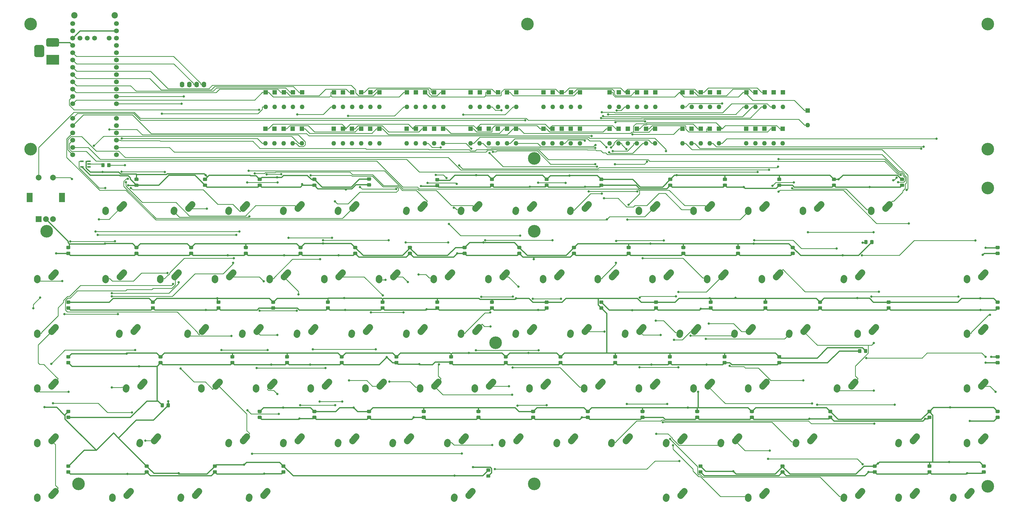
<source format=gbr>
G04 #@! TF.GenerationSoftware,KiCad,Pcbnew,(5.1.4)-1*
G04 #@! TF.CreationDate,2020-12-06T01:39:41+01:00*
G04 #@! TF.ProjectId,CZTKeyRev0,435a544b-6579-4526-9576-302e6b696361,rev?*
G04 #@! TF.SameCoordinates,Original*
G04 #@! TF.FileFunction,Copper,L1,Top*
G04 #@! TF.FilePolarity,Positive*
%FSLAX46Y46*%
G04 Gerber Fmt 4.6, Leading zero omitted, Abs format (unit mm)*
G04 Created by KiCad (PCBNEW (5.1.4)-1) date 2020-12-06 01:39:41*
%MOMM*%
%LPD*%
G04 APERTURE LIST*
%ADD10C,4.400000*%
%ADD11R,1.250000X0.500000*%
%ADD12C,1.700000*%
%ADD13C,2.200000*%
%ADD14C,2.250000*%
%ADD15C,2.250000*%
%ADD16C,0.100000*%
%ADD17C,1.150000*%
%ADD18C,3.000000*%
%ADD19R,4.500000X3.500000*%
%ADD20C,3.500000*%
%ADD21O,1.600000X1.600000*%
%ADD22R,1.600000X1.600000*%
%ADD23O,1.600000X2.000000*%
%ADD24R,2.000000X2.000000*%
%ADD25C,2.000000*%
%ADD26R,2.000000X3.200000*%
%ADD27C,0.800000*%
%ADD28C,0.254000*%
%ADD29C,0.381000*%
G04 APERTURE END LIST*
D10*
X158750000Y-131762000D03*
X330200000Y-181769000D03*
X172244000Y-180975000D03*
X172244000Y-92868800D03*
X13493800Y-180975000D03*
X172244000Y-67468800D03*
X2381300Y-92868800D03*
X330200000Y-77787500D03*
X330200000Y-64293800D03*
X330200000Y-20637500D03*
X-3175000Y-64293800D03*
X-3175000Y-20637500D03*
X169862000Y-20637500D03*
D11*
X14625000Y-70419000D03*
X14625000Y-68519000D03*
X17125000Y-68519000D03*
X17125000Y-69469000D03*
X17125000Y-70419000D03*
D12*
X26665000Y-20468800D03*
X11450000Y-23008800D03*
D13*
X26055000Y-17644000D03*
X12059600Y-17644000D03*
D12*
X11450000Y-20468800D03*
X13990000Y-25548800D03*
X11450000Y-25548800D03*
X11450000Y-28088800D03*
X11450000Y-30628800D03*
X11450000Y-33168800D03*
X16530000Y-25548800D03*
X19070000Y-25548800D03*
X11450000Y-35708800D03*
X11450000Y-38248800D03*
X11450000Y-40788800D03*
X11450000Y-43328800D03*
X11450000Y-45868800D03*
X11450000Y-48408800D03*
X11450000Y-56028800D03*
X11450000Y-61108800D03*
X11450000Y-63648800D03*
X11450000Y-58568800D03*
X11450000Y-66188800D03*
X11450000Y-53488800D03*
X26665000Y-23008800D03*
X26665000Y-25548800D03*
X26665000Y-30628800D03*
X24125000Y-25548800D03*
X26665000Y-28088800D03*
X26665000Y-33168800D03*
X26665000Y-35708800D03*
X26665000Y-38248800D03*
X26665000Y-43328800D03*
X26665000Y-45868800D03*
X26665000Y-40788800D03*
X26665000Y-48408800D03*
X26665000Y-56028800D03*
X26665000Y-53488800D03*
X26665000Y-61108800D03*
X26665000Y-58568800D03*
X26665000Y-63648800D03*
X26665000Y-66188800D03*
D14*
X294600000Y-84962500D03*
X295254999Y-84232500D03*
D15*
X295910000Y-83502500D02*
X294599998Y-84962500D01*
D14*
X289560000Y-86042500D03*
X289580000Y-85752500D03*
D15*
X289600000Y-85462500D02*
X289560000Y-86042500D01*
D14*
X251738000Y-84962500D03*
X252392999Y-84232500D03*
D15*
X253048000Y-83502500D02*
X251737998Y-84962500D01*
D14*
X246698000Y-86042500D03*
X246718000Y-85752500D03*
D15*
X246738000Y-85462500D02*
X246698000Y-86042500D01*
D14*
X270788000Y-84962500D03*
X271442999Y-84232500D03*
D15*
X272098000Y-83502500D02*
X270787998Y-84962500D01*
D14*
X265748000Y-86042500D03*
X265768000Y-85752500D03*
D15*
X265788000Y-85462500D02*
X265748000Y-86042500D01*
D16*
G36*
X24393305Y-69151204D02*
G01*
X24417573Y-69154804D01*
X24441372Y-69160765D01*
X24464471Y-69169030D01*
X24486650Y-69179520D01*
X24507693Y-69192132D01*
X24527399Y-69206747D01*
X24545577Y-69223223D01*
X24562053Y-69241401D01*
X24576668Y-69261107D01*
X24589280Y-69282150D01*
X24599770Y-69304329D01*
X24608035Y-69327428D01*
X24613996Y-69351227D01*
X24617596Y-69375495D01*
X24618800Y-69399999D01*
X24618800Y-70300001D01*
X24617596Y-70324505D01*
X24613996Y-70348773D01*
X24608035Y-70372572D01*
X24599770Y-70395671D01*
X24589280Y-70417850D01*
X24576668Y-70438893D01*
X24562053Y-70458599D01*
X24545577Y-70476777D01*
X24527399Y-70493253D01*
X24507693Y-70507868D01*
X24486650Y-70520480D01*
X24464471Y-70530970D01*
X24441372Y-70539235D01*
X24417573Y-70545196D01*
X24393305Y-70548796D01*
X24368801Y-70550000D01*
X23718799Y-70550000D01*
X23694295Y-70548796D01*
X23670027Y-70545196D01*
X23646228Y-70539235D01*
X23623129Y-70530970D01*
X23600950Y-70520480D01*
X23579907Y-70507868D01*
X23560201Y-70493253D01*
X23542023Y-70476777D01*
X23525547Y-70458599D01*
X23510932Y-70438893D01*
X23498320Y-70417850D01*
X23487830Y-70395671D01*
X23479565Y-70372572D01*
X23473604Y-70348773D01*
X23470004Y-70324505D01*
X23468800Y-70300001D01*
X23468800Y-69399999D01*
X23470004Y-69375495D01*
X23473604Y-69351227D01*
X23479565Y-69327428D01*
X23487830Y-69304329D01*
X23498320Y-69282150D01*
X23510932Y-69261107D01*
X23525547Y-69241401D01*
X23542023Y-69223223D01*
X23560201Y-69206747D01*
X23579907Y-69192132D01*
X23600950Y-69179520D01*
X23623129Y-69169030D01*
X23646228Y-69160765D01*
X23670027Y-69154804D01*
X23694295Y-69151204D01*
X23718799Y-69150000D01*
X24368801Y-69150000D01*
X24393305Y-69151204D01*
X24393305Y-69151204D01*
G37*
D17*
X24043800Y-69850000D03*
D16*
G36*
X22343305Y-69151204D02*
G01*
X22367573Y-69154804D01*
X22391372Y-69160765D01*
X22414471Y-69169030D01*
X22436650Y-69179520D01*
X22457693Y-69192132D01*
X22477399Y-69206747D01*
X22495577Y-69223223D01*
X22512053Y-69241401D01*
X22526668Y-69261107D01*
X22539280Y-69282150D01*
X22549770Y-69304329D01*
X22558035Y-69327428D01*
X22563996Y-69351227D01*
X22567596Y-69375495D01*
X22568800Y-69399999D01*
X22568800Y-70300001D01*
X22567596Y-70324505D01*
X22563996Y-70348773D01*
X22558035Y-70372572D01*
X22549770Y-70395671D01*
X22539280Y-70417850D01*
X22526668Y-70438893D01*
X22512053Y-70458599D01*
X22495577Y-70476777D01*
X22477399Y-70493253D01*
X22457693Y-70507868D01*
X22436650Y-70520480D01*
X22414471Y-70530970D01*
X22391372Y-70539235D01*
X22367573Y-70545196D01*
X22343305Y-70548796D01*
X22318801Y-70550000D01*
X21668799Y-70550000D01*
X21644295Y-70548796D01*
X21620027Y-70545196D01*
X21596228Y-70539235D01*
X21573129Y-70530970D01*
X21550950Y-70520480D01*
X21529907Y-70507868D01*
X21510201Y-70493253D01*
X21492023Y-70476777D01*
X21475547Y-70458599D01*
X21460932Y-70438893D01*
X21448320Y-70417850D01*
X21437830Y-70395671D01*
X21429565Y-70372572D01*
X21423604Y-70348773D01*
X21420004Y-70324505D01*
X21418800Y-70300001D01*
X21418800Y-69399999D01*
X21420004Y-69375495D01*
X21423604Y-69351227D01*
X21429565Y-69327428D01*
X21437830Y-69304329D01*
X21448320Y-69282150D01*
X21460932Y-69261107D01*
X21475547Y-69241401D01*
X21492023Y-69223223D01*
X21510201Y-69206747D01*
X21529907Y-69192132D01*
X21550950Y-69179520D01*
X21573129Y-69169030D01*
X21596228Y-69160765D01*
X21620027Y-69154804D01*
X21644295Y-69151204D01*
X21668799Y-69150000D01*
X22318801Y-69150000D01*
X22343305Y-69151204D01*
X22343305Y-69151204D01*
G37*
D17*
X21993800Y-69850000D03*
D16*
G36*
X329277505Y-174169204D02*
G01*
X329301773Y-174172804D01*
X329325572Y-174178765D01*
X329348671Y-174187030D01*
X329370850Y-174197520D01*
X329391893Y-174210132D01*
X329411599Y-174224747D01*
X329429777Y-174241223D01*
X329446253Y-174259401D01*
X329460868Y-174279107D01*
X329473480Y-174300150D01*
X329483970Y-174322329D01*
X329492235Y-174345428D01*
X329498196Y-174369227D01*
X329501796Y-174393495D01*
X329503000Y-174417999D01*
X329503000Y-175068001D01*
X329501796Y-175092505D01*
X329498196Y-175116773D01*
X329492235Y-175140572D01*
X329483970Y-175163671D01*
X329473480Y-175185850D01*
X329460868Y-175206893D01*
X329446253Y-175226599D01*
X329429777Y-175244777D01*
X329411599Y-175261253D01*
X329391893Y-175275868D01*
X329370850Y-175288480D01*
X329348671Y-175298970D01*
X329325572Y-175307235D01*
X329301773Y-175313196D01*
X329277505Y-175316796D01*
X329253001Y-175318000D01*
X328352999Y-175318000D01*
X328328495Y-175316796D01*
X328304227Y-175313196D01*
X328280428Y-175307235D01*
X328257329Y-175298970D01*
X328235150Y-175288480D01*
X328214107Y-175275868D01*
X328194401Y-175261253D01*
X328176223Y-175244777D01*
X328159747Y-175226599D01*
X328145132Y-175206893D01*
X328132520Y-175185850D01*
X328122030Y-175163671D01*
X328113765Y-175140572D01*
X328107804Y-175116773D01*
X328104204Y-175092505D01*
X328103000Y-175068001D01*
X328103000Y-174417999D01*
X328104204Y-174393495D01*
X328107804Y-174369227D01*
X328113765Y-174345428D01*
X328122030Y-174322329D01*
X328132520Y-174300150D01*
X328145132Y-174279107D01*
X328159747Y-174259401D01*
X328176223Y-174241223D01*
X328194401Y-174224747D01*
X328214107Y-174210132D01*
X328235150Y-174197520D01*
X328257329Y-174187030D01*
X328280428Y-174178765D01*
X328304227Y-174172804D01*
X328328495Y-174169204D01*
X328352999Y-174168000D01*
X329253001Y-174168000D01*
X329277505Y-174169204D01*
X329277505Y-174169204D01*
G37*
D17*
X328803000Y-174743000D03*
D16*
G36*
X329277505Y-176219204D02*
G01*
X329301773Y-176222804D01*
X329325572Y-176228765D01*
X329348671Y-176237030D01*
X329370850Y-176247520D01*
X329391893Y-176260132D01*
X329411599Y-176274747D01*
X329429777Y-176291223D01*
X329446253Y-176309401D01*
X329460868Y-176329107D01*
X329473480Y-176350150D01*
X329483970Y-176372329D01*
X329492235Y-176395428D01*
X329498196Y-176419227D01*
X329501796Y-176443495D01*
X329503000Y-176467999D01*
X329503000Y-177118001D01*
X329501796Y-177142505D01*
X329498196Y-177166773D01*
X329492235Y-177190572D01*
X329483970Y-177213671D01*
X329473480Y-177235850D01*
X329460868Y-177256893D01*
X329446253Y-177276599D01*
X329429777Y-177294777D01*
X329411599Y-177311253D01*
X329391893Y-177325868D01*
X329370850Y-177338480D01*
X329348671Y-177348970D01*
X329325572Y-177357235D01*
X329301773Y-177363196D01*
X329277505Y-177366796D01*
X329253001Y-177368000D01*
X328352999Y-177368000D01*
X328328495Y-177366796D01*
X328304227Y-177363196D01*
X328280428Y-177357235D01*
X328257329Y-177348970D01*
X328235150Y-177338480D01*
X328214107Y-177325868D01*
X328194401Y-177311253D01*
X328176223Y-177294777D01*
X328159747Y-177276599D01*
X328145132Y-177256893D01*
X328132520Y-177235850D01*
X328122030Y-177213671D01*
X328113765Y-177190572D01*
X328107804Y-177166773D01*
X328104204Y-177142505D01*
X328103000Y-177118001D01*
X328103000Y-176467999D01*
X328104204Y-176443495D01*
X328107804Y-176419227D01*
X328113765Y-176395428D01*
X328122030Y-176372329D01*
X328132520Y-176350150D01*
X328145132Y-176329107D01*
X328159747Y-176309401D01*
X328176223Y-176291223D01*
X328194401Y-176274747D01*
X328214107Y-176260132D01*
X328235150Y-176247520D01*
X328257329Y-176237030D01*
X328280428Y-176228765D01*
X328304227Y-176222804D01*
X328328495Y-176219204D01*
X328352999Y-176218000D01*
X329253001Y-176218000D01*
X329277505Y-176219204D01*
X329277505Y-176219204D01*
G37*
D17*
X328803000Y-176793000D03*
D16*
G36*
X310354505Y-174169204D02*
G01*
X310378773Y-174172804D01*
X310402572Y-174178765D01*
X310425671Y-174187030D01*
X310447850Y-174197520D01*
X310468893Y-174210132D01*
X310488599Y-174224747D01*
X310506777Y-174241223D01*
X310523253Y-174259401D01*
X310537868Y-174279107D01*
X310550480Y-174300150D01*
X310560970Y-174322329D01*
X310569235Y-174345428D01*
X310575196Y-174369227D01*
X310578796Y-174393495D01*
X310580000Y-174417999D01*
X310580000Y-175068001D01*
X310578796Y-175092505D01*
X310575196Y-175116773D01*
X310569235Y-175140572D01*
X310560970Y-175163671D01*
X310550480Y-175185850D01*
X310537868Y-175206893D01*
X310523253Y-175226599D01*
X310506777Y-175244777D01*
X310488599Y-175261253D01*
X310468893Y-175275868D01*
X310447850Y-175288480D01*
X310425671Y-175298970D01*
X310402572Y-175307235D01*
X310378773Y-175313196D01*
X310354505Y-175316796D01*
X310330001Y-175318000D01*
X309429999Y-175318000D01*
X309405495Y-175316796D01*
X309381227Y-175313196D01*
X309357428Y-175307235D01*
X309334329Y-175298970D01*
X309312150Y-175288480D01*
X309291107Y-175275868D01*
X309271401Y-175261253D01*
X309253223Y-175244777D01*
X309236747Y-175226599D01*
X309222132Y-175206893D01*
X309209520Y-175185850D01*
X309199030Y-175163671D01*
X309190765Y-175140572D01*
X309184804Y-175116773D01*
X309181204Y-175092505D01*
X309180000Y-175068001D01*
X309180000Y-174417999D01*
X309181204Y-174393495D01*
X309184804Y-174369227D01*
X309190765Y-174345428D01*
X309199030Y-174322329D01*
X309209520Y-174300150D01*
X309222132Y-174279107D01*
X309236747Y-174259401D01*
X309253223Y-174241223D01*
X309271401Y-174224747D01*
X309291107Y-174210132D01*
X309312150Y-174197520D01*
X309334329Y-174187030D01*
X309357428Y-174178765D01*
X309381227Y-174172804D01*
X309405495Y-174169204D01*
X309429999Y-174168000D01*
X310330001Y-174168000D01*
X310354505Y-174169204D01*
X310354505Y-174169204D01*
G37*
D17*
X309880000Y-174743000D03*
D16*
G36*
X310354505Y-176219204D02*
G01*
X310378773Y-176222804D01*
X310402572Y-176228765D01*
X310425671Y-176237030D01*
X310447850Y-176247520D01*
X310468893Y-176260132D01*
X310488599Y-176274747D01*
X310506777Y-176291223D01*
X310523253Y-176309401D01*
X310537868Y-176329107D01*
X310550480Y-176350150D01*
X310560970Y-176372329D01*
X310569235Y-176395428D01*
X310575196Y-176419227D01*
X310578796Y-176443495D01*
X310580000Y-176467999D01*
X310580000Y-177118001D01*
X310578796Y-177142505D01*
X310575196Y-177166773D01*
X310569235Y-177190572D01*
X310560970Y-177213671D01*
X310550480Y-177235850D01*
X310537868Y-177256893D01*
X310523253Y-177276599D01*
X310506777Y-177294777D01*
X310488599Y-177311253D01*
X310468893Y-177325868D01*
X310447850Y-177338480D01*
X310425671Y-177348970D01*
X310402572Y-177357235D01*
X310378773Y-177363196D01*
X310354505Y-177366796D01*
X310330001Y-177368000D01*
X309429999Y-177368000D01*
X309405495Y-177366796D01*
X309381227Y-177363196D01*
X309357428Y-177357235D01*
X309334329Y-177348970D01*
X309312150Y-177338480D01*
X309291107Y-177325868D01*
X309271401Y-177311253D01*
X309253223Y-177294777D01*
X309236747Y-177276599D01*
X309222132Y-177256893D01*
X309209520Y-177235850D01*
X309199030Y-177213671D01*
X309190765Y-177190572D01*
X309184804Y-177166773D01*
X309181204Y-177142505D01*
X309180000Y-177118001D01*
X309180000Y-176467999D01*
X309181204Y-176443495D01*
X309184804Y-176419227D01*
X309190765Y-176395428D01*
X309199030Y-176372329D01*
X309209520Y-176350150D01*
X309222132Y-176329107D01*
X309236747Y-176309401D01*
X309253223Y-176291223D01*
X309271401Y-176274747D01*
X309291107Y-176260132D01*
X309312150Y-176247520D01*
X309334329Y-176237030D01*
X309357428Y-176228765D01*
X309381227Y-176222804D01*
X309405495Y-176219204D01*
X309429999Y-176218000D01*
X310330001Y-176218000D01*
X310354505Y-176219204D01*
X310354505Y-176219204D01*
G37*
D17*
X309880000Y-176793000D03*
D16*
G36*
X291304505Y-174169204D02*
G01*
X291328773Y-174172804D01*
X291352572Y-174178765D01*
X291375671Y-174187030D01*
X291397850Y-174197520D01*
X291418893Y-174210132D01*
X291438599Y-174224747D01*
X291456777Y-174241223D01*
X291473253Y-174259401D01*
X291487868Y-174279107D01*
X291500480Y-174300150D01*
X291510970Y-174322329D01*
X291519235Y-174345428D01*
X291525196Y-174369227D01*
X291528796Y-174393495D01*
X291530000Y-174417999D01*
X291530000Y-175068001D01*
X291528796Y-175092505D01*
X291525196Y-175116773D01*
X291519235Y-175140572D01*
X291510970Y-175163671D01*
X291500480Y-175185850D01*
X291487868Y-175206893D01*
X291473253Y-175226599D01*
X291456777Y-175244777D01*
X291438599Y-175261253D01*
X291418893Y-175275868D01*
X291397850Y-175288480D01*
X291375671Y-175298970D01*
X291352572Y-175307235D01*
X291328773Y-175313196D01*
X291304505Y-175316796D01*
X291280001Y-175318000D01*
X290379999Y-175318000D01*
X290355495Y-175316796D01*
X290331227Y-175313196D01*
X290307428Y-175307235D01*
X290284329Y-175298970D01*
X290262150Y-175288480D01*
X290241107Y-175275868D01*
X290221401Y-175261253D01*
X290203223Y-175244777D01*
X290186747Y-175226599D01*
X290172132Y-175206893D01*
X290159520Y-175185850D01*
X290149030Y-175163671D01*
X290140765Y-175140572D01*
X290134804Y-175116773D01*
X290131204Y-175092505D01*
X290130000Y-175068001D01*
X290130000Y-174417999D01*
X290131204Y-174393495D01*
X290134804Y-174369227D01*
X290140765Y-174345428D01*
X290149030Y-174322329D01*
X290159520Y-174300150D01*
X290172132Y-174279107D01*
X290186747Y-174259401D01*
X290203223Y-174241223D01*
X290221401Y-174224747D01*
X290241107Y-174210132D01*
X290262150Y-174197520D01*
X290284329Y-174187030D01*
X290307428Y-174178765D01*
X290331227Y-174172804D01*
X290355495Y-174169204D01*
X290379999Y-174168000D01*
X291280001Y-174168000D01*
X291304505Y-174169204D01*
X291304505Y-174169204D01*
G37*
D17*
X290830000Y-174743000D03*
D16*
G36*
X291304505Y-176219204D02*
G01*
X291328773Y-176222804D01*
X291352572Y-176228765D01*
X291375671Y-176237030D01*
X291397850Y-176247520D01*
X291418893Y-176260132D01*
X291438599Y-176274747D01*
X291456777Y-176291223D01*
X291473253Y-176309401D01*
X291487868Y-176329107D01*
X291500480Y-176350150D01*
X291510970Y-176372329D01*
X291519235Y-176395428D01*
X291525196Y-176419227D01*
X291528796Y-176443495D01*
X291530000Y-176467999D01*
X291530000Y-177118001D01*
X291528796Y-177142505D01*
X291525196Y-177166773D01*
X291519235Y-177190572D01*
X291510970Y-177213671D01*
X291500480Y-177235850D01*
X291487868Y-177256893D01*
X291473253Y-177276599D01*
X291456777Y-177294777D01*
X291438599Y-177311253D01*
X291418893Y-177325868D01*
X291397850Y-177338480D01*
X291375671Y-177348970D01*
X291352572Y-177357235D01*
X291328773Y-177363196D01*
X291304505Y-177366796D01*
X291280001Y-177368000D01*
X290379999Y-177368000D01*
X290355495Y-177366796D01*
X290331227Y-177363196D01*
X290307428Y-177357235D01*
X290284329Y-177348970D01*
X290262150Y-177338480D01*
X290241107Y-177325868D01*
X290221401Y-177311253D01*
X290203223Y-177294777D01*
X290186747Y-177276599D01*
X290172132Y-177256893D01*
X290159520Y-177235850D01*
X290149030Y-177213671D01*
X290140765Y-177190572D01*
X290134804Y-177166773D01*
X290131204Y-177142505D01*
X290130000Y-177118001D01*
X290130000Y-176467999D01*
X290131204Y-176443495D01*
X290134804Y-176419227D01*
X290140765Y-176395428D01*
X290149030Y-176372329D01*
X290159520Y-176350150D01*
X290172132Y-176329107D01*
X290186747Y-176309401D01*
X290203223Y-176291223D01*
X290221401Y-176274747D01*
X290241107Y-176260132D01*
X290262150Y-176247520D01*
X290284329Y-176237030D01*
X290307428Y-176228765D01*
X290331227Y-176222804D01*
X290355495Y-176219204D01*
X290379999Y-176218000D01*
X291280001Y-176218000D01*
X291304505Y-176219204D01*
X291304505Y-176219204D01*
G37*
D17*
X290830000Y-176793000D03*
D16*
G36*
X259173505Y-174169204D02*
G01*
X259197773Y-174172804D01*
X259221572Y-174178765D01*
X259244671Y-174187030D01*
X259266850Y-174197520D01*
X259287893Y-174210132D01*
X259307599Y-174224747D01*
X259325777Y-174241223D01*
X259342253Y-174259401D01*
X259356868Y-174279107D01*
X259369480Y-174300150D01*
X259379970Y-174322329D01*
X259388235Y-174345428D01*
X259394196Y-174369227D01*
X259397796Y-174393495D01*
X259399000Y-174417999D01*
X259399000Y-175068001D01*
X259397796Y-175092505D01*
X259394196Y-175116773D01*
X259388235Y-175140572D01*
X259379970Y-175163671D01*
X259369480Y-175185850D01*
X259356868Y-175206893D01*
X259342253Y-175226599D01*
X259325777Y-175244777D01*
X259307599Y-175261253D01*
X259287893Y-175275868D01*
X259266850Y-175288480D01*
X259244671Y-175298970D01*
X259221572Y-175307235D01*
X259197773Y-175313196D01*
X259173505Y-175316796D01*
X259149001Y-175318000D01*
X258248999Y-175318000D01*
X258224495Y-175316796D01*
X258200227Y-175313196D01*
X258176428Y-175307235D01*
X258153329Y-175298970D01*
X258131150Y-175288480D01*
X258110107Y-175275868D01*
X258090401Y-175261253D01*
X258072223Y-175244777D01*
X258055747Y-175226599D01*
X258041132Y-175206893D01*
X258028520Y-175185850D01*
X258018030Y-175163671D01*
X258009765Y-175140572D01*
X258003804Y-175116773D01*
X258000204Y-175092505D01*
X257999000Y-175068001D01*
X257999000Y-174417999D01*
X258000204Y-174393495D01*
X258003804Y-174369227D01*
X258009765Y-174345428D01*
X258018030Y-174322329D01*
X258028520Y-174300150D01*
X258041132Y-174279107D01*
X258055747Y-174259401D01*
X258072223Y-174241223D01*
X258090401Y-174224747D01*
X258110107Y-174210132D01*
X258131150Y-174197520D01*
X258153329Y-174187030D01*
X258176428Y-174178765D01*
X258200227Y-174172804D01*
X258224495Y-174169204D01*
X258248999Y-174168000D01*
X259149001Y-174168000D01*
X259173505Y-174169204D01*
X259173505Y-174169204D01*
G37*
D17*
X258699000Y-174743000D03*
D16*
G36*
X259173505Y-176219204D02*
G01*
X259197773Y-176222804D01*
X259221572Y-176228765D01*
X259244671Y-176237030D01*
X259266850Y-176247520D01*
X259287893Y-176260132D01*
X259307599Y-176274747D01*
X259325777Y-176291223D01*
X259342253Y-176309401D01*
X259356868Y-176329107D01*
X259369480Y-176350150D01*
X259379970Y-176372329D01*
X259388235Y-176395428D01*
X259394196Y-176419227D01*
X259397796Y-176443495D01*
X259399000Y-176467999D01*
X259399000Y-177118001D01*
X259397796Y-177142505D01*
X259394196Y-177166773D01*
X259388235Y-177190572D01*
X259379970Y-177213671D01*
X259369480Y-177235850D01*
X259356868Y-177256893D01*
X259342253Y-177276599D01*
X259325777Y-177294777D01*
X259307599Y-177311253D01*
X259287893Y-177325868D01*
X259266850Y-177338480D01*
X259244671Y-177348970D01*
X259221572Y-177357235D01*
X259197773Y-177363196D01*
X259173505Y-177366796D01*
X259149001Y-177368000D01*
X258248999Y-177368000D01*
X258224495Y-177366796D01*
X258200227Y-177363196D01*
X258176428Y-177357235D01*
X258153329Y-177348970D01*
X258131150Y-177338480D01*
X258110107Y-177325868D01*
X258090401Y-177311253D01*
X258072223Y-177294777D01*
X258055747Y-177276599D01*
X258041132Y-177256893D01*
X258028520Y-177235850D01*
X258018030Y-177213671D01*
X258009765Y-177190572D01*
X258003804Y-177166773D01*
X258000204Y-177142505D01*
X257999000Y-177118001D01*
X257999000Y-176467999D01*
X258000204Y-176443495D01*
X258003804Y-176419227D01*
X258009765Y-176395428D01*
X258018030Y-176372329D01*
X258028520Y-176350150D01*
X258041132Y-176329107D01*
X258055747Y-176309401D01*
X258072223Y-176291223D01*
X258090401Y-176274747D01*
X258110107Y-176260132D01*
X258131150Y-176247520D01*
X258153329Y-176237030D01*
X258176428Y-176228765D01*
X258200227Y-176222804D01*
X258224495Y-176219204D01*
X258248999Y-176218000D01*
X259149001Y-176218000D01*
X259173505Y-176219204D01*
X259173505Y-176219204D01*
G37*
D17*
X258699000Y-176793000D03*
D16*
G36*
X230598505Y-174169204D02*
G01*
X230622773Y-174172804D01*
X230646572Y-174178765D01*
X230669671Y-174187030D01*
X230691850Y-174197520D01*
X230712893Y-174210132D01*
X230732599Y-174224747D01*
X230750777Y-174241223D01*
X230767253Y-174259401D01*
X230781868Y-174279107D01*
X230794480Y-174300150D01*
X230804970Y-174322329D01*
X230813235Y-174345428D01*
X230819196Y-174369227D01*
X230822796Y-174393495D01*
X230824000Y-174417999D01*
X230824000Y-175068001D01*
X230822796Y-175092505D01*
X230819196Y-175116773D01*
X230813235Y-175140572D01*
X230804970Y-175163671D01*
X230794480Y-175185850D01*
X230781868Y-175206893D01*
X230767253Y-175226599D01*
X230750777Y-175244777D01*
X230732599Y-175261253D01*
X230712893Y-175275868D01*
X230691850Y-175288480D01*
X230669671Y-175298970D01*
X230646572Y-175307235D01*
X230622773Y-175313196D01*
X230598505Y-175316796D01*
X230574001Y-175318000D01*
X229673999Y-175318000D01*
X229649495Y-175316796D01*
X229625227Y-175313196D01*
X229601428Y-175307235D01*
X229578329Y-175298970D01*
X229556150Y-175288480D01*
X229535107Y-175275868D01*
X229515401Y-175261253D01*
X229497223Y-175244777D01*
X229480747Y-175226599D01*
X229466132Y-175206893D01*
X229453520Y-175185850D01*
X229443030Y-175163671D01*
X229434765Y-175140572D01*
X229428804Y-175116773D01*
X229425204Y-175092505D01*
X229424000Y-175068001D01*
X229424000Y-174417999D01*
X229425204Y-174393495D01*
X229428804Y-174369227D01*
X229434765Y-174345428D01*
X229443030Y-174322329D01*
X229453520Y-174300150D01*
X229466132Y-174279107D01*
X229480747Y-174259401D01*
X229497223Y-174241223D01*
X229515401Y-174224747D01*
X229535107Y-174210132D01*
X229556150Y-174197520D01*
X229578329Y-174187030D01*
X229601428Y-174178765D01*
X229625227Y-174172804D01*
X229649495Y-174169204D01*
X229673999Y-174168000D01*
X230574001Y-174168000D01*
X230598505Y-174169204D01*
X230598505Y-174169204D01*
G37*
D17*
X230124000Y-174743000D03*
D16*
G36*
X230598505Y-176219204D02*
G01*
X230622773Y-176222804D01*
X230646572Y-176228765D01*
X230669671Y-176237030D01*
X230691850Y-176247520D01*
X230712893Y-176260132D01*
X230732599Y-176274747D01*
X230750777Y-176291223D01*
X230767253Y-176309401D01*
X230781868Y-176329107D01*
X230794480Y-176350150D01*
X230804970Y-176372329D01*
X230813235Y-176395428D01*
X230819196Y-176419227D01*
X230822796Y-176443495D01*
X230824000Y-176467999D01*
X230824000Y-177118001D01*
X230822796Y-177142505D01*
X230819196Y-177166773D01*
X230813235Y-177190572D01*
X230804970Y-177213671D01*
X230794480Y-177235850D01*
X230781868Y-177256893D01*
X230767253Y-177276599D01*
X230750777Y-177294777D01*
X230732599Y-177311253D01*
X230712893Y-177325868D01*
X230691850Y-177338480D01*
X230669671Y-177348970D01*
X230646572Y-177357235D01*
X230622773Y-177363196D01*
X230598505Y-177366796D01*
X230574001Y-177368000D01*
X229673999Y-177368000D01*
X229649495Y-177366796D01*
X229625227Y-177363196D01*
X229601428Y-177357235D01*
X229578329Y-177348970D01*
X229556150Y-177338480D01*
X229535107Y-177325868D01*
X229515401Y-177311253D01*
X229497223Y-177294777D01*
X229480747Y-177276599D01*
X229466132Y-177256893D01*
X229453520Y-177235850D01*
X229443030Y-177213671D01*
X229434765Y-177190572D01*
X229428804Y-177166773D01*
X229425204Y-177142505D01*
X229424000Y-177118001D01*
X229424000Y-176467999D01*
X229425204Y-176443495D01*
X229428804Y-176419227D01*
X229434765Y-176395428D01*
X229443030Y-176372329D01*
X229453520Y-176350150D01*
X229466132Y-176329107D01*
X229480747Y-176309401D01*
X229497223Y-176291223D01*
X229515401Y-176274747D01*
X229535107Y-176260132D01*
X229556150Y-176247520D01*
X229578329Y-176237030D01*
X229601428Y-176228765D01*
X229625227Y-176222804D01*
X229649495Y-176219204D01*
X229673999Y-176218000D01*
X230574001Y-176218000D01*
X230598505Y-176219204D01*
X230598505Y-176219204D01*
G37*
D17*
X230124000Y-176793000D03*
D16*
G36*
X156684505Y-175566204D02*
G01*
X156708773Y-175569804D01*
X156732572Y-175575765D01*
X156755671Y-175584030D01*
X156777850Y-175594520D01*
X156798893Y-175607132D01*
X156818599Y-175621747D01*
X156836777Y-175638223D01*
X156853253Y-175656401D01*
X156867868Y-175676107D01*
X156880480Y-175697150D01*
X156890970Y-175719329D01*
X156899235Y-175742428D01*
X156905196Y-175766227D01*
X156908796Y-175790495D01*
X156910000Y-175814999D01*
X156910000Y-176465001D01*
X156908796Y-176489505D01*
X156905196Y-176513773D01*
X156899235Y-176537572D01*
X156890970Y-176560671D01*
X156880480Y-176582850D01*
X156867868Y-176603893D01*
X156853253Y-176623599D01*
X156836777Y-176641777D01*
X156818599Y-176658253D01*
X156798893Y-176672868D01*
X156777850Y-176685480D01*
X156755671Y-176695970D01*
X156732572Y-176704235D01*
X156708773Y-176710196D01*
X156684505Y-176713796D01*
X156660001Y-176715000D01*
X155759999Y-176715000D01*
X155735495Y-176713796D01*
X155711227Y-176710196D01*
X155687428Y-176704235D01*
X155664329Y-176695970D01*
X155642150Y-176685480D01*
X155621107Y-176672868D01*
X155601401Y-176658253D01*
X155583223Y-176641777D01*
X155566747Y-176623599D01*
X155552132Y-176603893D01*
X155539520Y-176582850D01*
X155529030Y-176560671D01*
X155520765Y-176537572D01*
X155514804Y-176513773D01*
X155511204Y-176489505D01*
X155510000Y-176465001D01*
X155510000Y-175814999D01*
X155511204Y-175790495D01*
X155514804Y-175766227D01*
X155520765Y-175742428D01*
X155529030Y-175719329D01*
X155539520Y-175697150D01*
X155552132Y-175676107D01*
X155566747Y-175656401D01*
X155583223Y-175638223D01*
X155601401Y-175621747D01*
X155621107Y-175607132D01*
X155642150Y-175594520D01*
X155664329Y-175584030D01*
X155687428Y-175575765D01*
X155711227Y-175569804D01*
X155735495Y-175566204D01*
X155759999Y-175565000D01*
X156660001Y-175565000D01*
X156684505Y-175566204D01*
X156684505Y-175566204D01*
G37*
D17*
X156210000Y-176140000D03*
D16*
G36*
X156684505Y-177616204D02*
G01*
X156708773Y-177619804D01*
X156732572Y-177625765D01*
X156755671Y-177634030D01*
X156777850Y-177644520D01*
X156798893Y-177657132D01*
X156818599Y-177671747D01*
X156836777Y-177688223D01*
X156853253Y-177706401D01*
X156867868Y-177726107D01*
X156880480Y-177747150D01*
X156890970Y-177769329D01*
X156899235Y-177792428D01*
X156905196Y-177816227D01*
X156908796Y-177840495D01*
X156910000Y-177864999D01*
X156910000Y-178515001D01*
X156908796Y-178539505D01*
X156905196Y-178563773D01*
X156899235Y-178587572D01*
X156890970Y-178610671D01*
X156880480Y-178632850D01*
X156867868Y-178653893D01*
X156853253Y-178673599D01*
X156836777Y-178691777D01*
X156818599Y-178708253D01*
X156798893Y-178722868D01*
X156777850Y-178735480D01*
X156755671Y-178745970D01*
X156732572Y-178754235D01*
X156708773Y-178760196D01*
X156684505Y-178763796D01*
X156660001Y-178765000D01*
X155759999Y-178765000D01*
X155735495Y-178763796D01*
X155711227Y-178760196D01*
X155687428Y-178754235D01*
X155664329Y-178745970D01*
X155642150Y-178735480D01*
X155621107Y-178722868D01*
X155601401Y-178708253D01*
X155583223Y-178691777D01*
X155566747Y-178673599D01*
X155552132Y-178653893D01*
X155539520Y-178632850D01*
X155529030Y-178610671D01*
X155520765Y-178587572D01*
X155514804Y-178563773D01*
X155511204Y-178539505D01*
X155510000Y-178515001D01*
X155510000Y-177864999D01*
X155511204Y-177840495D01*
X155514804Y-177816227D01*
X155520765Y-177792428D01*
X155529030Y-177769329D01*
X155539520Y-177747150D01*
X155552132Y-177726107D01*
X155566747Y-177706401D01*
X155583223Y-177688223D01*
X155601401Y-177671747D01*
X155621107Y-177657132D01*
X155642150Y-177644520D01*
X155664329Y-177634030D01*
X155687428Y-177625765D01*
X155711227Y-177619804D01*
X155735495Y-177616204D01*
X155759999Y-177615000D01*
X156660001Y-177615000D01*
X156684505Y-177616204D01*
X156684505Y-177616204D01*
G37*
D17*
X156210000Y-178190000D03*
D16*
G36*
X85310505Y-174169204D02*
G01*
X85334773Y-174172804D01*
X85358572Y-174178765D01*
X85381671Y-174187030D01*
X85403850Y-174197520D01*
X85424893Y-174210132D01*
X85444599Y-174224747D01*
X85462777Y-174241223D01*
X85479253Y-174259401D01*
X85493868Y-174279107D01*
X85506480Y-174300150D01*
X85516970Y-174322329D01*
X85525235Y-174345428D01*
X85531196Y-174369227D01*
X85534796Y-174393495D01*
X85536000Y-174417999D01*
X85536000Y-175068001D01*
X85534796Y-175092505D01*
X85531196Y-175116773D01*
X85525235Y-175140572D01*
X85516970Y-175163671D01*
X85506480Y-175185850D01*
X85493868Y-175206893D01*
X85479253Y-175226599D01*
X85462777Y-175244777D01*
X85444599Y-175261253D01*
X85424893Y-175275868D01*
X85403850Y-175288480D01*
X85381671Y-175298970D01*
X85358572Y-175307235D01*
X85334773Y-175313196D01*
X85310505Y-175316796D01*
X85286001Y-175318000D01*
X84385999Y-175318000D01*
X84361495Y-175316796D01*
X84337227Y-175313196D01*
X84313428Y-175307235D01*
X84290329Y-175298970D01*
X84268150Y-175288480D01*
X84247107Y-175275868D01*
X84227401Y-175261253D01*
X84209223Y-175244777D01*
X84192747Y-175226599D01*
X84178132Y-175206893D01*
X84165520Y-175185850D01*
X84155030Y-175163671D01*
X84146765Y-175140572D01*
X84140804Y-175116773D01*
X84137204Y-175092505D01*
X84136000Y-175068001D01*
X84136000Y-174417999D01*
X84137204Y-174393495D01*
X84140804Y-174369227D01*
X84146765Y-174345428D01*
X84155030Y-174322329D01*
X84165520Y-174300150D01*
X84178132Y-174279107D01*
X84192747Y-174259401D01*
X84209223Y-174241223D01*
X84227401Y-174224747D01*
X84247107Y-174210132D01*
X84268150Y-174197520D01*
X84290329Y-174187030D01*
X84313428Y-174178765D01*
X84337227Y-174172804D01*
X84361495Y-174169204D01*
X84385999Y-174168000D01*
X85286001Y-174168000D01*
X85310505Y-174169204D01*
X85310505Y-174169204D01*
G37*
D17*
X84836000Y-174743000D03*
D16*
G36*
X85310505Y-176219204D02*
G01*
X85334773Y-176222804D01*
X85358572Y-176228765D01*
X85381671Y-176237030D01*
X85403850Y-176247520D01*
X85424893Y-176260132D01*
X85444599Y-176274747D01*
X85462777Y-176291223D01*
X85479253Y-176309401D01*
X85493868Y-176329107D01*
X85506480Y-176350150D01*
X85516970Y-176372329D01*
X85525235Y-176395428D01*
X85531196Y-176419227D01*
X85534796Y-176443495D01*
X85536000Y-176467999D01*
X85536000Y-177118001D01*
X85534796Y-177142505D01*
X85531196Y-177166773D01*
X85525235Y-177190572D01*
X85516970Y-177213671D01*
X85506480Y-177235850D01*
X85493868Y-177256893D01*
X85479253Y-177276599D01*
X85462777Y-177294777D01*
X85444599Y-177311253D01*
X85424893Y-177325868D01*
X85403850Y-177338480D01*
X85381671Y-177348970D01*
X85358572Y-177357235D01*
X85334773Y-177363196D01*
X85310505Y-177366796D01*
X85286001Y-177368000D01*
X84385999Y-177368000D01*
X84361495Y-177366796D01*
X84337227Y-177363196D01*
X84313428Y-177357235D01*
X84290329Y-177348970D01*
X84268150Y-177338480D01*
X84247107Y-177325868D01*
X84227401Y-177311253D01*
X84209223Y-177294777D01*
X84192747Y-177276599D01*
X84178132Y-177256893D01*
X84165520Y-177235850D01*
X84155030Y-177213671D01*
X84146765Y-177190572D01*
X84140804Y-177166773D01*
X84137204Y-177142505D01*
X84136000Y-177118001D01*
X84136000Y-176467999D01*
X84137204Y-176443495D01*
X84140804Y-176419227D01*
X84146765Y-176395428D01*
X84155030Y-176372329D01*
X84165520Y-176350150D01*
X84178132Y-176329107D01*
X84192747Y-176309401D01*
X84209223Y-176291223D01*
X84227401Y-176274747D01*
X84247107Y-176260132D01*
X84268150Y-176247520D01*
X84290329Y-176237030D01*
X84313428Y-176228765D01*
X84337227Y-176222804D01*
X84361495Y-176219204D01*
X84385999Y-176218000D01*
X85286001Y-176218000D01*
X85310505Y-176219204D01*
X85310505Y-176219204D01*
G37*
D17*
X84836000Y-176793000D03*
D16*
G36*
X61434505Y-174169204D02*
G01*
X61458773Y-174172804D01*
X61482572Y-174178765D01*
X61505671Y-174187030D01*
X61527850Y-174197520D01*
X61548893Y-174210132D01*
X61568599Y-174224747D01*
X61586777Y-174241223D01*
X61603253Y-174259401D01*
X61617868Y-174279107D01*
X61630480Y-174300150D01*
X61640970Y-174322329D01*
X61649235Y-174345428D01*
X61655196Y-174369227D01*
X61658796Y-174393495D01*
X61660000Y-174417999D01*
X61660000Y-175068001D01*
X61658796Y-175092505D01*
X61655196Y-175116773D01*
X61649235Y-175140572D01*
X61640970Y-175163671D01*
X61630480Y-175185850D01*
X61617868Y-175206893D01*
X61603253Y-175226599D01*
X61586777Y-175244777D01*
X61568599Y-175261253D01*
X61548893Y-175275868D01*
X61527850Y-175288480D01*
X61505671Y-175298970D01*
X61482572Y-175307235D01*
X61458773Y-175313196D01*
X61434505Y-175316796D01*
X61410001Y-175318000D01*
X60509999Y-175318000D01*
X60485495Y-175316796D01*
X60461227Y-175313196D01*
X60437428Y-175307235D01*
X60414329Y-175298970D01*
X60392150Y-175288480D01*
X60371107Y-175275868D01*
X60351401Y-175261253D01*
X60333223Y-175244777D01*
X60316747Y-175226599D01*
X60302132Y-175206893D01*
X60289520Y-175185850D01*
X60279030Y-175163671D01*
X60270765Y-175140572D01*
X60264804Y-175116773D01*
X60261204Y-175092505D01*
X60260000Y-175068001D01*
X60260000Y-174417999D01*
X60261204Y-174393495D01*
X60264804Y-174369227D01*
X60270765Y-174345428D01*
X60279030Y-174322329D01*
X60289520Y-174300150D01*
X60302132Y-174279107D01*
X60316747Y-174259401D01*
X60333223Y-174241223D01*
X60351401Y-174224747D01*
X60371107Y-174210132D01*
X60392150Y-174197520D01*
X60414329Y-174187030D01*
X60437428Y-174178765D01*
X60461227Y-174172804D01*
X60485495Y-174169204D01*
X60509999Y-174168000D01*
X61410001Y-174168000D01*
X61434505Y-174169204D01*
X61434505Y-174169204D01*
G37*
D17*
X60960000Y-174743000D03*
D16*
G36*
X61434505Y-176219204D02*
G01*
X61458773Y-176222804D01*
X61482572Y-176228765D01*
X61505671Y-176237030D01*
X61527850Y-176247520D01*
X61548893Y-176260132D01*
X61568599Y-176274747D01*
X61586777Y-176291223D01*
X61603253Y-176309401D01*
X61617868Y-176329107D01*
X61630480Y-176350150D01*
X61640970Y-176372329D01*
X61649235Y-176395428D01*
X61655196Y-176419227D01*
X61658796Y-176443495D01*
X61660000Y-176467999D01*
X61660000Y-177118001D01*
X61658796Y-177142505D01*
X61655196Y-177166773D01*
X61649235Y-177190572D01*
X61640970Y-177213671D01*
X61630480Y-177235850D01*
X61617868Y-177256893D01*
X61603253Y-177276599D01*
X61586777Y-177294777D01*
X61568599Y-177311253D01*
X61548893Y-177325868D01*
X61527850Y-177338480D01*
X61505671Y-177348970D01*
X61482572Y-177357235D01*
X61458773Y-177363196D01*
X61434505Y-177366796D01*
X61410001Y-177368000D01*
X60509999Y-177368000D01*
X60485495Y-177366796D01*
X60461227Y-177363196D01*
X60437428Y-177357235D01*
X60414329Y-177348970D01*
X60392150Y-177338480D01*
X60371107Y-177325868D01*
X60351401Y-177311253D01*
X60333223Y-177294777D01*
X60316747Y-177276599D01*
X60302132Y-177256893D01*
X60289520Y-177235850D01*
X60279030Y-177213671D01*
X60270765Y-177190572D01*
X60264804Y-177166773D01*
X60261204Y-177142505D01*
X60260000Y-177118001D01*
X60260000Y-176467999D01*
X60261204Y-176443495D01*
X60264804Y-176419227D01*
X60270765Y-176395428D01*
X60279030Y-176372329D01*
X60289520Y-176350150D01*
X60302132Y-176329107D01*
X60316747Y-176309401D01*
X60333223Y-176291223D01*
X60351401Y-176274747D01*
X60371107Y-176260132D01*
X60392150Y-176247520D01*
X60414329Y-176237030D01*
X60437428Y-176228765D01*
X60461227Y-176222804D01*
X60485495Y-176219204D01*
X60509999Y-176218000D01*
X61410001Y-176218000D01*
X61434505Y-176219204D01*
X61434505Y-176219204D01*
G37*
D17*
X60960000Y-176793000D03*
D16*
G36*
X37685505Y-174169204D02*
G01*
X37709773Y-174172804D01*
X37733572Y-174178765D01*
X37756671Y-174187030D01*
X37778850Y-174197520D01*
X37799893Y-174210132D01*
X37819599Y-174224747D01*
X37837777Y-174241223D01*
X37854253Y-174259401D01*
X37868868Y-174279107D01*
X37881480Y-174300150D01*
X37891970Y-174322329D01*
X37900235Y-174345428D01*
X37906196Y-174369227D01*
X37909796Y-174393495D01*
X37911000Y-174417999D01*
X37911000Y-175068001D01*
X37909796Y-175092505D01*
X37906196Y-175116773D01*
X37900235Y-175140572D01*
X37891970Y-175163671D01*
X37881480Y-175185850D01*
X37868868Y-175206893D01*
X37854253Y-175226599D01*
X37837777Y-175244777D01*
X37819599Y-175261253D01*
X37799893Y-175275868D01*
X37778850Y-175288480D01*
X37756671Y-175298970D01*
X37733572Y-175307235D01*
X37709773Y-175313196D01*
X37685505Y-175316796D01*
X37661001Y-175318000D01*
X36760999Y-175318000D01*
X36736495Y-175316796D01*
X36712227Y-175313196D01*
X36688428Y-175307235D01*
X36665329Y-175298970D01*
X36643150Y-175288480D01*
X36622107Y-175275868D01*
X36602401Y-175261253D01*
X36584223Y-175244777D01*
X36567747Y-175226599D01*
X36553132Y-175206893D01*
X36540520Y-175185850D01*
X36530030Y-175163671D01*
X36521765Y-175140572D01*
X36515804Y-175116773D01*
X36512204Y-175092505D01*
X36511000Y-175068001D01*
X36511000Y-174417999D01*
X36512204Y-174393495D01*
X36515804Y-174369227D01*
X36521765Y-174345428D01*
X36530030Y-174322329D01*
X36540520Y-174300150D01*
X36553132Y-174279107D01*
X36567747Y-174259401D01*
X36584223Y-174241223D01*
X36602401Y-174224747D01*
X36622107Y-174210132D01*
X36643150Y-174197520D01*
X36665329Y-174187030D01*
X36688428Y-174178765D01*
X36712227Y-174172804D01*
X36736495Y-174169204D01*
X36760999Y-174168000D01*
X37661001Y-174168000D01*
X37685505Y-174169204D01*
X37685505Y-174169204D01*
G37*
D17*
X37211000Y-174743000D03*
D16*
G36*
X37685505Y-176219204D02*
G01*
X37709773Y-176222804D01*
X37733572Y-176228765D01*
X37756671Y-176237030D01*
X37778850Y-176247520D01*
X37799893Y-176260132D01*
X37819599Y-176274747D01*
X37837777Y-176291223D01*
X37854253Y-176309401D01*
X37868868Y-176329107D01*
X37881480Y-176350150D01*
X37891970Y-176372329D01*
X37900235Y-176395428D01*
X37906196Y-176419227D01*
X37909796Y-176443495D01*
X37911000Y-176467999D01*
X37911000Y-177118001D01*
X37909796Y-177142505D01*
X37906196Y-177166773D01*
X37900235Y-177190572D01*
X37891970Y-177213671D01*
X37881480Y-177235850D01*
X37868868Y-177256893D01*
X37854253Y-177276599D01*
X37837777Y-177294777D01*
X37819599Y-177311253D01*
X37799893Y-177325868D01*
X37778850Y-177338480D01*
X37756671Y-177348970D01*
X37733572Y-177357235D01*
X37709773Y-177363196D01*
X37685505Y-177366796D01*
X37661001Y-177368000D01*
X36760999Y-177368000D01*
X36736495Y-177366796D01*
X36712227Y-177363196D01*
X36688428Y-177357235D01*
X36665329Y-177348970D01*
X36643150Y-177338480D01*
X36622107Y-177325868D01*
X36602401Y-177311253D01*
X36584223Y-177294777D01*
X36567747Y-177276599D01*
X36553132Y-177256893D01*
X36540520Y-177235850D01*
X36530030Y-177213671D01*
X36521765Y-177190572D01*
X36515804Y-177166773D01*
X36512204Y-177142505D01*
X36511000Y-177118001D01*
X36511000Y-176467999D01*
X36512204Y-176443495D01*
X36515804Y-176419227D01*
X36521765Y-176395428D01*
X36530030Y-176372329D01*
X36540520Y-176350150D01*
X36553132Y-176329107D01*
X36567747Y-176309401D01*
X36584223Y-176291223D01*
X36602401Y-176274747D01*
X36622107Y-176260132D01*
X36643150Y-176247520D01*
X36665329Y-176237030D01*
X36688428Y-176228765D01*
X36712227Y-176222804D01*
X36736495Y-176219204D01*
X36760999Y-176218000D01*
X37661001Y-176218000D01*
X37685505Y-176219204D01*
X37685505Y-176219204D01*
G37*
D17*
X37211000Y-176793000D03*
D16*
G36*
X10380505Y-174169204D02*
G01*
X10404773Y-174172804D01*
X10428572Y-174178765D01*
X10451671Y-174187030D01*
X10473850Y-174197520D01*
X10494893Y-174210132D01*
X10514599Y-174224747D01*
X10532777Y-174241223D01*
X10549253Y-174259401D01*
X10563868Y-174279107D01*
X10576480Y-174300150D01*
X10586970Y-174322329D01*
X10595235Y-174345428D01*
X10601196Y-174369227D01*
X10604796Y-174393495D01*
X10606000Y-174417999D01*
X10606000Y-175068001D01*
X10604796Y-175092505D01*
X10601196Y-175116773D01*
X10595235Y-175140572D01*
X10586970Y-175163671D01*
X10576480Y-175185850D01*
X10563868Y-175206893D01*
X10549253Y-175226599D01*
X10532777Y-175244777D01*
X10514599Y-175261253D01*
X10494893Y-175275868D01*
X10473850Y-175288480D01*
X10451671Y-175298970D01*
X10428572Y-175307235D01*
X10404773Y-175313196D01*
X10380505Y-175316796D01*
X10356001Y-175318000D01*
X9455999Y-175318000D01*
X9431495Y-175316796D01*
X9407227Y-175313196D01*
X9383428Y-175307235D01*
X9360329Y-175298970D01*
X9338150Y-175288480D01*
X9317107Y-175275868D01*
X9297401Y-175261253D01*
X9279223Y-175244777D01*
X9262747Y-175226599D01*
X9248132Y-175206893D01*
X9235520Y-175185850D01*
X9225030Y-175163671D01*
X9216765Y-175140572D01*
X9210804Y-175116773D01*
X9207204Y-175092505D01*
X9206000Y-175068001D01*
X9206000Y-174417999D01*
X9207204Y-174393495D01*
X9210804Y-174369227D01*
X9216765Y-174345428D01*
X9225030Y-174322329D01*
X9235520Y-174300150D01*
X9248132Y-174279107D01*
X9262747Y-174259401D01*
X9279223Y-174241223D01*
X9297401Y-174224747D01*
X9317107Y-174210132D01*
X9338150Y-174197520D01*
X9360329Y-174187030D01*
X9383428Y-174178765D01*
X9407227Y-174172804D01*
X9431495Y-174169204D01*
X9455999Y-174168000D01*
X10356001Y-174168000D01*
X10380505Y-174169204D01*
X10380505Y-174169204D01*
G37*
D17*
X9906000Y-174743000D03*
D16*
G36*
X10380505Y-176219204D02*
G01*
X10404773Y-176222804D01*
X10428572Y-176228765D01*
X10451671Y-176237030D01*
X10473850Y-176247520D01*
X10494893Y-176260132D01*
X10514599Y-176274747D01*
X10532777Y-176291223D01*
X10549253Y-176309401D01*
X10563868Y-176329107D01*
X10576480Y-176350150D01*
X10586970Y-176372329D01*
X10595235Y-176395428D01*
X10601196Y-176419227D01*
X10604796Y-176443495D01*
X10606000Y-176467999D01*
X10606000Y-177118001D01*
X10604796Y-177142505D01*
X10601196Y-177166773D01*
X10595235Y-177190572D01*
X10586970Y-177213671D01*
X10576480Y-177235850D01*
X10563868Y-177256893D01*
X10549253Y-177276599D01*
X10532777Y-177294777D01*
X10514599Y-177311253D01*
X10494893Y-177325868D01*
X10473850Y-177338480D01*
X10451671Y-177348970D01*
X10428572Y-177357235D01*
X10404773Y-177363196D01*
X10380505Y-177366796D01*
X10356001Y-177368000D01*
X9455999Y-177368000D01*
X9431495Y-177366796D01*
X9407227Y-177363196D01*
X9383428Y-177357235D01*
X9360329Y-177348970D01*
X9338150Y-177338480D01*
X9317107Y-177325868D01*
X9297401Y-177311253D01*
X9279223Y-177294777D01*
X9262747Y-177276599D01*
X9248132Y-177256893D01*
X9235520Y-177235850D01*
X9225030Y-177213671D01*
X9216765Y-177190572D01*
X9210804Y-177166773D01*
X9207204Y-177142505D01*
X9206000Y-177118001D01*
X9206000Y-176467999D01*
X9207204Y-176443495D01*
X9210804Y-176419227D01*
X9216765Y-176395428D01*
X9225030Y-176372329D01*
X9235520Y-176350150D01*
X9248132Y-176329107D01*
X9262747Y-176309401D01*
X9279223Y-176291223D01*
X9297401Y-176274747D01*
X9317107Y-176260132D01*
X9338150Y-176247520D01*
X9360329Y-176237030D01*
X9383428Y-176228765D01*
X9407227Y-176222804D01*
X9431495Y-176219204D01*
X9455999Y-176218000D01*
X10356001Y-176218000D01*
X10380505Y-176219204D01*
X10380505Y-176219204D01*
G37*
D17*
X9906000Y-176793000D03*
D16*
G36*
X10380505Y-155119204D02*
G01*
X10404773Y-155122804D01*
X10428572Y-155128765D01*
X10451671Y-155137030D01*
X10473850Y-155147520D01*
X10494893Y-155160132D01*
X10514599Y-155174747D01*
X10532777Y-155191223D01*
X10549253Y-155209401D01*
X10563868Y-155229107D01*
X10576480Y-155250150D01*
X10586970Y-155272329D01*
X10595235Y-155295428D01*
X10601196Y-155319227D01*
X10604796Y-155343495D01*
X10606000Y-155367999D01*
X10606000Y-156018001D01*
X10604796Y-156042505D01*
X10601196Y-156066773D01*
X10595235Y-156090572D01*
X10586970Y-156113671D01*
X10576480Y-156135850D01*
X10563868Y-156156893D01*
X10549253Y-156176599D01*
X10532777Y-156194777D01*
X10514599Y-156211253D01*
X10494893Y-156225868D01*
X10473850Y-156238480D01*
X10451671Y-156248970D01*
X10428572Y-156257235D01*
X10404773Y-156263196D01*
X10380505Y-156266796D01*
X10356001Y-156268000D01*
X9455999Y-156268000D01*
X9431495Y-156266796D01*
X9407227Y-156263196D01*
X9383428Y-156257235D01*
X9360329Y-156248970D01*
X9338150Y-156238480D01*
X9317107Y-156225868D01*
X9297401Y-156211253D01*
X9279223Y-156194777D01*
X9262747Y-156176599D01*
X9248132Y-156156893D01*
X9235520Y-156135850D01*
X9225030Y-156113671D01*
X9216765Y-156090572D01*
X9210804Y-156066773D01*
X9207204Y-156042505D01*
X9206000Y-156018001D01*
X9206000Y-155367999D01*
X9207204Y-155343495D01*
X9210804Y-155319227D01*
X9216765Y-155295428D01*
X9225030Y-155272329D01*
X9235520Y-155250150D01*
X9248132Y-155229107D01*
X9262747Y-155209401D01*
X9279223Y-155191223D01*
X9297401Y-155174747D01*
X9317107Y-155160132D01*
X9338150Y-155147520D01*
X9360329Y-155137030D01*
X9383428Y-155128765D01*
X9407227Y-155122804D01*
X9431495Y-155119204D01*
X9455999Y-155118000D01*
X10356001Y-155118000D01*
X10380505Y-155119204D01*
X10380505Y-155119204D01*
G37*
D17*
X9906000Y-155693000D03*
D16*
G36*
X10380505Y-157169204D02*
G01*
X10404773Y-157172804D01*
X10428572Y-157178765D01*
X10451671Y-157187030D01*
X10473850Y-157197520D01*
X10494893Y-157210132D01*
X10514599Y-157224747D01*
X10532777Y-157241223D01*
X10549253Y-157259401D01*
X10563868Y-157279107D01*
X10576480Y-157300150D01*
X10586970Y-157322329D01*
X10595235Y-157345428D01*
X10601196Y-157369227D01*
X10604796Y-157393495D01*
X10606000Y-157417999D01*
X10606000Y-158068001D01*
X10604796Y-158092505D01*
X10601196Y-158116773D01*
X10595235Y-158140572D01*
X10586970Y-158163671D01*
X10576480Y-158185850D01*
X10563868Y-158206893D01*
X10549253Y-158226599D01*
X10532777Y-158244777D01*
X10514599Y-158261253D01*
X10494893Y-158275868D01*
X10473850Y-158288480D01*
X10451671Y-158298970D01*
X10428572Y-158307235D01*
X10404773Y-158313196D01*
X10380505Y-158316796D01*
X10356001Y-158318000D01*
X9455999Y-158318000D01*
X9431495Y-158316796D01*
X9407227Y-158313196D01*
X9383428Y-158307235D01*
X9360329Y-158298970D01*
X9338150Y-158288480D01*
X9317107Y-158275868D01*
X9297401Y-158261253D01*
X9279223Y-158244777D01*
X9262747Y-158226599D01*
X9248132Y-158206893D01*
X9235520Y-158185850D01*
X9225030Y-158163671D01*
X9216765Y-158140572D01*
X9210804Y-158116773D01*
X9207204Y-158092505D01*
X9206000Y-158068001D01*
X9206000Y-157417999D01*
X9207204Y-157393495D01*
X9210804Y-157369227D01*
X9216765Y-157345428D01*
X9225030Y-157322329D01*
X9235520Y-157300150D01*
X9248132Y-157279107D01*
X9262747Y-157259401D01*
X9279223Y-157241223D01*
X9297401Y-157224747D01*
X9317107Y-157210132D01*
X9338150Y-157197520D01*
X9360329Y-157187030D01*
X9383428Y-157178765D01*
X9407227Y-157172804D01*
X9431495Y-157169204D01*
X9455999Y-157168000D01*
X10356001Y-157168000D01*
X10380505Y-157169204D01*
X10380505Y-157169204D01*
G37*
D17*
X9906000Y-157743000D03*
D16*
G36*
X334103505Y-157169204D02*
G01*
X334127773Y-157172804D01*
X334151572Y-157178765D01*
X334174671Y-157187030D01*
X334196850Y-157197520D01*
X334217893Y-157210132D01*
X334237599Y-157224747D01*
X334255777Y-157241223D01*
X334272253Y-157259401D01*
X334286868Y-157279107D01*
X334299480Y-157300150D01*
X334309970Y-157322329D01*
X334318235Y-157345428D01*
X334324196Y-157369227D01*
X334327796Y-157393495D01*
X334329000Y-157417999D01*
X334329000Y-158068001D01*
X334327796Y-158092505D01*
X334324196Y-158116773D01*
X334318235Y-158140572D01*
X334309970Y-158163671D01*
X334299480Y-158185850D01*
X334286868Y-158206893D01*
X334272253Y-158226599D01*
X334255777Y-158244777D01*
X334237599Y-158261253D01*
X334217893Y-158275868D01*
X334196850Y-158288480D01*
X334174671Y-158298970D01*
X334151572Y-158307235D01*
X334127773Y-158313196D01*
X334103505Y-158316796D01*
X334079001Y-158318000D01*
X333178999Y-158318000D01*
X333154495Y-158316796D01*
X333130227Y-158313196D01*
X333106428Y-158307235D01*
X333083329Y-158298970D01*
X333061150Y-158288480D01*
X333040107Y-158275868D01*
X333020401Y-158261253D01*
X333002223Y-158244777D01*
X332985747Y-158226599D01*
X332971132Y-158206893D01*
X332958520Y-158185850D01*
X332948030Y-158163671D01*
X332939765Y-158140572D01*
X332933804Y-158116773D01*
X332930204Y-158092505D01*
X332929000Y-158068001D01*
X332929000Y-157417999D01*
X332930204Y-157393495D01*
X332933804Y-157369227D01*
X332939765Y-157345428D01*
X332948030Y-157322329D01*
X332958520Y-157300150D01*
X332971132Y-157279107D01*
X332985747Y-157259401D01*
X333002223Y-157241223D01*
X333020401Y-157224747D01*
X333040107Y-157210132D01*
X333061150Y-157197520D01*
X333083329Y-157187030D01*
X333106428Y-157178765D01*
X333130227Y-157172804D01*
X333154495Y-157169204D01*
X333178999Y-157168000D01*
X334079001Y-157168000D01*
X334103505Y-157169204D01*
X334103505Y-157169204D01*
G37*
D17*
X333629000Y-157743000D03*
D16*
G36*
X334103505Y-155119204D02*
G01*
X334127773Y-155122804D01*
X334151572Y-155128765D01*
X334174671Y-155137030D01*
X334196850Y-155147520D01*
X334217893Y-155160132D01*
X334237599Y-155174747D01*
X334255777Y-155191223D01*
X334272253Y-155209401D01*
X334286868Y-155229107D01*
X334299480Y-155250150D01*
X334309970Y-155272329D01*
X334318235Y-155295428D01*
X334324196Y-155319227D01*
X334327796Y-155343495D01*
X334329000Y-155367999D01*
X334329000Y-156018001D01*
X334327796Y-156042505D01*
X334324196Y-156066773D01*
X334318235Y-156090572D01*
X334309970Y-156113671D01*
X334299480Y-156135850D01*
X334286868Y-156156893D01*
X334272253Y-156176599D01*
X334255777Y-156194777D01*
X334237599Y-156211253D01*
X334217893Y-156225868D01*
X334196850Y-156238480D01*
X334174671Y-156248970D01*
X334151572Y-156257235D01*
X334127773Y-156263196D01*
X334103505Y-156266796D01*
X334079001Y-156268000D01*
X333178999Y-156268000D01*
X333154495Y-156266796D01*
X333130227Y-156263196D01*
X333106428Y-156257235D01*
X333083329Y-156248970D01*
X333061150Y-156238480D01*
X333040107Y-156225868D01*
X333020401Y-156211253D01*
X333002223Y-156194777D01*
X332985747Y-156176599D01*
X332971132Y-156156893D01*
X332958520Y-156135850D01*
X332948030Y-156113671D01*
X332939765Y-156090572D01*
X332933804Y-156066773D01*
X332930204Y-156042505D01*
X332929000Y-156018001D01*
X332929000Y-155367999D01*
X332930204Y-155343495D01*
X332933804Y-155319227D01*
X332939765Y-155295428D01*
X332948030Y-155272329D01*
X332958520Y-155250150D01*
X332971132Y-155229107D01*
X332985747Y-155209401D01*
X333002223Y-155191223D01*
X333020401Y-155174747D01*
X333040107Y-155160132D01*
X333061150Y-155147520D01*
X333083329Y-155137030D01*
X333106428Y-155128765D01*
X333130227Y-155122804D01*
X333154495Y-155119204D01*
X333178999Y-155118000D01*
X334079001Y-155118000D01*
X334103505Y-155119204D01*
X334103505Y-155119204D01*
G37*
D17*
X333629000Y-155693000D03*
D16*
G36*
X310354505Y-157169204D02*
G01*
X310378773Y-157172804D01*
X310402572Y-157178765D01*
X310425671Y-157187030D01*
X310447850Y-157197520D01*
X310468893Y-157210132D01*
X310488599Y-157224747D01*
X310506777Y-157241223D01*
X310523253Y-157259401D01*
X310537868Y-157279107D01*
X310550480Y-157300150D01*
X310560970Y-157322329D01*
X310569235Y-157345428D01*
X310575196Y-157369227D01*
X310578796Y-157393495D01*
X310580000Y-157417999D01*
X310580000Y-158068001D01*
X310578796Y-158092505D01*
X310575196Y-158116773D01*
X310569235Y-158140572D01*
X310560970Y-158163671D01*
X310550480Y-158185850D01*
X310537868Y-158206893D01*
X310523253Y-158226599D01*
X310506777Y-158244777D01*
X310488599Y-158261253D01*
X310468893Y-158275868D01*
X310447850Y-158288480D01*
X310425671Y-158298970D01*
X310402572Y-158307235D01*
X310378773Y-158313196D01*
X310354505Y-158316796D01*
X310330001Y-158318000D01*
X309429999Y-158318000D01*
X309405495Y-158316796D01*
X309381227Y-158313196D01*
X309357428Y-158307235D01*
X309334329Y-158298970D01*
X309312150Y-158288480D01*
X309291107Y-158275868D01*
X309271401Y-158261253D01*
X309253223Y-158244777D01*
X309236747Y-158226599D01*
X309222132Y-158206893D01*
X309209520Y-158185850D01*
X309199030Y-158163671D01*
X309190765Y-158140572D01*
X309184804Y-158116773D01*
X309181204Y-158092505D01*
X309180000Y-158068001D01*
X309180000Y-157417999D01*
X309181204Y-157393495D01*
X309184804Y-157369227D01*
X309190765Y-157345428D01*
X309199030Y-157322329D01*
X309209520Y-157300150D01*
X309222132Y-157279107D01*
X309236747Y-157259401D01*
X309253223Y-157241223D01*
X309271401Y-157224747D01*
X309291107Y-157210132D01*
X309312150Y-157197520D01*
X309334329Y-157187030D01*
X309357428Y-157178765D01*
X309381227Y-157172804D01*
X309405495Y-157169204D01*
X309429999Y-157168000D01*
X310330001Y-157168000D01*
X310354505Y-157169204D01*
X310354505Y-157169204D01*
G37*
D17*
X309880000Y-157743000D03*
D16*
G36*
X310354505Y-155119204D02*
G01*
X310378773Y-155122804D01*
X310402572Y-155128765D01*
X310425671Y-155137030D01*
X310447850Y-155147520D01*
X310468893Y-155160132D01*
X310488599Y-155174747D01*
X310506777Y-155191223D01*
X310523253Y-155209401D01*
X310537868Y-155229107D01*
X310550480Y-155250150D01*
X310560970Y-155272329D01*
X310569235Y-155295428D01*
X310575196Y-155319227D01*
X310578796Y-155343495D01*
X310580000Y-155367999D01*
X310580000Y-156018001D01*
X310578796Y-156042505D01*
X310575196Y-156066773D01*
X310569235Y-156090572D01*
X310560970Y-156113671D01*
X310550480Y-156135850D01*
X310537868Y-156156893D01*
X310523253Y-156176599D01*
X310506777Y-156194777D01*
X310488599Y-156211253D01*
X310468893Y-156225868D01*
X310447850Y-156238480D01*
X310425671Y-156248970D01*
X310402572Y-156257235D01*
X310378773Y-156263196D01*
X310354505Y-156266796D01*
X310330001Y-156268000D01*
X309429999Y-156268000D01*
X309405495Y-156266796D01*
X309381227Y-156263196D01*
X309357428Y-156257235D01*
X309334329Y-156248970D01*
X309312150Y-156238480D01*
X309291107Y-156225868D01*
X309271401Y-156211253D01*
X309253223Y-156194777D01*
X309236747Y-156176599D01*
X309222132Y-156156893D01*
X309209520Y-156135850D01*
X309199030Y-156113671D01*
X309190765Y-156090572D01*
X309184804Y-156066773D01*
X309181204Y-156042505D01*
X309180000Y-156018001D01*
X309180000Y-155367999D01*
X309181204Y-155343495D01*
X309184804Y-155319227D01*
X309190765Y-155295428D01*
X309199030Y-155272329D01*
X309209520Y-155250150D01*
X309222132Y-155229107D01*
X309236747Y-155209401D01*
X309253223Y-155191223D01*
X309271401Y-155174747D01*
X309291107Y-155160132D01*
X309312150Y-155147520D01*
X309334329Y-155137030D01*
X309357428Y-155128765D01*
X309381227Y-155122804D01*
X309405495Y-155119204D01*
X309429999Y-155118000D01*
X310330001Y-155118000D01*
X310354505Y-155119204D01*
X310354505Y-155119204D01*
G37*
D17*
X309880000Y-155693000D03*
D16*
G36*
X275810505Y-157169204D02*
G01*
X275834773Y-157172804D01*
X275858572Y-157178765D01*
X275881671Y-157187030D01*
X275903850Y-157197520D01*
X275924893Y-157210132D01*
X275944599Y-157224747D01*
X275962777Y-157241223D01*
X275979253Y-157259401D01*
X275993868Y-157279107D01*
X276006480Y-157300150D01*
X276016970Y-157322329D01*
X276025235Y-157345428D01*
X276031196Y-157369227D01*
X276034796Y-157393495D01*
X276036000Y-157417999D01*
X276036000Y-158068001D01*
X276034796Y-158092505D01*
X276031196Y-158116773D01*
X276025235Y-158140572D01*
X276016970Y-158163671D01*
X276006480Y-158185850D01*
X275993868Y-158206893D01*
X275979253Y-158226599D01*
X275962777Y-158244777D01*
X275944599Y-158261253D01*
X275924893Y-158275868D01*
X275903850Y-158288480D01*
X275881671Y-158298970D01*
X275858572Y-158307235D01*
X275834773Y-158313196D01*
X275810505Y-158316796D01*
X275786001Y-158318000D01*
X274885999Y-158318000D01*
X274861495Y-158316796D01*
X274837227Y-158313196D01*
X274813428Y-158307235D01*
X274790329Y-158298970D01*
X274768150Y-158288480D01*
X274747107Y-158275868D01*
X274727401Y-158261253D01*
X274709223Y-158244777D01*
X274692747Y-158226599D01*
X274678132Y-158206893D01*
X274665520Y-158185850D01*
X274655030Y-158163671D01*
X274646765Y-158140572D01*
X274640804Y-158116773D01*
X274637204Y-158092505D01*
X274636000Y-158068001D01*
X274636000Y-157417999D01*
X274637204Y-157393495D01*
X274640804Y-157369227D01*
X274646765Y-157345428D01*
X274655030Y-157322329D01*
X274665520Y-157300150D01*
X274678132Y-157279107D01*
X274692747Y-157259401D01*
X274709223Y-157241223D01*
X274727401Y-157224747D01*
X274747107Y-157210132D01*
X274768150Y-157197520D01*
X274790329Y-157187030D01*
X274813428Y-157178765D01*
X274837227Y-157172804D01*
X274861495Y-157169204D01*
X274885999Y-157168000D01*
X275786001Y-157168000D01*
X275810505Y-157169204D01*
X275810505Y-157169204D01*
G37*
D17*
X275336000Y-157743000D03*
D16*
G36*
X275810505Y-155119204D02*
G01*
X275834773Y-155122804D01*
X275858572Y-155128765D01*
X275881671Y-155137030D01*
X275903850Y-155147520D01*
X275924893Y-155160132D01*
X275944599Y-155174747D01*
X275962777Y-155191223D01*
X275979253Y-155209401D01*
X275993868Y-155229107D01*
X276006480Y-155250150D01*
X276016970Y-155272329D01*
X276025235Y-155295428D01*
X276031196Y-155319227D01*
X276034796Y-155343495D01*
X276036000Y-155367999D01*
X276036000Y-156018001D01*
X276034796Y-156042505D01*
X276031196Y-156066773D01*
X276025235Y-156090572D01*
X276016970Y-156113671D01*
X276006480Y-156135850D01*
X275993868Y-156156893D01*
X275979253Y-156176599D01*
X275962777Y-156194777D01*
X275944599Y-156211253D01*
X275924893Y-156225868D01*
X275903850Y-156238480D01*
X275881671Y-156248970D01*
X275858572Y-156257235D01*
X275834773Y-156263196D01*
X275810505Y-156266796D01*
X275786001Y-156268000D01*
X274885999Y-156268000D01*
X274861495Y-156266796D01*
X274837227Y-156263196D01*
X274813428Y-156257235D01*
X274790329Y-156248970D01*
X274768150Y-156238480D01*
X274747107Y-156225868D01*
X274727401Y-156211253D01*
X274709223Y-156194777D01*
X274692747Y-156176599D01*
X274678132Y-156156893D01*
X274665520Y-156135850D01*
X274655030Y-156113671D01*
X274646765Y-156090572D01*
X274640804Y-156066773D01*
X274637204Y-156042505D01*
X274636000Y-156018001D01*
X274636000Y-155367999D01*
X274637204Y-155343495D01*
X274640804Y-155319227D01*
X274646765Y-155295428D01*
X274655030Y-155272329D01*
X274665520Y-155250150D01*
X274678132Y-155229107D01*
X274692747Y-155209401D01*
X274709223Y-155191223D01*
X274727401Y-155174747D01*
X274747107Y-155160132D01*
X274768150Y-155147520D01*
X274790329Y-155137030D01*
X274813428Y-155128765D01*
X274837227Y-155122804D01*
X274861495Y-155119204D01*
X274885999Y-155118000D01*
X275786001Y-155118000D01*
X275810505Y-155119204D01*
X275810505Y-155119204D01*
G37*
D17*
X275336000Y-155693000D03*
D16*
G36*
X248505505Y-157169204D02*
G01*
X248529773Y-157172804D01*
X248553572Y-157178765D01*
X248576671Y-157187030D01*
X248598850Y-157197520D01*
X248619893Y-157210132D01*
X248639599Y-157224747D01*
X248657777Y-157241223D01*
X248674253Y-157259401D01*
X248688868Y-157279107D01*
X248701480Y-157300150D01*
X248711970Y-157322329D01*
X248720235Y-157345428D01*
X248726196Y-157369227D01*
X248729796Y-157393495D01*
X248731000Y-157417999D01*
X248731000Y-158068001D01*
X248729796Y-158092505D01*
X248726196Y-158116773D01*
X248720235Y-158140572D01*
X248711970Y-158163671D01*
X248701480Y-158185850D01*
X248688868Y-158206893D01*
X248674253Y-158226599D01*
X248657777Y-158244777D01*
X248639599Y-158261253D01*
X248619893Y-158275868D01*
X248598850Y-158288480D01*
X248576671Y-158298970D01*
X248553572Y-158307235D01*
X248529773Y-158313196D01*
X248505505Y-158316796D01*
X248481001Y-158318000D01*
X247580999Y-158318000D01*
X247556495Y-158316796D01*
X247532227Y-158313196D01*
X247508428Y-158307235D01*
X247485329Y-158298970D01*
X247463150Y-158288480D01*
X247442107Y-158275868D01*
X247422401Y-158261253D01*
X247404223Y-158244777D01*
X247387747Y-158226599D01*
X247373132Y-158206893D01*
X247360520Y-158185850D01*
X247350030Y-158163671D01*
X247341765Y-158140572D01*
X247335804Y-158116773D01*
X247332204Y-158092505D01*
X247331000Y-158068001D01*
X247331000Y-157417999D01*
X247332204Y-157393495D01*
X247335804Y-157369227D01*
X247341765Y-157345428D01*
X247350030Y-157322329D01*
X247360520Y-157300150D01*
X247373132Y-157279107D01*
X247387747Y-157259401D01*
X247404223Y-157241223D01*
X247422401Y-157224747D01*
X247442107Y-157210132D01*
X247463150Y-157197520D01*
X247485329Y-157187030D01*
X247508428Y-157178765D01*
X247532227Y-157172804D01*
X247556495Y-157169204D01*
X247580999Y-157168000D01*
X248481001Y-157168000D01*
X248505505Y-157169204D01*
X248505505Y-157169204D01*
G37*
D17*
X248031000Y-157743000D03*
D16*
G36*
X248505505Y-155119204D02*
G01*
X248529773Y-155122804D01*
X248553572Y-155128765D01*
X248576671Y-155137030D01*
X248598850Y-155147520D01*
X248619893Y-155160132D01*
X248639599Y-155174747D01*
X248657777Y-155191223D01*
X248674253Y-155209401D01*
X248688868Y-155229107D01*
X248701480Y-155250150D01*
X248711970Y-155272329D01*
X248720235Y-155295428D01*
X248726196Y-155319227D01*
X248729796Y-155343495D01*
X248731000Y-155367999D01*
X248731000Y-156018001D01*
X248729796Y-156042505D01*
X248726196Y-156066773D01*
X248720235Y-156090572D01*
X248711970Y-156113671D01*
X248701480Y-156135850D01*
X248688868Y-156156893D01*
X248674253Y-156176599D01*
X248657777Y-156194777D01*
X248639599Y-156211253D01*
X248619893Y-156225868D01*
X248598850Y-156238480D01*
X248576671Y-156248970D01*
X248553572Y-156257235D01*
X248529773Y-156263196D01*
X248505505Y-156266796D01*
X248481001Y-156268000D01*
X247580999Y-156268000D01*
X247556495Y-156266796D01*
X247532227Y-156263196D01*
X247508428Y-156257235D01*
X247485329Y-156248970D01*
X247463150Y-156238480D01*
X247442107Y-156225868D01*
X247422401Y-156211253D01*
X247404223Y-156194777D01*
X247387747Y-156176599D01*
X247373132Y-156156893D01*
X247360520Y-156135850D01*
X247350030Y-156113671D01*
X247341765Y-156090572D01*
X247335804Y-156066773D01*
X247332204Y-156042505D01*
X247331000Y-156018001D01*
X247331000Y-155367999D01*
X247332204Y-155343495D01*
X247335804Y-155319227D01*
X247341765Y-155295428D01*
X247350030Y-155272329D01*
X247360520Y-155250150D01*
X247373132Y-155229107D01*
X247387747Y-155209401D01*
X247404223Y-155191223D01*
X247422401Y-155174747D01*
X247442107Y-155160132D01*
X247463150Y-155147520D01*
X247485329Y-155137030D01*
X247508428Y-155128765D01*
X247532227Y-155122804D01*
X247556495Y-155119204D01*
X247580999Y-155118000D01*
X248481001Y-155118000D01*
X248505505Y-155119204D01*
X248505505Y-155119204D01*
G37*
D17*
X248031000Y-155693000D03*
D16*
G36*
X229455505Y-157169204D02*
G01*
X229479773Y-157172804D01*
X229503572Y-157178765D01*
X229526671Y-157187030D01*
X229548850Y-157197520D01*
X229569893Y-157210132D01*
X229589599Y-157224747D01*
X229607777Y-157241223D01*
X229624253Y-157259401D01*
X229638868Y-157279107D01*
X229651480Y-157300150D01*
X229661970Y-157322329D01*
X229670235Y-157345428D01*
X229676196Y-157369227D01*
X229679796Y-157393495D01*
X229681000Y-157417999D01*
X229681000Y-158068001D01*
X229679796Y-158092505D01*
X229676196Y-158116773D01*
X229670235Y-158140572D01*
X229661970Y-158163671D01*
X229651480Y-158185850D01*
X229638868Y-158206893D01*
X229624253Y-158226599D01*
X229607777Y-158244777D01*
X229589599Y-158261253D01*
X229569893Y-158275868D01*
X229548850Y-158288480D01*
X229526671Y-158298970D01*
X229503572Y-158307235D01*
X229479773Y-158313196D01*
X229455505Y-158316796D01*
X229431001Y-158318000D01*
X228530999Y-158318000D01*
X228506495Y-158316796D01*
X228482227Y-158313196D01*
X228458428Y-158307235D01*
X228435329Y-158298970D01*
X228413150Y-158288480D01*
X228392107Y-158275868D01*
X228372401Y-158261253D01*
X228354223Y-158244777D01*
X228337747Y-158226599D01*
X228323132Y-158206893D01*
X228310520Y-158185850D01*
X228300030Y-158163671D01*
X228291765Y-158140572D01*
X228285804Y-158116773D01*
X228282204Y-158092505D01*
X228281000Y-158068001D01*
X228281000Y-157417999D01*
X228282204Y-157393495D01*
X228285804Y-157369227D01*
X228291765Y-157345428D01*
X228300030Y-157322329D01*
X228310520Y-157300150D01*
X228323132Y-157279107D01*
X228337747Y-157259401D01*
X228354223Y-157241223D01*
X228372401Y-157224747D01*
X228392107Y-157210132D01*
X228413150Y-157197520D01*
X228435329Y-157187030D01*
X228458428Y-157178765D01*
X228482227Y-157172804D01*
X228506495Y-157169204D01*
X228530999Y-157168000D01*
X229431001Y-157168000D01*
X229455505Y-157169204D01*
X229455505Y-157169204D01*
G37*
D17*
X228981000Y-157743000D03*
D16*
G36*
X229455505Y-155119204D02*
G01*
X229479773Y-155122804D01*
X229503572Y-155128765D01*
X229526671Y-155137030D01*
X229548850Y-155147520D01*
X229569893Y-155160132D01*
X229589599Y-155174747D01*
X229607777Y-155191223D01*
X229624253Y-155209401D01*
X229638868Y-155229107D01*
X229651480Y-155250150D01*
X229661970Y-155272329D01*
X229670235Y-155295428D01*
X229676196Y-155319227D01*
X229679796Y-155343495D01*
X229681000Y-155367999D01*
X229681000Y-156018001D01*
X229679796Y-156042505D01*
X229676196Y-156066773D01*
X229670235Y-156090572D01*
X229661970Y-156113671D01*
X229651480Y-156135850D01*
X229638868Y-156156893D01*
X229624253Y-156176599D01*
X229607777Y-156194777D01*
X229589599Y-156211253D01*
X229569893Y-156225868D01*
X229548850Y-156238480D01*
X229526671Y-156248970D01*
X229503572Y-156257235D01*
X229479773Y-156263196D01*
X229455505Y-156266796D01*
X229431001Y-156268000D01*
X228530999Y-156268000D01*
X228506495Y-156266796D01*
X228482227Y-156263196D01*
X228458428Y-156257235D01*
X228435329Y-156248970D01*
X228413150Y-156238480D01*
X228392107Y-156225868D01*
X228372401Y-156211253D01*
X228354223Y-156194777D01*
X228337747Y-156176599D01*
X228323132Y-156156893D01*
X228310520Y-156135850D01*
X228300030Y-156113671D01*
X228291765Y-156090572D01*
X228285804Y-156066773D01*
X228282204Y-156042505D01*
X228281000Y-156018001D01*
X228281000Y-155367999D01*
X228282204Y-155343495D01*
X228285804Y-155319227D01*
X228291765Y-155295428D01*
X228300030Y-155272329D01*
X228310520Y-155250150D01*
X228323132Y-155229107D01*
X228337747Y-155209401D01*
X228354223Y-155191223D01*
X228372401Y-155174747D01*
X228392107Y-155160132D01*
X228413150Y-155147520D01*
X228435329Y-155137030D01*
X228458428Y-155128765D01*
X228482227Y-155122804D01*
X228506495Y-155119204D01*
X228530999Y-155118000D01*
X229431001Y-155118000D01*
X229455505Y-155119204D01*
X229455505Y-155119204D01*
G37*
D17*
X228981000Y-155693000D03*
D16*
G36*
X210405505Y-157169204D02*
G01*
X210429773Y-157172804D01*
X210453572Y-157178765D01*
X210476671Y-157187030D01*
X210498850Y-157197520D01*
X210519893Y-157210132D01*
X210539599Y-157224747D01*
X210557777Y-157241223D01*
X210574253Y-157259401D01*
X210588868Y-157279107D01*
X210601480Y-157300150D01*
X210611970Y-157322329D01*
X210620235Y-157345428D01*
X210626196Y-157369227D01*
X210629796Y-157393495D01*
X210631000Y-157417999D01*
X210631000Y-158068001D01*
X210629796Y-158092505D01*
X210626196Y-158116773D01*
X210620235Y-158140572D01*
X210611970Y-158163671D01*
X210601480Y-158185850D01*
X210588868Y-158206893D01*
X210574253Y-158226599D01*
X210557777Y-158244777D01*
X210539599Y-158261253D01*
X210519893Y-158275868D01*
X210498850Y-158288480D01*
X210476671Y-158298970D01*
X210453572Y-158307235D01*
X210429773Y-158313196D01*
X210405505Y-158316796D01*
X210381001Y-158318000D01*
X209480999Y-158318000D01*
X209456495Y-158316796D01*
X209432227Y-158313196D01*
X209408428Y-158307235D01*
X209385329Y-158298970D01*
X209363150Y-158288480D01*
X209342107Y-158275868D01*
X209322401Y-158261253D01*
X209304223Y-158244777D01*
X209287747Y-158226599D01*
X209273132Y-158206893D01*
X209260520Y-158185850D01*
X209250030Y-158163671D01*
X209241765Y-158140572D01*
X209235804Y-158116773D01*
X209232204Y-158092505D01*
X209231000Y-158068001D01*
X209231000Y-157417999D01*
X209232204Y-157393495D01*
X209235804Y-157369227D01*
X209241765Y-157345428D01*
X209250030Y-157322329D01*
X209260520Y-157300150D01*
X209273132Y-157279107D01*
X209287747Y-157259401D01*
X209304223Y-157241223D01*
X209322401Y-157224747D01*
X209342107Y-157210132D01*
X209363150Y-157197520D01*
X209385329Y-157187030D01*
X209408428Y-157178765D01*
X209432227Y-157172804D01*
X209456495Y-157169204D01*
X209480999Y-157168000D01*
X210381001Y-157168000D01*
X210405505Y-157169204D01*
X210405505Y-157169204D01*
G37*
D17*
X209931000Y-157743000D03*
D16*
G36*
X210405505Y-155119204D02*
G01*
X210429773Y-155122804D01*
X210453572Y-155128765D01*
X210476671Y-155137030D01*
X210498850Y-155147520D01*
X210519893Y-155160132D01*
X210539599Y-155174747D01*
X210557777Y-155191223D01*
X210574253Y-155209401D01*
X210588868Y-155229107D01*
X210601480Y-155250150D01*
X210611970Y-155272329D01*
X210620235Y-155295428D01*
X210626196Y-155319227D01*
X210629796Y-155343495D01*
X210631000Y-155367999D01*
X210631000Y-156018001D01*
X210629796Y-156042505D01*
X210626196Y-156066773D01*
X210620235Y-156090572D01*
X210611970Y-156113671D01*
X210601480Y-156135850D01*
X210588868Y-156156893D01*
X210574253Y-156176599D01*
X210557777Y-156194777D01*
X210539599Y-156211253D01*
X210519893Y-156225868D01*
X210498850Y-156238480D01*
X210476671Y-156248970D01*
X210453572Y-156257235D01*
X210429773Y-156263196D01*
X210405505Y-156266796D01*
X210381001Y-156268000D01*
X209480999Y-156268000D01*
X209456495Y-156266796D01*
X209432227Y-156263196D01*
X209408428Y-156257235D01*
X209385329Y-156248970D01*
X209363150Y-156238480D01*
X209342107Y-156225868D01*
X209322401Y-156211253D01*
X209304223Y-156194777D01*
X209287747Y-156176599D01*
X209273132Y-156156893D01*
X209260520Y-156135850D01*
X209250030Y-156113671D01*
X209241765Y-156090572D01*
X209235804Y-156066773D01*
X209232204Y-156042505D01*
X209231000Y-156018001D01*
X209231000Y-155367999D01*
X209232204Y-155343495D01*
X209235804Y-155319227D01*
X209241765Y-155295428D01*
X209250030Y-155272329D01*
X209260520Y-155250150D01*
X209273132Y-155229107D01*
X209287747Y-155209401D01*
X209304223Y-155191223D01*
X209322401Y-155174747D01*
X209342107Y-155160132D01*
X209363150Y-155147520D01*
X209385329Y-155137030D01*
X209408428Y-155128765D01*
X209432227Y-155122804D01*
X209456495Y-155119204D01*
X209480999Y-155118000D01*
X210381001Y-155118000D01*
X210405505Y-155119204D01*
X210405505Y-155119204D01*
G37*
D17*
X209931000Y-155693000D03*
D16*
G36*
X191355505Y-157169204D02*
G01*
X191379773Y-157172804D01*
X191403572Y-157178765D01*
X191426671Y-157187030D01*
X191448850Y-157197520D01*
X191469893Y-157210132D01*
X191489599Y-157224747D01*
X191507777Y-157241223D01*
X191524253Y-157259401D01*
X191538868Y-157279107D01*
X191551480Y-157300150D01*
X191561970Y-157322329D01*
X191570235Y-157345428D01*
X191576196Y-157369227D01*
X191579796Y-157393495D01*
X191581000Y-157417999D01*
X191581000Y-158068001D01*
X191579796Y-158092505D01*
X191576196Y-158116773D01*
X191570235Y-158140572D01*
X191561970Y-158163671D01*
X191551480Y-158185850D01*
X191538868Y-158206893D01*
X191524253Y-158226599D01*
X191507777Y-158244777D01*
X191489599Y-158261253D01*
X191469893Y-158275868D01*
X191448850Y-158288480D01*
X191426671Y-158298970D01*
X191403572Y-158307235D01*
X191379773Y-158313196D01*
X191355505Y-158316796D01*
X191331001Y-158318000D01*
X190430999Y-158318000D01*
X190406495Y-158316796D01*
X190382227Y-158313196D01*
X190358428Y-158307235D01*
X190335329Y-158298970D01*
X190313150Y-158288480D01*
X190292107Y-158275868D01*
X190272401Y-158261253D01*
X190254223Y-158244777D01*
X190237747Y-158226599D01*
X190223132Y-158206893D01*
X190210520Y-158185850D01*
X190200030Y-158163671D01*
X190191765Y-158140572D01*
X190185804Y-158116773D01*
X190182204Y-158092505D01*
X190181000Y-158068001D01*
X190181000Y-157417999D01*
X190182204Y-157393495D01*
X190185804Y-157369227D01*
X190191765Y-157345428D01*
X190200030Y-157322329D01*
X190210520Y-157300150D01*
X190223132Y-157279107D01*
X190237747Y-157259401D01*
X190254223Y-157241223D01*
X190272401Y-157224747D01*
X190292107Y-157210132D01*
X190313150Y-157197520D01*
X190335329Y-157187030D01*
X190358428Y-157178765D01*
X190382227Y-157172804D01*
X190406495Y-157169204D01*
X190430999Y-157168000D01*
X191331001Y-157168000D01*
X191355505Y-157169204D01*
X191355505Y-157169204D01*
G37*
D17*
X190881000Y-157743000D03*
D16*
G36*
X191355505Y-155119204D02*
G01*
X191379773Y-155122804D01*
X191403572Y-155128765D01*
X191426671Y-155137030D01*
X191448850Y-155147520D01*
X191469893Y-155160132D01*
X191489599Y-155174747D01*
X191507777Y-155191223D01*
X191524253Y-155209401D01*
X191538868Y-155229107D01*
X191551480Y-155250150D01*
X191561970Y-155272329D01*
X191570235Y-155295428D01*
X191576196Y-155319227D01*
X191579796Y-155343495D01*
X191581000Y-155367999D01*
X191581000Y-156018001D01*
X191579796Y-156042505D01*
X191576196Y-156066773D01*
X191570235Y-156090572D01*
X191561970Y-156113671D01*
X191551480Y-156135850D01*
X191538868Y-156156893D01*
X191524253Y-156176599D01*
X191507777Y-156194777D01*
X191489599Y-156211253D01*
X191469893Y-156225868D01*
X191448850Y-156238480D01*
X191426671Y-156248970D01*
X191403572Y-156257235D01*
X191379773Y-156263196D01*
X191355505Y-156266796D01*
X191331001Y-156268000D01*
X190430999Y-156268000D01*
X190406495Y-156266796D01*
X190382227Y-156263196D01*
X190358428Y-156257235D01*
X190335329Y-156248970D01*
X190313150Y-156238480D01*
X190292107Y-156225868D01*
X190272401Y-156211253D01*
X190254223Y-156194777D01*
X190237747Y-156176599D01*
X190223132Y-156156893D01*
X190210520Y-156135850D01*
X190200030Y-156113671D01*
X190191765Y-156090572D01*
X190185804Y-156066773D01*
X190182204Y-156042505D01*
X190181000Y-156018001D01*
X190181000Y-155367999D01*
X190182204Y-155343495D01*
X190185804Y-155319227D01*
X190191765Y-155295428D01*
X190200030Y-155272329D01*
X190210520Y-155250150D01*
X190223132Y-155229107D01*
X190237747Y-155209401D01*
X190254223Y-155191223D01*
X190272401Y-155174747D01*
X190292107Y-155160132D01*
X190313150Y-155147520D01*
X190335329Y-155137030D01*
X190358428Y-155128765D01*
X190382227Y-155122804D01*
X190406495Y-155119204D01*
X190430999Y-155118000D01*
X191331001Y-155118000D01*
X191355505Y-155119204D01*
X191355505Y-155119204D01*
G37*
D17*
X190881000Y-155693000D03*
D16*
G36*
X172305505Y-157169204D02*
G01*
X172329773Y-157172804D01*
X172353572Y-157178765D01*
X172376671Y-157187030D01*
X172398850Y-157197520D01*
X172419893Y-157210132D01*
X172439599Y-157224747D01*
X172457777Y-157241223D01*
X172474253Y-157259401D01*
X172488868Y-157279107D01*
X172501480Y-157300150D01*
X172511970Y-157322329D01*
X172520235Y-157345428D01*
X172526196Y-157369227D01*
X172529796Y-157393495D01*
X172531000Y-157417999D01*
X172531000Y-158068001D01*
X172529796Y-158092505D01*
X172526196Y-158116773D01*
X172520235Y-158140572D01*
X172511970Y-158163671D01*
X172501480Y-158185850D01*
X172488868Y-158206893D01*
X172474253Y-158226599D01*
X172457777Y-158244777D01*
X172439599Y-158261253D01*
X172419893Y-158275868D01*
X172398850Y-158288480D01*
X172376671Y-158298970D01*
X172353572Y-158307235D01*
X172329773Y-158313196D01*
X172305505Y-158316796D01*
X172281001Y-158318000D01*
X171380999Y-158318000D01*
X171356495Y-158316796D01*
X171332227Y-158313196D01*
X171308428Y-158307235D01*
X171285329Y-158298970D01*
X171263150Y-158288480D01*
X171242107Y-158275868D01*
X171222401Y-158261253D01*
X171204223Y-158244777D01*
X171187747Y-158226599D01*
X171173132Y-158206893D01*
X171160520Y-158185850D01*
X171150030Y-158163671D01*
X171141765Y-158140572D01*
X171135804Y-158116773D01*
X171132204Y-158092505D01*
X171131000Y-158068001D01*
X171131000Y-157417999D01*
X171132204Y-157393495D01*
X171135804Y-157369227D01*
X171141765Y-157345428D01*
X171150030Y-157322329D01*
X171160520Y-157300150D01*
X171173132Y-157279107D01*
X171187747Y-157259401D01*
X171204223Y-157241223D01*
X171222401Y-157224747D01*
X171242107Y-157210132D01*
X171263150Y-157197520D01*
X171285329Y-157187030D01*
X171308428Y-157178765D01*
X171332227Y-157172804D01*
X171356495Y-157169204D01*
X171380999Y-157168000D01*
X172281001Y-157168000D01*
X172305505Y-157169204D01*
X172305505Y-157169204D01*
G37*
D17*
X171831000Y-157743000D03*
D16*
G36*
X172305505Y-155119204D02*
G01*
X172329773Y-155122804D01*
X172353572Y-155128765D01*
X172376671Y-155137030D01*
X172398850Y-155147520D01*
X172419893Y-155160132D01*
X172439599Y-155174747D01*
X172457777Y-155191223D01*
X172474253Y-155209401D01*
X172488868Y-155229107D01*
X172501480Y-155250150D01*
X172511970Y-155272329D01*
X172520235Y-155295428D01*
X172526196Y-155319227D01*
X172529796Y-155343495D01*
X172531000Y-155367999D01*
X172531000Y-156018001D01*
X172529796Y-156042505D01*
X172526196Y-156066773D01*
X172520235Y-156090572D01*
X172511970Y-156113671D01*
X172501480Y-156135850D01*
X172488868Y-156156893D01*
X172474253Y-156176599D01*
X172457777Y-156194777D01*
X172439599Y-156211253D01*
X172419893Y-156225868D01*
X172398850Y-156238480D01*
X172376671Y-156248970D01*
X172353572Y-156257235D01*
X172329773Y-156263196D01*
X172305505Y-156266796D01*
X172281001Y-156268000D01*
X171380999Y-156268000D01*
X171356495Y-156266796D01*
X171332227Y-156263196D01*
X171308428Y-156257235D01*
X171285329Y-156248970D01*
X171263150Y-156238480D01*
X171242107Y-156225868D01*
X171222401Y-156211253D01*
X171204223Y-156194777D01*
X171187747Y-156176599D01*
X171173132Y-156156893D01*
X171160520Y-156135850D01*
X171150030Y-156113671D01*
X171141765Y-156090572D01*
X171135804Y-156066773D01*
X171132204Y-156042505D01*
X171131000Y-156018001D01*
X171131000Y-155367999D01*
X171132204Y-155343495D01*
X171135804Y-155319227D01*
X171141765Y-155295428D01*
X171150030Y-155272329D01*
X171160520Y-155250150D01*
X171173132Y-155229107D01*
X171187747Y-155209401D01*
X171204223Y-155191223D01*
X171222401Y-155174747D01*
X171242107Y-155160132D01*
X171263150Y-155147520D01*
X171285329Y-155137030D01*
X171308428Y-155128765D01*
X171332227Y-155122804D01*
X171356495Y-155119204D01*
X171380999Y-155118000D01*
X172281001Y-155118000D01*
X172305505Y-155119204D01*
X172305505Y-155119204D01*
G37*
D17*
X171831000Y-155693000D03*
D16*
G36*
X153255505Y-157169204D02*
G01*
X153279773Y-157172804D01*
X153303572Y-157178765D01*
X153326671Y-157187030D01*
X153348850Y-157197520D01*
X153369893Y-157210132D01*
X153389599Y-157224747D01*
X153407777Y-157241223D01*
X153424253Y-157259401D01*
X153438868Y-157279107D01*
X153451480Y-157300150D01*
X153461970Y-157322329D01*
X153470235Y-157345428D01*
X153476196Y-157369227D01*
X153479796Y-157393495D01*
X153481000Y-157417999D01*
X153481000Y-158068001D01*
X153479796Y-158092505D01*
X153476196Y-158116773D01*
X153470235Y-158140572D01*
X153461970Y-158163671D01*
X153451480Y-158185850D01*
X153438868Y-158206893D01*
X153424253Y-158226599D01*
X153407777Y-158244777D01*
X153389599Y-158261253D01*
X153369893Y-158275868D01*
X153348850Y-158288480D01*
X153326671Y-158298970D01*
X153303572Y-158307235D01*
X153279773Y-158313196D01*
X153255505Y-158316796D01*
X153231001Y-158318000D01*
X152330999Y-158318000D01*
X152306495Y-158316796D01*
X152282227Y-158313196D01*
X152258428Y-158307235D01*
X152235329Y-158298970D01*
X152213150Y-158288480D01*
X152192107Y-158275868D01*
X152172401Y-158261253D01*
X152154223Y-158244777D01*
X152137747Y-158226599D01*
X152123132Y-158206893D01*
X152110520Y-158185850D01*
X152100030Y-158163671D01*
X152091765Y-158140572D01*
X152085804Y-158116773D01*
X152082204Y-158092505D01*
X152081000Y-158068001D01*
X152081000Y-157417999D01*
X152082204Y-157393495D01*
X152085804Y-157369227D01*
X152091765Y-157345428D01*
X152100030Y-157322329D01*
X152110520Y-157300150D01*
X152123132Y-157279107D01*
X152137747Y-157259401D01*
X152154223Y-157241223D01*
X152172401Y-157224747D01*
X152192107Y-157210132D01*
X152213150Y-157197520D01*
X152235329Y-157187030D01*
X152258428Y-157178765D01*
X152282227Y-157172804D01*
X152306495Y-157169204D01*
X152330999Y-157168000D01*
X153231001Y-157168000D01*
X153255505Y-157169204D01*
X153255505Y-157169204D01*
G37*
D17*
X152781000Y-157743000D03*
D16*
G36*
X153255505Y-155119204D02*
G01*
X153279773Y-155122804D01*
X153303572Y-155128765D01*
X153326671Y-155137030D01*
X153348850Y-155147520D01*
X153369893Y-155160132D01*
X153389599Y-155174747D01*
X153407777Y-155191223D01*
X153424253Y-155209401D01*
X153438868Y-155229107D01*
X153451480Y-155250150D01*
X153461970Y-155272329D01*
X153470235Y-155295428D01*
X153476196Y-155319227D01*
X153479796Y-155343495D01*
X153481000Y-155367999D01*
X153481000Y-156018001D01*
X153479796Y-156042505D01*
X153476196Y-156066773D01*
X153470235Y-156090572D01*
X153461970Y-156113671D01*
X153451480Y-156135850D01*
X153438868Y-156156893D01*
X153424253Y-156176599D01*
X153407777Y-156194777D01*
X153389599Y-156211253D01*
X153369893Y-156225868D01*
X153348850Y-156238480D01*
X153326671Y-156248970D01*
X153303572Y-156257235D01*
X153279773Y-156263196D01*
X153255505Y-156266796D01*
X153231001Y-156268000D01*
X152330999Y-156268000D01*
X152306495Y-156266796D01*
X152282227Y-156263196D01*
X152258428Y-156257235D01*
X152235329Y-156248970D01*
X152213150Y-156238480D01*
X152192107Y-156225868D01*
X152172401Y-156211253D01*
X152154223Y-156194777D01*
X152137747Y-156176599D01*
X152123132Y-156156893D01*
X152110520Y-156135850D01*
X152100030Y-156113671D01*
X152091765Y-156090572D01*
X152085804Y-156066773D01*
X152082204Y-156042505D01*
X152081000Y-156018001D01*
X152081000Y-155367999D01*
X152082204Y-155343495D01*
X152085804Y-155319227D01*
X152091765Y-155295428D01*
X152100030Y-155272329D01*
X152110520Y-155250150D01*
X152123132Y-155229107D01*
X152137747Y-155209401D01*
X152154223Y-155191223D01*
X152172401Y-155174747D01*
X152192107Y-155160132D01*
X152213150Y-155147520D01*
X152235329Y-155137030D01*
X152258428Y-155128765D01*
X152282227Y-155122804D01*
X152306495Y-155119204D01*
X152330999Y-155118000D01*
X153231001Y-155118000D01*
X153255505Y-155119204D01*
X153255505Y-155119204D01*
G37*
D17*
X152781000Y-155693000D03*
D16*
G36*
X134205505Y-157169204D02*
G01*
X134229773Y-157172804D01*
X134253572Y-157178765D01*
X134276671Y-157187030D01*
X134298850Y-157197520D01*
X134319893Y-157210132D01*
X134339599Y-157224747D01*
X134357777Y-157241223D01*
X134374253Y-157259401D01*
X134388868Y-157279107D01*
X134401480Y-157300150D01*
X134411970Y-157322329D01*
X134420235Y-157345428D01*
X134426196Y-157369227D01*
X134429796Y-157393495D01*
X134431000Y-157417999D01*
X134431000Y-158068001D01*
X134429796Y-158092505D01*
X134426196Y-158116773D01*
X134420235Y-158140572D01*
X134411970Y-158163671D01*
X134401480Y-158185850D01*
X134388868Y-158206893D01*
X134374253Y-158226599D01*
X134357777Y-158244777D01*
X134339599Y-158261253D01*
X134319893Y-158275868D01*
X134298850Y-158288480D01*
X134276671Y-158298970D01*
X134253572Y-158307235D01*
X134229773Y-158313196D01*
X134205505Y-158316796D01*
X134181001Y-158318000D01*
X133280999Y-158318000D01*
X133256495Y-158316796D01*
X133232227Y-158313196D01*
X133208428Y-158307235D01*
X133185329Y-158298970D01*
X133163150Y-158288480D01*
X133142107Y-158275868D01*
X133122401Y-158261253D01*
X133104223Y-158244777D01*
X133087747Y-158226599D01*
X133073132Y-158206893D01*
X133060520Y-158185850D01*
X133050030Y-158163671D01*
X133041765Y-158140572D01*
X133035804Y-158116773D01*
X133032204Y-158092505D01*
X133031000Y-158068001D01*
X133031000Y-157417999D01*
X133032204Y-157393495D01*
X133035804Y-157369227D01*
X133041765Y-157345428D01*
X133050030Y-157322329D01*
X133060520Y-157300150D01*
X133073132Y-157279107D01*
X133087747Y-157259401D01*
X133104223Y-157241223D01*
X133122401Y-157224747D01*
X133142107Y-157210132D01*
X133163150Y-157197520D01*
X133185329Y-157187030D01*
X133208428Y-157178765D01*
X133232227Y-157172804D01*
X133256495Y-157169204D01*
X133280999Y-157168000D01*
X134181001Y-157168000D01*
X134205505Y-157169204D01*
X134205505Y-157169204D01*
G37*
D17*
X133731000Y-157743000D03*
D16*
G36*
X134205505Y-155119204D02*
G01*
X134229773Y-155122804D01*
X134253572Y-155128765D01*
X134276671Y-155137030D01*
X134298850Y-155147520D01*
X134319893Y-155160132D01*
X134339599Y-155174747D01*
X134357777Y-155191223D01*
X134374253Y-155209401D01*
X134388868Y-155229107D01*
X134401480Y-155250150D01*
X134411970Y-155272329D01*
X134420235Y-155295428D01*
X134426196Y-155319227D01*
X134429796Y-155343495D01*
X134431000Y-155367999D01*
X134431000Y-156018001D01*
X134429796Y-156042505D01*
X134426196Y-156066773D01*
X134420235Y-156090572D01*
X134411970Y-156113671D01*
X134401480Y-156135850D01*
X134388868Y-156156893D01*
X134374253Y-156176599D01*
X134357777Y-156194777D01*
X134339599Y-156211253D01*
X134319893Y-156225868D01*
X134298850Y-156238480D01*
X134276671Y-156248970D01*
X134253572Y-156257235D01*
X134229773Y-156263196D01*
X134205505Y-156266796D01*
X134181001Y-156268000D01*
X133280999Y-156268000D01*
X133256495Y-156266796D01*
X133232227Y-156263196D01*
X133208428Y-156257235D01*
X133185329Y-156248970D01*
X133163150Y-156238480D01*
X133142107Y-156225868D01*
X133122401Y-156211253D01*
X133104223Y-156194777D01*
X133087747Y-156176599D01*
X133073132Y-156156893D01*
X133060520Y-156135850D01*
X133050030Y-156113671D01*
X133041765Y-156090572D01*
X133035804Y-156066773D01*
X133032204Y-156042505D01*
X133031000Y-156018001D01*
X133031000Y-155367999D01*
X133032204Y-155343495D01*
X133035804Y-155319227D01*
X133041765Y-155295428D01*
X133050030Y-155272329D01*
X133060520Y-155250150D01*
X133073132Y-155229107D01*
X133087747Y-155209401D01*
X133104223Y-155191223D01*
X133122401Y-155174747D01*
X133142107Y-155160132D01*
X133163150Y-155147520D01*
X133185329Y-155137030D01*
X133208428Y-155128765D01*
X133232227Y-155122804D01*
X133256495Y-155119204D01*
X133280999Y-155118000D01*
X134181001Y-155118000D01*
X134205505Y-155119204D01*
X134205505Y-155119204D01*
G37*
D17*
X133731000Y-155693000D03*
D16*
G36*
X115155505Y-157169204D02*
G01*
X115179773Y-157172804D01*
X115203572Y-157178765D01*
X115226671Y-157187030D01*
X115248850Y-157197520D01*
X115269893Y-157210132D01*
X115289599Y-157224747D01*
X115307777Y-157241223D01*
X115324253Y-157259401D01*
X115338868Y-157279107D01*
X115351480Y-157300150D01*
X115361970Y-157322329D01*
X115370235Y-157345428D01*
X115376196Y-157369227D01*
X115379796Y-157393495D01*
X115381000Y-157417999D01*
X115381000Y-158068001D01*
X115379796Y-158092505D01*
X115376196Y-158116773D01*
X115370235Y-158140572D01*
X115361970Y-158163671D01*
X115351480Y-158185850D01*
X115338868Y-158206893D01*
X115324253Y-158226599D01*
X115307777Y-158244777D01*
X115289599Y-158261253D01*
X115269893Y-158275868D01*
X115248850Y-158288480D01*
X115226671Y-158298970D01*
X115203572Y-158307235D01*
X115179773Y-158313196D01*
X115155505Y-158316796D01*
X115131001Y-158318000D01*
X114230999Y-158318000D01*
X114206495Y-158316796D01*
X114182227Y-158313196D01*
X114158428Y-158307235D01*
X114135329Y-158298970D01*
X114113150Y-158288480D01*
X114092107Y-158275868D01*
X114072401Y-158261253D01*
X114054223Y-158244777D01*
X114037747Y-158226599D01*
X114023132Y-158206893D01*
X114010520Y-158185850D01*
X114000030Y-158163671D01*
X113991765Y-158140572D01*
X113985804Y-158116773D01*
X113982204Y-158092505D01*
X113981000Y-158068001D01*
X113981000Y-157417999D01*
X113982204Y-157393495D01*
X113985804Y-157369227D01*
X113991765Y-157345428D01*
X114000030Y-157322329D01*
X114010520Y-157300150D01*
X114023132Y-157279107D01*
X114037747Y-157259401D01*
X114054223Y-157241223D01*
X114072401Y-157224747D01*
X114092107Y-157210132D01*
X114113150Y-157197520D01*
X114135329Y-157187030D01*
X114158428Y-157178765D01*
X114182227Y-157172804D01*
X114206495Y-157169204D01*
X114230999Y-157168000D01*
X115131001Y-157168000D01*
X115155505Y-157169204D01*
X115155505Y-157169204D01*
G37*
D17*
X114681000Y-157743000D03*
D16*
G36*
X115155505Y-155119204D02*
G01*
X115179773Y-155122804D01*
X115203572Y-155128765D01*
X115226671Y-155137030D01*
X115248850Y-155147520D01*
X115269893Y-155160132D01*
X115289599Y-155174747D01*
X115307777Y-155191223D01*
X115324253Y-155209401D01*
X115338868Y-155229107D01*
X115351480Y-155250150D01*
X115361970Y-155272329D01*
X115370235Y-155295428D01*
X115376196Y-155319227D01*
X115379796Y-155343495D01*
X115381000Y-155367999D01*
X115381000Y-156018001D01*
X115379796Y-156042505D01*
X115376196Y-156066773D01*
X115370235Y-156090572D01*
X115361970Y-156113671D01*
X115351480Y-156135850D01*
X115338868Y-156156893D01*
X115324253Y-156176599D01*
X115307777Y-156194777D01*
X115289599Y-156211253D01*
X115269893Y-156225868D01*
X115248850Y-156238480D01*
X115226671Y-156248970D01*
X115203572Y-156257235D01*
X115179773Y-156263196D01*
X115155505Y-156266796D01*
X115131001Y-156268000D01*
X114230999Y-156268000D01*
X114206495Y-156266796D01*
X114182227Y-156263196D01*
X114158428Y-156257235D01*
X114135329Y-156248970D01*
X114113150Y-156238480D01*
X114092107Y-156225868D01*
X114072401Y-156211253D01*
X114054223Y-156194777D01*
X114037747Y-156176599D01*
X114023132Y-156156893D01*
X114010520Y-156135850D01*
X114000030Y-156113671D01*
X113991765Y-156090572D01*
X113985804Y-156066773D01*
X113982204Y-156042505D01*
X113981000Y-156018001D01*
X113981000Y-155367999D01*
X113982204Y-155343495D01*
X113985804Y-155319227D01*
X113991765Y-155295428D01*
X114000030Y-155272329D01*
X114010520Y-155250150D01*
X114023132Y-155229107D01*
X114037747Y-155209401D01*
X114054223Y-155191223D01*
X114072401Y-155174747D01*
X114092107Y-155160132D01*
X114113150Y-155147520D01*
X114135329Y-155137030D01*
X114158428Y-155128765D01*
X114182227Y-155122804D01*
X114206495Y-155119204D01*
X114230999Y-155118000D01*
X115131001Y-155118000D01*
X115155505Y-155119204D01*
X115155505Y-155119204D01*
G37*
D17*
X114681000Y-155693000D03*
D16*
G36*
X96105505Y-157169204D02*
G01*
X96129773Y-157172804D01*
X96153572Y-157178765D01*
X96176671Y-157187030D01*
X96198850Y-157197520D01*
X96219893Y-157210132D01*
X96239599Y-157224747D01*
X96257777Y-157241223D01*
X96274253Y-157259401D01*
X96288868Y-157279107D01*
X96301480Y-157300150D01*
X96311970Y-157322329D01*
X96320235Y-157345428D01*
X96326196Y-157369227D01*
X96329796Y-157393495D01*
X96331000Y-157417999D01*
X96331000Y-158068001D01*
X96329796Y-158092505D01*
X96326196Y-158116773D01*
X96320235Y-158140572D01*
X96311970Y-158163671D01*
X96301480Y-158185850D01*
X96288868Y-158206893D01*
X96274253Y-158226599D01*
X96257777Y-158244777D01*
X96239599Y-158261253D01*
X96219893Y-158275868D01*
X96198850Y-158288480D01*
X96176671Y-158298970D01*
X96153572Y-158307235D01*
X96129773Y-158313196D01*
X96105505Y-158316796D01*
X96081001Y-158318000D01*
X95180999Y-158318000D01*
X95156495Y-158316796D01*
X95132227Y-158313196D01*
X95108428Y-158307235D01*
X95085329Y-158298970D01*
X95063150Y-158288480D01*
X95042107Y-158275868D01*
X95022401Y-158261253D01*
X95004223Y-158244777D01*
X94987747Y-158226599D01*
X94973132Y-158206893D01*
X94960520Y-158185850D01*
X94950030Y-158163671D01*
X94941765Y-158140572D01*
X94935804Y-158116773D01*
X94932204Y-158092505D01*
X94931000Y-158068001D01*
X94931000Y-157417999D01*
X94932204Y-157393495D01*
X94935804Y-157369227D01*
X94941765Y-157345428D01*
X94950030Y-157322329D01*
X94960520Y-157300150D01*
X94973132Y-157279107D01*
X94987747Y-157259401D01*
X95004223Y-157241223D01*
X95022401Y-157224747D01*
X95042107Y-157210132D01*
X95063150Y-157197520D01*
X95085329Y-157187030D01*
X95108428Y-157178765D01*
X95132227Y-157172804D01*
X95156495Y-157169204D01*
X95180999Y-157168000D01*
X96081001Y-157168000D01*
X96105505Y-157169204D01*
X96105505Y-157169204D01*
G37*
D17*
X95631000Y-157743000D03*
D16*
G36*
X96105505Y-155119204D02*
G01*
X96129773Y-155122804D01*
X96153572Y-155128765D01*
X96176671Y-155137030D01*
X96198850Y-155147520D01*
X96219893Y-155160132D01*
X96239599Y-155174747D01*
X96257777Y-155191223D01*
X96274253Y-155209401D01*
X96288868Y-155229107D01*
X96301480Y-155250150D01*
X96311970Y-155272329D01*
X96320235Y-155295428D01*
X96326196Y-155319227D01*
X96329796Y-155343495D01*
X96331000Y-155367999D01*
X96331000Y-156018001D01*
X96329796Y-156042505D01*
X96326196Y-156066773D01*
X96320235Y-156090572D01*
X96311970Y-156113671D01*
X96301480Y-156135850D01*
X96288868Y-156156893D01*
X96274253Y-156176599D01*
X96257777Y-156194777D01*
X96239599Y-156211253D01*
X96219893Y-156225868D01*
X96198850Y-156238480D01*
X96176671Y-156248970D01*
X96153572Y-156257235D01*
X96129773Y-156263196D01*
X96105505Y-156266796D01*
X96081001Y-156268000D01*
X95180999Y-156268000D01*
X95156495Y-156266796D01*
X95132227Y-156263196D01*
X95108428Y-156257235D01*
X95085329Y-156248970D01*
X95063150Y-156238480D01*
X95042107Y-156225868D01*
X95022401Y-156211253D01*
X95004223Y-156194777D01*
X94987747Y-156176599D01*
X94973132Y-156156893D01*
X94960520Y-156135850D01*
X94950030Y-156113671D01*
X94941765Y-156090572D01*
X94935804Y-156066773D01*
X94932204Y-156042505D01*
X94931000Y-156018001D01*
X94931000Y-155367999D01*
X94932204Y-155343495D01*
X94935804Y-155319227D01*
X94941765Y-155295428D01*
X94950030Y-155272329D01*
X94960520Y-155250150D01*
X94973132Y-155229107D01*
X94987747Y-155209401D01*
X95004223Y-155191223D01*
X95022401Y-155174747D01*
X95042107Y-155160132D01*
X95063150Y-155147520D01*
X95085329Y-155137030D01*
X95108428Y-155128765D01*
X95132227Y-155122804D01*
X95156495Y-155119204D01*
X95180999Y-155118000D01*
X96081001Y-155118000D01*
X96105505Y-155119204D01*
X96105505Y-155119204D01*
G37*
D17*
X95631000Y-155693000D03*
D16*
G36*
X77055505Y-157169204D02*
G01*
X77079773Y-157172804D01*
X77103572Y-157178765D01*
X77126671Y-157187030D01*
X77148850Y-157197520D01*
X77169893Y-157210132D01*
X77189599Y-157224747D01*
X77207777Y-157241223D01*
X77224253Y-157259401D01*
X77238868Y-157279107D01*
X77251480Y-157300150D01*
X77261970Y-157322329D01*
X77270235Y-157345428D01*
X77276196Y-157369227D01*
X77279796Y-157393495D01*
X77281000Y-157417999D01*
X77281000Y-158068001D01*
X77279796Y-158092505D01*
X77276196Y-158116773D01*
X77270235Y-158140572D01*
X77261970Y-158163671D01*
X77251480Y-158185850D01*
X77238868Y-158206893D01*
X77224253Y-158226599D01*
X77207777Y-158244777D01*
X77189599Y-158261253D01*
X77169893Y-158275868D01*
X77148850Y-158288480D01*
X77126671Y-158298970D01*
X77103572Y-158307235D01*
X77079773Y-158313196D01*
X77055505Y-158316796D01*
X77031001Y-158318000D01*
X76130999Y-158318000D01*
X76106495Y-158316796D01*
X76082227Y-158313196D01*
X76058428Y-158307235D01*
X76035329Y-158298970D01*
X76013150Y-158288480D01*
X75992107Y-158275868D01*
X75972401Y-158261253D01*
X75954223Y-158244777D01*
X75937747Y-158226599D01*
X75923132Y-158206893D01*
X75910520Y-158185850D01*
X75900030Y-158163671D01*
X75891765Y-158140572D01*
X75885804Y-158116773D01*
X75882204Y-158092505D01*
X75881000Y-158068001D01*
X75881000Y-157417999D01*
X75882204Y-157393495D01*
X75885804Y-157369227D01*
X75891765Y-157345428D01*
X75900030Y-157322329D01*
X75910520Y-157300150D01*
X75923132Y-157279107D01*
X75937747Y-157259401D01*
X75954223Y-157241223D01*
X75972401Y-157224747D01*
X75992107Y-157210132D01*
X76013150Y-157197520D01*
X76035329Y-157187030D01*
X76058428Y-157178765D01*
X76082227Y-157172804D01*
X76106495Y-157169204D01*
X76130999Y-157168000D01*
X77031001Y-157168000D01*
X77055505Y-157169204D01*
X77055505Y-157169204D01*
G37*
D17*
X76581000Y-157743000D03*
D16*
G36*
X77055505Y-155119204D02*
G01*
X77079773Y-155122804D01*
X77103572Y-155128765D01*
X77126671Y-155137030D01*
X77148850Y-155147520D01*
X77169893Y-155160132D01*
X77189599Y-155174747D01*
X77207777Y-155191223D01*
X77224253Y-155209401D01*
X77238868Y-155229107D01*
X77251480Y-155250150D01*
X77261970Y-155272329D01*
X77270235Y-155295428D01*
X77276196Y-155319227D01*
X77279796Y-155343495D01*
X77281000Y-155367999D01*
X77281000Y-156018001D01*
X77279796Y-156042505D01*
X77276196Y-156066773D01*
X77270235Y-156090572D01*
X77261970Y-156113671D01*
X77251480Y-156135850D01*
X77238868Y-156156893D01*
X77224253Y-156176599D01*
X77207777Y-156194777D01*
X77189599Y-156211253D01*
X77169893Y-156225868D01*
X77148850Y-156238480D01*
X77126671Y-156248970D01*
X77103572Y-156257235D01*
X77079773Y-156263196D01*
X77055505Y-156266796D01*
X77031001Y-156268000D01*
X76130999Y-156268000D01*
X76106495Y-156266796D01*
X76082227Y-156263196D01*
X76058428Y-156257235D01*
X76035329Y-156248970D01*
X76013150Y-156238480D01*
X75992107Y-156225868D01*
X75972401Y-156211253D01*
X75954223Y-156194777D01*
X75937747Y-156176599D01*
X75923132Y-156156893D01*
X75910520Y-156135850D01*
X75900030Y-156113671D01*
X75891765Y-156090572D01*
X75885804Y-156066773D01*
X75882204Y-156042505D01*
X75881000Y-156018001D01*
X75881000Y-155367999D01*
X75882204Y-155343495D01*
X75885804Y-155319227D01*
X75891765Y-155295428D01*
X75900030Y-155272329D01*
X75910520Y-155250150D01*
X75923132Y-155229107D01*
X75937747Y-155209401D01*
X75954223Y-155191223D01*
X75972401Y-155174747D01*
X75992107Y-155160132D01*
X76013150Y-155147520D01*
X76035329Y-155137030D01*
X76058428Y-155128765D01*
X76082227Y-155122804D01*
X76106495Y-155119204D01*
X76130999Y-155118000D01*
X77031001Y-155118000D01*
X77055505Y-155119204D01*
X77055505Y-155119204D01*
G37*
D17*
X76581000Y-155693000D03*
D16*
G36*
X43012505Y-152844204D02*
G01*
X43036773Y-152847804D01*
X43060572Y-152853765D01*
X43083671Y-152862030D01*
X43105850Y-152872520D01*
X43126893Y-152885132D01*
X43146599Y-152899747D01*
X43164777Y-152916223D01*
X43181253Y-152934401D01*
X43195868Y-152954107D01*
X43208480Y-152975150D01*
X43218970Y-152997329D01*
X43227235Y-153020428D01*
X43233196Y-153044227D01*
X43236796Y-153068495D01*
X43238000Y-153092999D01*
X43238000Y-153993001D01*
X43236796Y-154017505D01*
X43233196Y-154041773D01*
X43227235Y-154065572D01*
X43218970Y-154088671D01*
X43208480Y-154110850D01*
X43195868Y-154131893D01*
X43181253Y-154151599D01*
X43164777Y-154169777D01*
X43146599Y-154186253D01*
X43126893Y-154200868D01*
X43105850Y-154213480D01*
X43083671Y-154223970D01*
X43060572Y-154232235D01*
X43036773Y-154238196D01*
X43012505Y-154241796D01*
X42988001Y-154243000D01*
X42337999Y-154243000D01*
X42313495Y-154241796D01*
X42289227Y-154238196D01*
X42265428Y-154232235D01*
X42242329Y-154223970D01*
X42220150Y-154213480D01*
X42199107Y-154200868D01*
X42179401Y-154186253D01*
X42161223Y-154169777D01*
X42144747Y-154151599D01*
X42130132Y-154131893D01*
X42117520Y-154110850D01*
X42107030Y-154088671D01*
X42098765Y-154065572D01*
X42092804Y-154041773D01*
X42089204Y-154017505D01*
X42088000Y-153993001D01*
X42088000Y-153092999D01*
X42089204Y-153068495D01*
X42092804Y-153044227D01*
X42098765Y-153020428D01*
X42107030Y-152997329D01*
X42117520Y-152975150D01*
X42130132Y-152954107D01*
X42144747Y-152934401D01*
X42161223Y-152916223D01*
X42179401Y-152899747D01*
X42199107Y-152885132D01*
X42220150Y-152872520D01*
X42242329Y-152862030D01*
X42265428Y-152853765D01*
X42289227Y-152847804D01*
X42313495Y-152844204D01*
X42337999Y-152843000D01*
X42988001Y-152843000D01*
X43012505Y-152844204D01*
X43012505Y-152844204D01*
G37*
D17*
X42663000Y-153543000D03*
D16*
G36*
X45062505Y-152844204D02*
G01*
X45086773Y-152847804D01*
X45110572Y-152853765D01*
X45133671Y-152862030D01*
X45155850Y-152872520D01*
X45176893Y-152885132D01*
X45196599Y-152899747D01*
X45214777Y-152916223D01*
X45231253Y-152934401D01*
X45245868Y-152954107D01*
X45258480Y-152975150D01*
X45268970Y-152997329D01*
X45277235Y-153020428D01*
X45283196Y-153044227D01*
X45286796Y-153068495D01*
X45288000Y-153092999D01*
X45288000Y-153993001D01*
X45286796Y-154017505D01*
X45283196Y-154041773D01*
X45277235Y-154065572D01*
X45268970Y-154088671D01*
X45258480Y-154110850D01*
X45245868Y-154131893D01*
X45231253Y-154151599D01*
X45214777Y-154169777D01*
X45196599Y-154186253D01*
X45176893Y-154200868D01*
X45155850Y-154213480D01*
X45133671Y-154223970D01*
X45110572Y-154232235D01*
X45086773Y-154238196D01*
X45062505Y-154241796D01*
X45038001Y-154243000D01*
X44387999Y-154243000D01*
X44363495Y-154241796D01*
X44339227Y-154238196D01*
X44315428Y-154232235D01*
X44292329Y-154223970D01*
X44270150Y-154213480D01*
X44249107Y-154200868D01*
X44229401Y-154186253D01*
X44211223Y-154169777D01*
X44194747Y-154151599D01*
X44180132Y-154131893D01*
X44167520Y-154110850D01*
X44157030Y-154088671D01*
X44148765Y-154065572D01*
X44142804Y-154041773D01*
X44139204Y-154017505D01*
X44138000Y-153993001D01*
X44138000Y-153092999D01*
X44139204Y-153068495D01*
X44142804Y-153044227D01*
X44148765Y-153020428D01*
X44157030Y-152997329D01*
X44167520Y-152975150D01*
X44180132Y-152954107D01*
X44194747Y-152934401D01*
X44211223Y-152916223D01*
X44229401Y-152899747D01*
X44249107Y-152885132D01*
X44270150Y-152872520D01*
X44292329Y-152862030D01*
X44315428Y-152853765D01*
X44339227Y-152847804D01*
X44363495Y-152844204D01*
X44387999Y-152843000D01*
X45038001Y-152843000D01*
X45062505Y-152844204D01*
X45062505Y-152844204D01*
G37*
D17*
X44713000Y-153543000D03*
D16*
G36*
X10380505Y-136069204D02*
G01*
X10404773Y-136072804D01*
X10428572Y-136078765D01*
X10451671Y-136087030D01*
X10473850Y-136097520D01*
X10494893Y-136110132D01*
X10514599Y-136124747D01*
X10532777Y-136141223D01*
X10549253Y-136159401D01*
X10563868Y-136179107D01*
X10576480Y-136200150D01*
X10586970Y-136222329D01*
X10595235Y-136245428D01*
X10601196Y-136269227D01*
X10604796Y-136293495D01*
X10606000Y-136317999D01*
X10606000Y-136968001D01*
X10604796Y-136992505D01*
X10601196Y-137016773D01*
X10595235Y-137040572D01*
X10586970Y-137063671D01*
X10576480Y-137085850D01*
X10563868Y-137106893D01*
X10549253Y-137126599D01*
X10532777Y-137144777D01*
X10514599Y-137161253D01*
X10494893Y-137175868D01*
X10473850Y-137188480D01*
X10451671Y-137198970D01*
X10428572Y-137207235D01*
X10404773Y-137213196D01*
X10380505Y-137216796D01*
X10356001Y-137218000D01*
X9455999Y-137218000D01*
X9431495Y-137216796D01*
X9407227Y-137213196D01*
X9383428Y-137207235D01*
X9360329Y-137198970D01*
X9338150Y-137188480D01*
X9317107Y-137175868D01*
X9297401Y-137161253D01*
X9279223Y-137144777D01*
X9262747Y-137126599D01*
X9248132Y-137106893D01*
X9235520Y-137085850D01*
X9225030Y-137063671D01*
X9216765Y-137040572D01*
X9210804Y-137016773D01*
X9207204Y-136992505D01*
X9206000Y-136968001D01*
X9206000Y-136317999D01*
X9207204Y-136293495D01*
X9210804Y-136269227D01*
X9216765Y-136245428D01*
X9225030Y-136222329D01*
X9235520Y-136200150D01*
X9248132Y-136179107D01*
X9262747Y-136159401D01*
X9279223Y-136141223D01*
X9297401Y-136124747D01*
X9317107Y-136110132D01*
X9338150Y-136097520D01*
X9360329Y-136087030D01*
X9383428Y-136078765D01*
X9407227Y-136072804D01*
X9431495Y-136069204D01*
X9455999Y-136068000D01*
X10356001Y-136068000D01*
X10380505Y-136069204D01*
X10380505Y-136069204D01*
G37*
D17*
X9906000Y-136643000D03*
D16*
G36*
X10380505Y-138119204D02*
G01*
X10404773Y-138122804D01*
X10428572Y-138128765D01*
X10451671Y-138137030D01*
X10473850Y-138147520D01*
X10494893Y-138160132D01*
X10514599Y-138174747D01*
X10532777Y-138191223D01*
X10549253Y-138209401D01*
X10563868Y-138229107D01*
X10576480Y-138250150D01*
X10586970Y-138272329D01*
X10595235Y-138295428D01*
X10601196Y-138319227D01*
X10604796Y-138343495D01*
X10606000Y-138367999D01*
X10606000Y-139018001D01*
X10604796Y-139042505D01*
X10601196Y-139066773D01*
X10595235Y-139090572D01*
X10586970Y-139113671D01*
X10576480Y-139135850D01*
X10563868Y-139156893D01*
X10549253Y-139176599D01*
X10532777Y-139194777D01*
X10514599Y-139211253D01*
X10494893Y-139225868D01*
X10473850Y-139238480D01*
X10451671Y-139248970D01*
X10428572Y-139257235D01*
X10404773Y-139263196D01*
X10380505Y-139266796D01*
X10356001Y-139268000D01*
X9455999Y-139268000D01*
X9431495Y-139266796D01*
X9407227Y-139263196D01*
X9383428Y-139257235D01*
X9360329Y-139248970D01*
X9338150Y-139238480D01*
X9317107Y-139225868D01*
X9297401Y-139211253D01*
X9279223Y-139194777D01*
X9262747Y-139176599D01*
X9248132Y-139156893D01*
X9235520Y-139135850D01*
X9225030Y-139113671D01*
X9216765Y-139090572D01*
X9210804Y-139066773D01*
X9207204Y-139042505D01*
X9206000Y-139018001D01*
X9206000Y-138367999D01*
X9207204Y-138343495D01*
X9210804Y-138319227D01*
X9216765Y-138295428D01*
X9225030Y-138272329D01*
X9235520Y-138250150D01*
X9248132Y-138229107D01*
X9262747Y-138209401D01*
X9279223Y-138191223D01*
X9297401Y-138174747D01*
X9317107Y-138160132D01*
X9338150Y-138147520D01*
X9360329Y-138137030D01*
X9383428Y-138128765D01*
X9407227Y-138122804D01*
X9431495Y-138119204D01*
X9455999Y-138118000D01*
X10356001Y-138118000D01*
X10380505Y-138119204D01*
X10380505Y-138119204D01*
G37*
D17*
X9906000Y-138693000D03*
D16*
G36*
X334103505Y-138119204D02*
G01*
X334127773Y-138122804D01*
X334151572Y-138128765D01*
X334174671Y-138137030D01*
X334196850Y-138147520D01*
X334217893Y-138160132D01*
X334237599Y-138174747D01*
X334255777Y-138191223D01*
X334272253Y-138209401D01*
X334286868Y-138229107D01*
X334299480Y-138250150D01*
X334309970Y-138272329D01*
X334318235Y-138295428D01*
X334324196Y-138319227D01*
X334327796Y-138343495D01*
X334329000Y-138367999D01*
X334329000Y-139018001D01*
X334327796Y-139042505D01*
X334324196Y-139066773D01*
X334318235Y-139090572D01*
X334309970Y-139113671D01*
X334299480Y-139135850D01*
X334286868Y-139156893D01*
X334272253Y-139176599D01*
X334255777Y-139194777D01*
X334237599Y-139211253D01*
X334217893Y-139225868D01*
X334196850Y-139238480D01*
X334174671Y-139248970D01*
X334151572Y-139257235D01*
X334127773Y-139263196D01*
X334103505Y-139266796D01*
X334079001Y-139268000D01*
X333178999Y-139268000D01*
X333154495Y-139266796D01*
X333130227Y-139263196D01*
X333106428Y-139257235D01*
X333083329Y-139248970D01*
X333061150Y-139238480D01*
X333040107Y-139225868D01*
X333020401Y-139211253D01*
X333002223Y-139194777D01*
X332985747Y-139176599D01*
X332971132Y-139156893D01*
X332958520Y-139135850D01*
X332948030Y-139113671D01*
X332939765Y-139090572D01*
X332933804Y-139066773D01*
X332930204Y-139042505D01*
X332929000Y-139018001D01*
X332929000Y-138367999D01*
X332930204Y-138343495D01*
X332933804Y-138319227D01*
X332939765Y-138295428D01*
X332948030Y-138272329D01*
X332958520Y-138250150D01*
X332971132Y-138229107D01*
X332985747Y-138209401D01*
X333002223Y-138191223D01*
X333020401Y-138174747D01*
X333040107Y-138160132D01*
X333061150Y-138147520D01*
X333083329Y-138137030D01*
X333106428Y-138128765D01*
X333130227Y-138122804D01*
X333154495Y-138119204D01*
X333178999Y-138118000D01*
X334079001Y-138118000D01*
X334103505Y-138119204D01*
X334103505Y-138119204D01*
G37*
D17*
X333629000Y-138693000D03*
D16*
G36*
X334103505Y-136069204D02*
G01*
X334127773Y-136072804D01*
X334151572Y-136078765D01*
X334174671Y-136087030D01*
X334196850Y-136097520D01*
X334217893Y-136110132D01*
X334237599Y-136124747D01*
X334255777Y-136141223D01*
X334272253Y-136159401D01*
X334286868Y-136179107D01*
X334299480Y-136200150D01*
X334309970Y-136222329D01*
X334318235Y-136245428D01*
X334324196Y-136269227D01*
X334327796Y-136293495D01*
X334329000Y-136317999D01*
X334329000Y-136968001D01*
X334327796Y-136992505D01*
X334324196Y-137016773D01*
X334318235Y-137040572D01*
X334309970Y-137063671D01*
X334299480Y-137085850D01*
X334286868Y-137106893D01*
X334272253Y-137126599D01*
X334255777Y-137144777D01*
X334237599Y-137161253D01*
X334217893Y-137175868D01*
X334196850Y-137188480D01*
X334174671Y-137198970D01*
X334151572Y-137207235D01*
X334127773Y-137213196D01*
X334103505Y-137216796D01*
X334079001Y-137218000D01*
X333178999Y-137218000D01*
X333154495Y-137216796D01*
X333130227Y-137213196D01*
X333106428Y-137207235D01*
X333083329Y-137198970D01*
X333061150Y-137188480D01*
X333040107Y-137175868D01*
X333020401Y-137161253D01*
X333002223Y-137144777D01*
X332985747Y-137126599D01*
X332971132Y-137106893D01*
X332958520Y-137085850D01*
X332948030Y-137063671D01*
X332939765Y-137040572D01*
X332933804Y-137016773D01*
X332930204Y-136992505D01*
X332929000Y-136968001D01*
X332929000Y-136317999D01*
X332930204Y-136293495D01*
X332933804Y-136269227D01*
X332939765Y-136245428D01*
X332948030Y-136222329D01*
X332958520Y-136200150D01*
X332971132Y-136179107D01*
X332985747Y-136159401D01*
X333002223Y-136141223D01*
X333020401Y-136124747D01*
X333040107Y-136110132D01*
X333061150Y-136097520D01*
X333083329Y-136087030D01*
X333106428Y-136078765D01*
X333130227Y-136072804D01*
X333154495Y-136069204D01*
X333178999Y-136068000D01*
X334079001Y-136068000D01*
X334103505Y-136069204D01*
X334103505Y-136069204D01*
G37*
D17*
X333629000Y-136643000D03*
D16*
G36*
X285963505Y-133921204D02*
G01*
X285987773Y-133924804D01*
X286011572Y-133930765D01*
X286034671Y-133939030D01*
X286056850Y-133949520D01*
X286077893Y-133962132D01*
X286097599Y-133976747D01*
X286115777Y-133993223D01*
X286132253Y-134011401D01*
X286146868Y-134031107D01*
X286159480Y-134052150D01*
X286169970Y-134074329D01*
X286178235Y-134097428D01*
X286184196Y-134121227D01*
X286187796Y-134145495D01*
X286189000Y-134169999D01*
X286189000Y-135070001D01*
X286187796Y-135094505D01*
X286184196Y-135118773D01*
X286178235Y-135142572D01*
X286169970Y-135165671D01*
X286159480Y-135187850D01*
X286146868Y-135208893D01*
X286132253Y-135228599D01*
X286115777Y-135246777D01*
X286097599Y-135263253D01*
X286077893Y-135277868D01*
X286056850Y-135290480D01*
X286034671Y-135300970D01*
X286011572Y-135309235D01*
X285987773Y-135315196D01*
X285963505Y-135318796D01*
X285939001Y-135320000D01*
X285288999Y-135320000D01*
X285264495Y-135318796D01*
X285240227Y-135315196D01*
X285216428Y-135309235D01*
X285193329Y-135300970D01*
X285171150Y-135290480D01*
X285150107Y-135277868D01*
X285130401Y-135263253D01*
X285112223Y-135246777D01*
X285095747Y-135228599D01*
X285081132Y-135208893D01*
X285068520Y-135187850D01*
X285058030Y-135165671D01*
X285049765Y-135142572D01*
X285043804Y-135118773D01*
X285040204Y-135094505D01*
X285039000Y-135070001D01*
X285039000Y-134169999D01*
X285040204Y-134145495D01*
X285043804Y-134121227D01*
X285049765Y-134097428D01*
X285058030Y-134074329D01*
X285068520Y-134052150D01*
X285081132Y-134031107D01*
X285095747Y-134011401D01*
X285112223Y-133993223D01*
X285130401Y-133976747D01*
X285150107Y-133962132D01*
X285171150Y-133949520D01*
X285193329Y-133939030D01*
X285216428Y-133930765D01*
X285240227Y-133924804D01*
X285264495Y-133921204D01*
X285288999Y-133920000D01*
X285939001Y-133920000D01*
X285963505Y-133921204D01*
X285963505Y-133921204D01*
G37*
D17*
X285614000Y-134620000D03*
D16*
G36*
X288013505Y-133921204D02*
G01*
X288037773Y-133924804D01*
X288061572Y-133930765D01*
X288084671Y-133939030D01*
X288106850Y-133949520D01*
X288127893Y-133962132D01*
X288147599Y-133976747D01*
X288165777Y-133993223D01*
X288182253Y-134011401D01*
X288196868Y-134031107D01*
X288209480Y-134052150D01*
X288219970Y-134074329D01*
X288228235Y-134097428D01*
X288234196Y-134121227D01*
X288237796Y-134145495D01*
X288239000Y-134169999D01*
X288239000Y-135070001D01*
X288237796Y-135094505D01*
X288234196Y-135118773D01*
X288228235Y-135142572D01*
X288219970Y-135165671D01*
X288209480Y-135187850D01*
X288196868Y-135208893D01*
X288182253Y-135228599D01*
X288165777Y-135246777D01*
X288147599Y-135263253D01*
X288127893Y-135277868D01*
X288106850Y-135290480D01*
X288084671Y-135300970D01*
X288061572Y-135309235D01*
X288037773Y-135315196D01*
X288013505Y-135318796D01*
X287989001Y-135320000D01*
X287338999Y-135320000D01*
X287314495Y-135318796D01*
X287290227Y-135315196D01*
X287266428Y-135309235D01*
X287243329Y-135300970D01*
X287221150Y-135290480D01*
X287200107Y-135277868D01*
X287180401Y-135263253D01*
X287162223Y-135246777D01*
X287145747Y-135228599D01*
X287131132Y-135208893D01*
X287118520Y-135187850D01*
X287108030Y-135165671D01*
X287099765Y-135142572D01*
X287093804Y-135118773D01*
X287090204Y-135094505D01*
X287089000Y-135070001D01*
X287089000Y-134169999D01*
X287090204Y-134145495D01*
X287093804Y-134121227D01*
X287099765Y-134097428D01*
X287108030Y-134074329D01*
X287118520Y-134052150D01*
X287131132Y-134031107D01*
X287145747Y-134011401D01*
X287162223Y-133993223D01*
X287180401Y-133976747D01*
X287200107Y-133962132D01*
X287221150Y-133949520D01*
X287243329Y-133939030D01*
X287266428Y-133930765D01*
X287290227Y-133924804D01*
X287314495Y-133921204D01*
X287338999Y-133920000D01*
X287989001Y-133920000D01*
X288013505Y-133921204D01*
X288013505Y-133921204D01*
G37*
D17*
X287664000Y-134620000D03*
D16*
G36*
X258030505Y-138119204D02*
G01*
X258054773Y-138122804D01*
X258078572Y-138128765D01*
X258101671Y-138137030D01*
X258123850Y-138147520D01*
X258144893Y-138160132D01*
X258164599Y-138174747D01*
X258182777Y-138191223D01*
X258199253Y-138209401D01*
X258213868Y-138229107D01*
X258226480Y-138250150D01*
X258236970Y-138272329D01*
X258245235Y-138295428D01*
X258251196Y-138319227D01*
X258254796Y-138343495D01*
X258256000Y-138367999D01*
X258256000Y-139018001D01*
X258254796Y-139042505D01*
X258251196Y-139066773D01*
X258245235Y-139090572D01*
X258236970Y-139113671D01*
X258226480Y-139135850D01*
X258213868Y-139156893D01*
X258199253Y-139176599D01*
X258182777Y-139194777D01*
X258164599Y-139211253D01*
X258144893Y-139225868D01*
X258123850Y-139238480D01*
X258101671Y-139248970D01*
X258078572Y-139257235D01*
X258054773Y-139263196D01*
X258030505Y-139266796D01*
X258006001Y-139268000D01*
X257105999Y-139268000D01*
X257081495Y-139266796D01*
X257057227Y-139263196D01*
X257033428Y-139257235D01*
X257010329Y-139248970D01*
X256988150Y-139238480D01*
X256967107Y-139225868D01*
X256947401Y-139211253D01*
X256929223Y-139194777D01*
X256912747Y-139176599D01*
X256898132Y-139156893D01*
X256885520Y-139135850D01*
X256875030Y-139113671D01*
X256866765Y-139090572D01*
X256860804Y-139066773D01*
X256857204Y-139042505D01*
X256856000Y-139018001D01*
X256856000Y-138367999D01*
X256857204Y-138343495D01*
X256860804Y-138319227D01*
X256866765Y-138295428D01*
X256875030Y-138272329D01*
X256885520Y-138250150D01*
X256898132Y-138229107D01*
X256912747Y-138209401D01*
X256929223Y-138191223D01*
X256947401Y-138174747D01*
X256967107Y-138160132D01*
X256988150Y-138147520D01*
X257010329Y-138137030D01*
X257033428Y-138128765D01*
X257057227Y-138122804D01*
X257081495Y-138119204D01*
X257105999Y-138118000D01*
X258006001Y-138118000D01*
X258030505Y-138119204D01*
X258030505Y-138119204D01*
G37*
D17*
X257556000Y-138693000D03*
D16*
G36*
X258030505Y-136069204D02*
G01*
X258054773Y-136072804D01*
X258078572Y-136078765D01*
X258101671Y-136087030D01*
X258123850Y-136097520D01*
X258144893Y-136110132D01*
X258164599Y-136124747D01*
X258182777Y-136141223D01*
X258199253Y-136159401D01*
X258213868Y-136179107D01*
X258226480Y-136200150D01*
X258236970Y-136222329D01*
X258245235Y-136245428D01*
X258251196Y-136269227D01*
X258254796Y-136293495D01*
X258256000Y-136317999D01*
X258256000Y-136968001D01*
X258254796Y-136992505D01*
X258251196Y-137016773D01*
X258245235Y-137040572D01*
X258236970Y-137063671D01*
X258226480Y-137085850D01*
X258213868Y-137106893D01*
X258199253Y-137126599D01*
X258182777Y-137144777D01*
X258164599Y-137161253D01*
X258144893Y-137175868D01*
X258123850Y-137188480D01*
X258101671Y-137198970D01*
X258078572Y-137207235D01*
X258054773Y-137213196D01*
X258030505Y-137216796D01*
X258006001Y-137218000D01*
X257105999Y-137218000D01*
X257081495Y-137216796D01*
X257057227Y-137213196D01*
X257033428Y-137207235D01*
X257010329Y-137198970D01*
X256988150Y-137188480D01*
X256967107Y-137175868D01*
X256947401Y-137161253D01*
X256929223Y-137144777D01*
X256912747Y-137126599D01*
X256898132Y-137106893D01*
X256885520Y-137085850D01*
X256875030Y-137063671D01*
X256866765Y-137040572D01*
X256860804Y-137016773D01*
X256857204Y-136992505D01*
X256856000Y-136968001D01*
X256856000Y-136317999D01*
X256857204Y-136293495D01*
X256860804Y-136269227D01*
X256866765Y-136245428D01*
X256875030Y-136222329D01*
X256885520Y-136200150D01*
X256898132Y-136179107D01*
X256912747Y-136159401D01*
X256929223Y-136141223D01*
X256947401Y-136124747D01*
X256967107Y-136110132D01*
X256988150Y-136097520D01*
X257010329Y-136087030D01*
X257033428Y-136078765D01*
X257057227Y-136072804D01*
X257081495Y-136069204D01*
X257105999Y-136068000D01*
X258006001Y-136068000D01*
X258030505Y-136069204D01*
X258030505Y-136069204D01*
G37*
D17*
X257556000Y-136643000D03*
D16*
G36*
X238980505Y-138119204D02*
G01*
X239004773Y-138122804D01*
X239028572Y-138128765D01*
X239051671Y-138137030D01*
X239073850Y-138147520D01*
X239094893Y-138160132D01*
X239114599Y-138174747D01*
X239132777Y-138191223D01*
X239149253Y-138209401D01*
X239163868Y-138229107D01*
X239176480Y-138250150D01*
X239186970Y-138272329D01*
X239195235Y-138295428D01*
X239201196Y-138319227D01*
X239204796Y-138343495D01*
X239206000Y-138367999D01*
X239206000Y-139018001D01*
X239204796Y-139042505D01*
X239201196Y-139066773D01*
X239195235Y-139090572D01*
X239186970Y-139113671D01*
X239176480Y-139135850D01*
X239163868Y-139156893D01*
X239149253Y-139176599D01*
X239132777Y-139194777D01*
X239114599Y-139211253D01*
X239094893Y-139225868D01*
X239073850Y-139238480D01*
X239051671Y-139248970D01*
X239028572Y-139257235D01*
X239004773Y-139263196D01*
X238980505Y-139266796D01*
X238956001Y-139268000D01*
X238055999Y-139268000D01*
X238031495Y-139266796D01*
X238007227Y-139263196D01*
X237983428Y-139257235D01*
X237960329Y-139248970D01*
X237938150Y-139238480D01*
X237917107Y-139225868D01*
X237897401Y-139211253D01*
X237879223Y-139194777D01*
X237862747Y-139176599D01*
X237848132Y-139156893D01*
X237835520Y-139135850D01*
X237825030Y-139113671D01*
X237816765Y-139090572D01*
X237810804Y-139066773D01*
X237807204Y-139042505D01*
X237806000Y-139018001D01*
X237806000Y-138367999D01*
X237807204Y-138343495D01*
X237810804Y-138319227D01*
X237816765Y-138295428D01*
X237825030Y-138272329D01*
X237835520Y-138250150D01*
X237848132Y-138229107D01*
X237862747Y-138209401D01*
X237879223Y-138191223D01*
X237897401Y-138174747D01*
X237917107Y-138160132D01*
X237938150Y-138147520D01*
X237960329Y-138137030D01*
X237983428Y-138128765D01*
X238007227Y-138122804D01*
X238031495Y-138119204D01*
X238055999Y-138118000D01*
X238956001Y-138118000D01*
X238980505Y-138119204D01*
X238980505Y-138119204D01*
G37*
D17*
X238506000Y-138693000D03*
D16*
G36*
X238980505Y-136069204D02*
G01*
X239004773Y-136072804D01*
X239028572Y-136078765D01*
X239051671Y-136087030D01*
X239073850Y-136097520D01*
X239094893Y-136110132D01*
X239114599Y-136124747D01*
X239132777Y-136141223D01*
X239149253Y-136159401D01*
X239163868Y-136179107D01*
X239176480Y-136200150D01*
X239186970Y-136222329D01*
X239195235Y-136245428D01*
X239201196Y-136269227D01*
X239204796Y-136293495D01*
X239206000Y-136317999D01*
X239206000Y-136968001D01*
X239204796Y-136992505D01*
X239201196Y-137016773D01*
X239195235Y-137040572D01*
X239186970Y-137063671D01*
X239176480Y-137085850D01*
X239163868Y-137106893D01*
X239149253Y-137126599D01*
X239132777Y-137144777D01*
X239114599Y-137161253D01*
X239094893Y-137175868D01*
X239073850Y-137188480D01*
X239051671Y-137198970D01*
X239028572Y-137207235D01*
X239004773Y-137213196D01*
X238980505Y-137216796D01*
X238956001Y-137218000D01*
X238055999Y-137218000D01*
X238031495Y-137216796D01*
X238007227Y-137213196D01*
X237983428Y-137207235D01*
X237960329Y-137198970D01*
X237938150Y-137188480D01*
X237917107Y-137175868D01*
X237897401Y-137161253D01*
X237879223Y-137144777D01*
X237862747Y-137126599D01*
X237848132Y-137106893D01*
X237835520Y-137085850D01*
X237825030Y-137063671D01*
X237816765Y-137040572D01*
X237810804Y-137016773D01*
X237807204Y-136992505D01*
X237806000Y-136968001D01*
X237806000Y-136317999D01*
X237807204Y-136293495D01*
X237810804Y-136269227D01*
X237816765Y-136245428D01*
X237825030Y-136222329D01*
X237835520Y-136200150D01*
X237848132Y-136179107D01*
X237862747Y-136159401D01*
X237879223Y-136141223D01*
X237897401Y-136124747D01*
X237917107Y-136110132D01*
X237938150Y-136097520D01*
X237960329Y-136087030D01*
X237983428Y-136078765D01*
X238007227Y-136072804D01*
X238031495Y-136069204D01*
X238055999Y-136068000D01*
X238956001Y-136068000D01*
X238980505Y-136069204D01*
X238980505Y-136069204D01*
G37*
D17*
X238506000Y-136643000D03*
D16*
G36*
X219930505Y-138119204D02*
G01*
X219954773Y-138122804D01*
X219978572Y-138128765D01*
X220001671Y-138137030D01*
X220023850Y-138147520D01*
X220044893Y-138160132D01*
X220064599Y-138174747D01*
X220082777Y-138191223D01*
X220099253Y-138209401D01*
X220113868Y-138229107D01*
X220126480Y-138250150D01*
X220136970Y-138272329D01*
X220145235Y-138295428D01*
X220151196Y-138319227D01*
X220154796Y-138343495D01*
X220156000Y-138367999D01*
X220156000Y-139018001D01*
X220154796Y-139042505D01*
X220151196Y-139066773D01*
X220145235Y-139090572D01*
X220136970Y-139113671D01*
X220126480Y-139135850D01*
X220113868Y-139156893D01*
X220099253Y-139176599D01*
X220082777Y-139194777D01*
X220064599Y-139211253D01*
X220044893Y-139225868D01*
X220023850Y-139238480D01*
X220001671Y-139248970D01*
X219978572Y-139257235D01*
X219954773Y-139263196D01*
X219930505Y-139266796D01*
X219906001Y-139268000D01*
X219005999Y-139268000D01*
X218981495Y-139266796D01*
X218957227Y-139263196D01*
X218933428Y-139257235D01*
X218910329Y-139248970D01*
X218888150Y-139238480D01*
X218867107Y-139225868D01*
X218847401Y-139211253D01*
X218829223Y-139194777D01*
X218812747Y-139176599D01*
X218798132Y-139156893D01*
X218785520Y-139135850D01*
X218775030Y-139113671D01*
X218766765Y-139090572D01*
X218760804Y-139066773D01*
X218757204Y-139042505D01*
X218756000Y-139018001D01*
X218756000Y-138367999D01*
X218757204Y-138343495D01*
X218760804Y-138319227D01*
X218766765Y-138295428D01*
X218775030Y-138272329D01*
X218785520Y-138250150D01*
X218798132Y-138229107D01*
X218812747Y-138209401D01*
X218829223Y-138191223D01*
X218847401Y-138174747D01*
X218867107Y-138160132D01*
X218888150Y-138147520D01*
X218910329Y-138137030D01*
X218933428Y-138128765D01*
X218957227Y-138122804D01*
X218981495Y-138119204D01*
X219005999Y-138118000D01*
X219906001Y-138118000D01*
X219930505Y-138119204D01*
X219930505Y-138119204D01*
G37*
D17*
X219456000Y-138693000D03*
D16*
G36*
X219930505Y-136069204D02*
G01*
X219954773Y-136072804D01*
X219978572Y-136078765D01*
X220001671Y-136087030D01*
X220023850Y-136097520D01*
X220044893Y-136110132D01*
X220064599Y-136124747D01*
X220082777Y-136141223D01*
X220099253Y-136159401D01*
X220113868Y-136179107D01*
X220126480Y-136200150D01*
X220136970Y-136222329D01*
X220145235Y-136245428D01*
X220151196Y-136269227D01*
X220154796Y-136293495D01*
X220156000Y-136317999D01*
X220156000Y-136968001D01*
X220154796Y-136992505D01*
X220151196Y-137016773D01*
X220145235Y-137040572D01*
X220136970Y-137063671D01*
X220126480Y-137085850D01*
X220113868Y-137106893D01*
X220099253Y-137126599D01*
X220082777Y-137144777D01*
X220064599Y-137161253D01*
X220044893Y-137175868D01*
X220023850Y-137188480D01*
X220001671Y-137198970D01*
X219978572Y-137207235D01*
X219954773Y-137213196D01*
X219930505Y-137216796D01*
X219906001Y-137218000D01*
X219005999Y-137218000D01*
X218981495Y-137216796D01*
X218957227Y-137213196D01*
X218933428Y-137207235D01*
X218910329Y-137198970D01*
X218888150Y-137188480D01*
X218867107Y-137175868D01*
X218847401Y-137161253D01*
X218829223Y-137144777D01*
X218812747Y-137126599D01*
X218798132Y-137106893D01*
X218785520Y-137085850D01*
X218775030Y-137063671D01*
X218766765Y-137040572D01*
X218760804Y-137016773D01*
X218757204Y-136992505D01*
X218756000Y-136968001D01*
X218756000Y-136317999D01*
X218757204Y-136293495D01*
X218760804Y-136269227D01*
X218766765Y-136245428D01*
X218775030Y-136222329D01*
X218785520Y-136200150D01*
X218798132Y-136179107D01*
X218812747Y-136159401D01*
X218829223Y-136141223D01*
X218847401Y-136124747D01*
X218867107Y-136110132D01*
X218888150Y-136097520D01*
X218910329Y-136087030D01*
X218933428Y-136078765D01*
X218957227Y-136072804D01*
X218981495Y-136069204D01*
X219005999Y-136068000D01*
X219906001Y-136068000D01*
X219930505Y-136069204D01*
X219930505Y-136069204D01*
G37*
D17*
X219456000Y-136643000D03*
D16*
G36*
X200880505Y-138119204D02*
G01*
X200904773Y-138122804D01*
X200928572Y-138128765D01*
X200951671Y-138137030D01*
X200973850Y-138147520D01*
X200994893Y-138160132D01*
X201014599Y-138174747D01*
X201032777Y-138191223D01*
X201049253Y-138209401D01*
X201063868Y-138229107D01*
X201076480Y-138250150D01*
X201086970Y-138272329D01*
X201095235Y-138295428D01*
X201101196Y-138319227D01*
X201104796Y-138343495D01*
X201106000Y-138367999D01*
X201106000Y-139018001D01*
X201104796Y-139042505D01*
X201101196Y-139066773D01*
X201095235Y-139090572D01*
X201086970Y-139113671D01*
X201076480Y-139135850D01*
X201063868Y-139156893D01*
X201049253Y-139176599D01*
X201032777Y-139194777D01*
X201014599Y-139211253D01*
X200994893Y-139225868D01*
X200973850Y-139238480D01*
X200951671Y-139248970D01*
X200928572Y-139257235D01*
X200904773Y-139263196D01*
X200880505Y-139266796D01*
X200856001Y-139268000D01*
X199955999Y-139268000D01*
X199931495Y-139266796D01*
X199907227Y-139263196D01*
X199883428Y-139257235D01*
X199860329Y-139248970D01*
X199838150Y-139238480D01*
X199817107Y-139225868D01*
X199797401Y-139211253D01*
X199779223Y-139194777D01*
X199762747Y-139176599D01*
X199748132Y-139156893D01*
X199735520Y-139135850D01*
X199725030Y-139113671D01*
X199716765Y-139090572D01*
X199710804Y-139066773D01*
X199707204Y-139042505D01*
X199706000Y-139018001D01*
X199706000Y-138367999D01*
X199707204Y-138343495D01*
X199710804Y-138319227D01*
X199716765Y-138295428D01*
X199725030Y-138272329D01*
X199735520Y-138250150D01*
X199748132Y-138229107D01*
X199762747Y-138209401D01*
X199779223Y-138191223D01*
X199797401Y-138174747D01*
X199817107Y-138160132D01*
X199838150Y-138147520D01*
X199860329Y-138137030D01*
X199883428Y-138128765D01*
X199907227Y-138122804D01*
X199931495Y-138119204D01*
X199955999Y-138118000D01*
X200856001Y-138118000D01*
X200880505Y-138119204D01*
X200880505Y-138119204D01*
G37*
D17*
X200406000Y-138693000D03*
D16*
G36*
X200880505Y-136069204D02*
G01*
X200904773Y-136072804D01*
X200928572Y-136078765D01*
X200951671Y-136087030D01*
X200973850Y-136097520D01*
X200994893Y-136110132D01*
X201014599Y-136124747D01*
X201032777Y-136141223D01*
X201049253Y-136159401D01*
X201063868Y-136179107D01*
X201076480Y-136200150D01*
X201086970Y-136222329D01*
X201095235Y-136245428D01*
X201101196Y-136269227D01*
X201104796Y-136293495D01*
X201106000Y-136317999D01*
X201106000Y-136968001D01*
X201104796Y-136992505D01*
X201101196Y-137016773D01*
X201095235Y-137040572D01*
X201086970Y-137063671D01*
X201076480Y-137085850D01*
X201063868Y-137106893D01*
X201049253Y-137126599D01*
X201032777Y-137144777D01*
X201014599Y-137161253D01*
X200994893Y-137175868D01*
X200973850Y-137188480D01*
X200951671Y-137198970D01*
X200928572Y-137207235D01*
X200904773Y-137213196D01*
X200880505Y-137216796D01*
X200856001Y-137218000D01*
X199955999Y-137218000D01*
X199931495Y-137216796D01*
X199907227Y-137213196D01*
X199883428Y-137207235D01*
X199860329Y-137198970D01*
X199838150Y-137188480D01*
X199817107Y-137175868D01*
X199797401Y-137161253D01*
X199779223Y-137144777D01*
X199762747Y-137126599D01*
X199748132Y-137106893D01*
X199735520Y-137085850D01*
X199725030Y-137063671D01*
X199716765Y-137040572D01*
X199710804Y-137016773D01*
X199707204Y-136992505D01*
X199706000Y-136968001D01*
X199706000Y-136317999D01*
X199707204Y-136293495D01*
X199710804Y-136269227D01*
X199716765Y-136245428D01*
X199725030Y-136222329D01*
X199735520Y-136200150D01*
X199748132Y-136179107D01*
X199762747Y-136159401D01*
X199779223Y-136141223D01*
X199797401Y-136124747D01*
X199817107Y-136110132D01*
X199838150Y-136097520D01*
X199860329Y-136087030D01*
X199883428Y-136078765D01*
X199907227Y-136072804D01*
X199931495Y-136069204D01*
X199955999Y-136068000D01*
X200856001Y-136068000D01*
X200880505Y-136069204D01*
X200880505Y-136069204D01*
G37*
D17*
X200406000Y-136643000D03*
D16*
G36*
X181830505Y-138119204D02*
G01*
X181854773Y-138122804D01*
X181878572Y-138128765D01*
X181901671Y-138137030D01*
X181923850Y-138147520D01*
X181944893Y-138160132D01*
X181964599Y-138174747D01*
X181982777Y-138191223D01*
X181999253Y-138209401D01*
X182013868Y-138229107D01*
X182026480Y-138250150D01*
X182036970Y-138272329D01*
X182045235Y-138295428D01*
X182051196Y-138319227D01*
X182054796Y-138343495D01*
X182056000Y-138367999D01*
X182056000Y-139018001D01*
X182054796Y-139042505D01*
X182051196Y-139066773D01*
X182045235Y-139090572D01*
X182036970Y-139113671D01*
X182026480Y-139135850D01*
X182013868Y-139156893D01*
X181999253Y-139176599D01*
X181982777Y-139194777D01*
X181964599Y-139211253D01*
X181944893Y-139225868D01*
X181923850Y-139238480D01*
X181901671Y-139248970D01*
X181878572Y-139257235D01*
X181854773Y-139263196D01*
X181830505Y-139266796D01*
X181806001Y-139268000D01*
X180905999Y-139268000D01*
X180881495Y-139266796D01*
X180857227Y-139263196D01*
X180833428Y-139257235D01*
X180810329Y-139248970D01*
X180788150Y-139238480D01*
X180767107Y-139225868D01*
X180747401Y-139211253D01*
X180729223Y-139194777D01*
X180712747Y-139176599D01*
X180698132Y-139156893D01*
X180685520Y-139135850D01*
X180675030Y-139113671D01*
X180666765Y-139090572D01*
X180660804Y-139066773D01*
X180657204Y-139042505D01*
X180656000Y-139018001D01*
X180656000Y-138367999D01*
X180657204Y-138343495D01*
X180660804Y-138319227D01*
X180666765Y-138295428D01*
X180675030Y-138272329D01*
X180685520Y-138250150D01*
X180698132Y-138229107D01*
X180712747Y-138209401D01*
X180729223Y-138191223D01*
X180747401Y-138174747D01*
X180767107Y-138160132D01*
X180788150Y-138147520D01*
X180810329Y-138137030D01*
X180833428Y-138128765D01*
X180857227Y-138122804D01*
X180881495Y-138119204D01*
X180905999Y-138118000D01*
X181806001Y-138118000D01*
X181830505Y-138119204D01*
X181830505Y-138119204D01*
G37*
D17*
X181356000Y-138693000D03*
D16*
G36*
X181830505Y-136069204D02*
G01*
X181854773Y-136072804D01*
X181878572Y-136078765D01*
X181901671Y-136087030D01*
X181923850Y-136097520D01*
X181944893Y-136110132D01*
X181964599Y-136124747D01*
X181982777Y-136141223D01*
X181999253Y-136159401D01*
X182013868Y-136179107D01*
X182026480Y-136200150D01*
X182036970Y-136222329D01*
X182045235Y-136245428D01*
X182051196Y-136269227D01*
X182054796Y-136293495D01*
X182056000Y-136317999D01*
X182056000Y-136968001D01*
X182054796Y-136992505D01*
X182051196Y-137016773D01*
X182045235Y-137040572D01*
X182036970Y-137063671D01*
X182026480Y-137085850D01*
X182013868Y-137106893D01*
X181999253Y-137126599D01*
X181982777Y-137144777D01*
X181964599Y-137161253D01*
X181944893Y-137175868D01*
X181923850Y-137188480D01*
X181901671Y-137198970D01*
X181878572Y-137207235D01*
X181854773Y-137213196D01*
X181830505Y-137216796D01*
X181806001Y-137218000D01*
X180905999Y-137218000D01*
X180881495Y-137216796D01*
X180857227Y-137213196D01*
X180833428Y-137207235D01*
X180810329Y-137198970D01*
X180788150Y-137188480D01*
X180767107Y-137175868D01*
X180747401Y-137161253D01*
X180729223Y-137144777D01*
X180712747Y-137126599D01*
X180698132Y-137106893D01*
X180685520Y-137085850D01*
X180675030Y-137063671D01*
X180666765Y-137040572D01*
X180660804Y-137016773D01*
X180657204Y-136992505D01*
X180656000Y-136968001D01*
X180656000Y-136317999D01*
X180657204Y-136293495D01*
X180660804Y-136269227D01*
X180666765Y-136245428D01*
X180675030Y-136222329D01*
X180685520Y-136200150D01*
X180698132Y-136179107D01*
X180712747Y-136159401D01*
X180729223Y-136141223D01*
X180747401Y-136124747D01*
X180767107Y-136110132D01*
X180788150Y-136097520D01*
X180810329Y-136087030D01*
X180833428Y-136078765D01*
X180857227Y-136072804D01*
X180881495Y-136069204D01*
X180905999Y-136068000D01*
X181806001Y-136068000D01*
X181830505Y-136069204D01*
X181830505Y-136069204D01*
G37*
D17*
X181356000Y-136643000D03*
D16*
G36*
X162780505Y-138119204D02*
G01*
X162804773Y-138122804D01*
X162828572Y-138128765D01*
X162851671Y-138137030D01*
X162873850Y-138147520D01*
X162894893Y-138160132D01*
X162914599Y-138174747D01*
X162932777Y-138191223D01*
X162949253Y-138209401D01*
X162963868Y-138229107D01*
X162976480Y-138250150D01*
X162986970Y-138272329D01*
X162995235Y-138295428D01*
X163001196Y-138319227D01*
X163004796Y-138343495D01*
X163006000Y-138367999D01*
X163006000Y-139018001D01*
X163004796Y-139042505D01*
X163001196Y-139066773D01*
X162995235Y-139090572D01*
X162986970Y-139113671D01*
X162976480Y-139135850D01*
X162963868Y-139156893D01*
X162949253Y-139176599D01*
X162932777Y-139194777D01*
X162914599Y-139211253D01*
X162894893Y-139225868D01*
X162873850Y-139238480D01*
X162851671Y-139248970D01*
X162828572Y-139257235D01*
X162804773Y-139263196D01*
X162780505Y-139266796D01*
X162756001Y-139268000D01*
X161855999Y-139268000D01*
X161831495Y-139266796D01*
X161807227Y-139263196D01*
X161783428Y-139257235D01*
X161760329Y-139248970D01*
X161738150Y-139238480D01*
X161717107Y-139225868D01*
X161697401Y-139211253D01*
X161679223Y-139194777D01*
X161662747Y-139176599D01*
X161648132Y-139156893D01*
X161635520Y-139135850D01*
X161625030Y-139113671D01*
X161616765Y-139090572D01*
X161610804Y-139066773D01*
X161607204Y-139042505D01*
X161606000Y-139018001D01*
X161606000Y-138367999D01*
X161607204Y-138343495D01*
X161610804Y-138319227D01*
X161616765Y-138295428D01*
X161625030Y-138272329D01*
X161635520Y-138250150D01*
X161648132Y-138229107D01*
X161662747Y-138209401D01*
X161679223Y-138191223D01*
X161697401Y-138174747D01*
X161717107Y-138160132D01*
X161738150Y-138147520D01*
X161760329Y-138137030D01*
X161783428Y-138128765D01*
X161807227Y-138122804D01*
X161831495Y-138119204D01*
X161855999Y-138118000D01*
X162756001Y-138118000D01*
X162780505Y-138119204D01*
X162780505Y-138119204D01*
G37*
D17*
X162306000Y-138693000D03*
D16*
G36*
X162780505Y-136069204D02*
G01*
X162804773Y-136072804D01*
X162828572Y-136078765D01*
X162851671Y-136087030D01*
X162873850Y-136097520D01*
X162894893Y-136110132D01*
X162914599Y-136124747D01*
X162932777Y-136141223D01*
X162949253Y-136159401D01*
X162963868Y-136179107D01*
X162976480Y-136200150D01*
X162986970Y-136222329D01*
X162995235Y-136245428D01*
X163001196Y-136269227D01*
X163004796Y-136293495D01*
X163006000Y-136317999D01*
X163006000Y-136968001D01*
X163004796Y-136992505D01*
X163001196Y-137016773D01*
X162995235Y-137040572D01*
X162986970Y-137063671D01*
X162976480Y-137085850D01*
X162963868Y-137106893D01*
X162949253Y-137126599D01*
X162932777Y-137144777D01*
X162914599Y-137161253D01*
X162894893Y-137175868D01*
X162873850Y-137188480D01*
X162851671Y-137198970D01*
X162828572Y-137207235D01*
X162804773Y-137213196D01*
X162780505Y-137216796D01*
X162756001Y-137218000D01*
X161855999Y-137218000D01*
X161831495Y-137216796D01*
X161807227Y-137213196D01*
X161783428Y-137207235D01*
X161760329Y-137198970D01*
X161738150Y-137188480D01*
X161717107Y-137175868D01*
X161697401Y-137161253D01*
X161679223Y-137144777D01*
X161662747Y-137126599D01*
X161648132Y-137106893D01*
X161635520Y-137085850D01*
X161625030Y-137063671D01*
X161616765Y-137040572D01*
X161610804Y-137016773D01*
X161607204Y-136992505D01*
X161606000Y-136968001D01*
X161606000Y-136317999D01*
X161607204Y-136293495D01*
X161610804Y-136269227D01*
X161616765Y-136245428D01*
X161625030Y-136222329D01*
X161635520Y-136200150D01*
X161648132Y-136179107D01*
X161662747Y-136159401D01*
X161679223Y-136141223D01*
X161697401Y-136124747D01*
X161717107Y-136110132D01*
X161738150Y-136097520D01*
X161760329Y-136087030D01*
X161783428Y-136078765D01*
X161807227Y-136072804D01*
X161831495Y-136069204D01*
X161855999Y-136068000D01*
X162756001Y-136068000D01*
X162780505Y-136069204D01*
X162780505Y-136069204D01*
G37*
D17*
X162306000Y-136643000D03*
D16*
G36*
X143730505Y-138119204D02*
G01*
X143754773Y-138122804D01*
X143778572Y-138128765D01*
X143801671Y-138137030D01*
X143823850Y-138147520D01*
X143844893Y-138160132D01*
X143864599Y-138174747D01*
X143882777Y-138191223D01*
X143899253Y-138209401D01*
X143913868Y-138229107D01*
X143926480Y-138250150D01*
X143936970Y-138272329D01*
X143945235Y-138295428D01*
X143951196Y-138319227D01*
X143954796Y-138343495D01*
X143956000Y-138367999D01*
X143956000Y-139018001D01*
X143954796Y-139042505D01*
X143951196Y-139066773D01*
X143945235Y-139090572D01*
X143936970Y-139113671D01*
X143926480Y-139135850D01*
X143913868Y-139156893D01*
X143899253Y-139176599D01*
X143882777Y-139194777D01*
X143864599Y-139211253D01*
X143844893Y-139225868D01*
X143823850Y-139238480D01*
X143801671Y-139248970D01*
X143778572Y-139257235D01*
X143754773Y-139263196D01*
X143730505Y-139266796D01*
X143706001Y-139268000D01*
X142805999Y-139268000D01*
X142781495Y-139266796D01*
X142757227Y-139263196D01*
X142733428Y-139257235D01*
X142710329Y-139248970D01*
X142688150Y-139238480D01*
X142667107Y-139225868D01*
X142647401Y-139211253D01*
X142629223Y-139194777D01*
X142612747Y-139176599D01*
X142598132Y-139156893D01*
X142585520Y-139135850D01*
X142575030Y-139113671D01*
X142566765Y-139090572D01*
X142560804Y-139066773D01*
X142557204Y-139042505D01*
X142556000Y-139018001D01*
X142556000Y-138367999D01*
X142557204Y-138343495D01*
X142560804Y-138319227D01*
X142566765Y-138295428D01*
X142575030Y-138272329D01*
X142585520Y-138250150D01*
X142598132Y-138229107D01*
X142612747Y-138209401D01*
X142629223Y-138191223D01*
X142647401Y-138174747D01*
X142667107Y-138160132D01*
X142688150Y-138147520D01*
X142710329Y-138137030D01*
X142733428Y-138128765D01*
X142757227Y-138122804D01*
X142781495Y-138119204D01*
X142805999Y-138118000D01*
X143706001Y-138118000D01*
X143730505Y-138119204D01*
X143730505Y-138119204D01*
G37*
D17*
X143256000Y-138693000D03*
D16*
G36*
X143730505Y-136069204D02*
G01*
X143754773Y-136072804D01*
X143778572Y-136078765D01*
X143801671Y-136087030D01*
X143823850Y-136097520D01*
X143844893Y-136110132D01*
X143864599Y-136124747D01*
X143882777Y-136141223D01*
X143899253Y-136159401D01*
X143913868Y-136179107D01*
X143926480Y-136200150D01*
X143936970Y-136222329D01*
X143945235Y-136245428D01*
X143951196Y-136269227D01*
X143954796Y-136293495D01*
X143956000Y-136317999D01*
X143956000Y-136968001D01*
X143954796Y-136992505D01*
X143951196Y-137016773D01*
X143945235Y-137040572D01*
X143936970Y-137063671D01*
X143926480Y-137085850D01*
X143913868Y-137106893D01*
X143899253Y-137126599D01*
X143882777Y-137144777D01*
X143864599Y-137161253D01*
X143844893Y-137175868D01*
X143823850Y-137188480D01*
X143801671Y-137198970D01*
X143778572Y-137207235D01*
X143754773Y-137213196D01*
X143730505Y-137216796D01*
X143706001Y-137218000D01*
X142805999Y-137218000D01*
X142781495Y-137216796D01*
X142757227Y-137213196D01*
X142733428Y-137207235D01*
X142710329Y-137198970D01*
X142688150Y-137188480D01*
X142667107Y-137175868D01*
X142647401Y-137161253D01*
X142629223Y-137144777D01*
X142612747Y-137126599D01*
X142598132Y-137106893D01*
X142585520Y-137085850D01*
X142575030Y-137063671D01*
X142566765Y-137040572D01*
X142560804Y-137016773D01*
X142557204Y-136992505D01*
X142556000Y-136968001D01*
X142556000Y-136317999D01*
X142557204Y-136293495D01*
X142560804Y-136269227D01*
X142566765Y-136245428D01*
X142575030Y-136222329D01*
X142585520Y-136200150D01*
X142598132Y-136179107D01*
X142612747Y-136159401D01*
X142629223Y-136141223D01*
X142647401Y-136124747D01*
X142667107Y-136110132D01*
X142688150Y-136097520D01*
X142710329Y-136087030D01*
X142733428Y-136078765D01*
X142757227Y-136072804D01*
X142781495Y-136069204D01*
X142805999Y-136068000D01*
X143706001Y-136068000D01*
X143730505Y-136069204D01*
X143730505Y-136069204D01*
G37*
D17*
X143256000Y-136643000D03*
D16*
G36*
X124680505Y-138119204D02*
G01*
X124704773Y-138122804D01*
X124728572Y-138128765D01*
X124751671Y-138137030D01*
X124773850Y-138147520D01*
X124794893Y-138160132D01*
X124814599Y-138174747D01*
X124832777Y-138191223D01*
X124849253Y-138209401D01*
X124863868Y-138229107D01*
X124876480Y-138250150D01*
X124886970Y-138272329D01*
X124895235Y-138295428D01*
X124901196Y-138319227D01*
X124904796Y-138343495D01*
X124906000Y-138367999D01*
X124906000Y-139018001D01*
X124904796Y-139042505D01*
X124901196Y-139066773D01*
X124895235Y-139090572D01*
X124886970Y-139113671D01*
X124876480Y-139135850D01*
X124863868Y-139156893D01*
X124849253Y-139176599D01*
X124832777Y-139194777D01*
X124814599Y-139211253D01*
X124794893Y-139225868D01*
X124773850Y-139238480D01*
X124751671Y-139248970D01*
X124728572Y-139257235D01*
X124704773Y-139263196D01*
X124680505Y-139266796D01*
X124656001Y-139268000D01*
X123755999Y-139268000D01*
X123731495Y-139266796D01*
X123707227Y-139263196D01*
X123683428Y-139257235D01*
X123660329Y-139248970D01*
X123638150Y-139238480D01*
X123617107Y-139225868D01*
X123597401Y-139211253D01*
X123579223Y-139194777D01*
X123562747Y-139176599D01*
X123548132Y-139156893D01*
X123535520Y-139135850D01*
X123525030Y-139113671D01*
X123516765Y-139090572D01*
X123510804Y-139066773D01*
X123507204Y-139042505D01*
X123506000Y-139018001D01*
X123506000Y-138367999D01*
X123507204Y-138343495D01*
X123510804Y-138319227D01*
X123516765Y-138295428D01*
X123525030Y-138272329D01*
X123535520Y-138250150D01*
X123548132Y-138229107D01*
X123562747Y-138209401D01*
X123579223Y-138191223D01*
X123597401Y-138174747D01*
X123617107Y-138160132D01*
X123638150Y-138147520D01*
X123660329Y-138137030D01*
X123683428Y-138128765D01*
X123707227Y-138122804D01*
X123731495Y-138119204D01*
X123755999Y-138118000D01*
X124656001Y-138118000D01*
X124680505Y-138119204D01*
X124680505Y-138119204D01*
G37*
D17*
X124206000Y-138693000D03*
D16*
G36*
X124680505Y-136069204D02*
G01*
X124704773Y-136072804D01*
X124728572Y-136078765D01*
X124751671Y-136087030D01*
X124773850Y-136097520D01*
X124794893Y-136110132D01*
X124814599Y-136124747D01*
X124832777Y-136141223D01*
X124849253Y-136159401D01*
X124863868Y-136179107D01*
X124876480Y-136200150D01*
X124886970Y-136222329D01*
X124895235Y-136245428D01*
X124901196Y-136269227D01*
X124904796Y-136293495D01*
X124906000Y-136317999D01*
X124906000Y-136968001D01*
X124904796Y-136992505D01*
X124901196Y-137016773D01*
X124895235Y-137040572D01*
X124886970Y-137063671D01*
X124876480Y-137085850D01*
X124863868Y-137106893D01*
X124849253Y-137126599D01*
X124832777Y-137144777D01*
X124814599Y-137161253D01*
X124794893Y-137175868D01*
X124773850Y-137188480D01*
X124751671Y-137198970D01*
X124728572Y-137207235D01*
X124704773Y-137213196D01*
X124680505Y-137216796D01*
X124656001Y-137218000D01*
X123755999Y-137218000D01*
X123731495Y-137216796D01*
X123707227Y-137213196D01*
X123683428Y-137207235D01*
X123660329Y-137198970D01*
X123638150Y-137188480D01*
X123617107Y-137175868D01*
X123597401Y-137161253D01*
X123579223Y-137144777D01*
X123562747Y-137126599D01*
X123548132Y-137106893D01*
X123535520Y-137085850D01*
X123525030Y-137063671D01*
X123516765Y-137040572D01*
X123510804Y-137016773D01*
X123507204Y-136992505D01*
X123506000Y-136968001D01*
X123506000Y-136317999D01*
X123507204Y-136293495D01*
X123510804Y-136269227D01*
X123516765Y-136245428D01*
X123525030Y-136222329D01*
X123535520Y-136200150D01*
X123548132Y-136179107D01*
X123562747Y-136159401D01*
X123579223Y-136141223D01*
X123597401Y-136124747D01*
X123617107Y-136110132D01*
X123638150Y-136097520D01*
X123660329Y-136087030D01*
X123683428Y-136078765D01*
X123707227Y-136072804D01*
X123731495Y-136069204D01*
X123755999Y-136068000D01*
X124656001Y-136068000D01*
X124680505Y-136069204D01*
X124680505Y-136069204D01*
G37*
D17*
X124206000Y-136643000D03*
D16*
G36*
X105630505Y-138119204D02*
G01*
X105654773Y-138122804D01*
X105678572Y-138128765D01*
X105701671Y-138137030D01*
X105723850Y-138147520D01*
X105744893Y-138160132D01*
X105764599Y-138174747D01*
X105782777Y-138191223D01*
X105799253Y-138209401D01*
X105813868Y-138229107D01*
X105826480Y-138250150D01*
X105836970Y-138272329D01*
X105845235Y-138295428D01*
X105851196Y-138319227D01*
X105854796Y-138343495D01*
X105856000Y-138367999D01*
X105856000Y-139018001D01*
X105854796Y-139042505D01*
X105851196Y-139066773D01*
X105845235Y-139090572D01*
X105836970Y-139113671D01*
X105826480Y-139135850D01*
X105813868Y-139156893D01*
X105799253Y-139176599D01*
X105782777Y-139194777D01*
X105764599Y-139211253D01*
X105744893Y-139225868D01*
X105723850Y-139238480D01*
X105701671Y-139248970D01*
X105678572Y-139257235D01*
X105654773Y-139263196D01*
X105630505Y-139266796D01*
X105606001Y-139268000D01*
X104705999Y-139268000D01*
X104681495Y-139266796D01*
X104657227Y-139263196D01*
X104633428Y-139257235D01*
X104610329Y-139248970D01*
X104588150Y-139238480D01*
X104567107Y-139225868D01*
X104547401Y-139211253D01*
X104529223Y-139194777D01*
X104512747Y-139176599D01*
X104498132Y-139156893D01*
X104485520Y-139135850D01*
X104475030Y-139113671D01*
X104466765Y-139090572D01*
X104460804Y-139066773D01*
X104457204Y-139042505D01*
X104456000Y-139018001D01*
X104456000Y-138367999D01*
X104457204Y-138343495D01*
X104460804Y-138319227D01*
X104466765Y-138295428D01*
X104475030Y-138272329D01*
X104485520Y-138250150D01*
X104498132Y-138229107D01*
X104512747Y-138209401D01*
X104529223Y-138191223D01*
X104547401Y-138174747D01*
X104567107Y-138160132D01*
X104588150Y-138147520D01*
X104610329Y-138137030D01*
X104633428Y-138128765D01*
X104657227Y-138122804D01*
X104681495Y-138119204D01*
X104705999Y-138118000D01*
X105606001Y-138118000D01*
X105630505Y-138119204D01*
X105630505Y-138119204D01*
G37*
D17*
X105156000Y-138693000D03*
D16*
G36*
X105630505Y-136069204D02*
G01*
X105654773Y-136072804D01*
X105678572Y-136078765D01*
X105701671Y-136087030D01*
X105723850Y-136097520D01*
X105744893Y-136110132D01*
X105764599Y-136124747D01*
X105782777Y-136141223D01*
X105799253Y-136159401D01*
X105813868Y-136179107D01*
X105826480Y-136200150D01*
X105836970Y-136222329D01*
X105845235Y-136245428D01*
X105851196Y-136269227D01*
X105854796Y-136293495D01*
X105856000Y-136317999D01*
X105856000Y-136968001D01*
X105854796Y-136992505D01*
X105851196Y-137016773D01*
X105845235Y-137040572D01*
X105836970Y-137063671D01*
X105826480Y-137085850D01*
X105813868Y-137106893D01*
X105799253Y-137126599D01*
X105782777Y-137144777D01*
X105764599Y-137161253D01*
X105744893Y-137175868D01*
X105723850Y-137188480D01*
X105701671Y-137198970D01*
X105678572Y-137207235D01*
X105654773Y-137213196D01*
X105630505Y-137216796D01*
X105606001Y-137218000D01*
X104705999Y-137218000D01*
X104681495Y-137216796D01*
X104657227Y-137213196D01*
X104633428Y-137207235D01*
X104610329Y-137198970D01*
X104588150Y-137188480D01*
X104567107Y-137175868D01*
X104547401Y-137161253D01*
X104529223Y-137144777D01*
X104512747Y-137126599D01*
X104498132Y-137106893D01*
X104485520Y-137085850D01*
X104475030Y-137063671D01*
X104466765Y-137040572D01*
X104460804Y-137016773D01*
X104457204Y-136992505D01*
X104456000Y-136968001D01*
X104456000Y-136317999D01*
X104457204Y-136293495D01*
X104460804Y-136269227D01*
X104466765Y-136245428D01*
X104475030Y-136222329D01*
X104485520Y-136200150D01*
X104498132Y-136179107D01*
X104512747Y-136159401D01*
X104529223Y-136141223D01*
X104547401Y-136124747D01*
X104567107Y-136110132D01*
X104588150Y-136097520D01*
X104610329Y-136087030D01*
X104633428Y-136078765D01*
X104657227Y-136072804D01*
X104681495Y-136069204D01*
X104705999Y-136068000D01*
X105606001Y-136068000D01*
X105630505Y-136069204D01*
X105630505Y-136069204D01*
G37*
D17*
X105156000Y-136643000D03*
D16*
G36*
X86580505Y-138119204D02*
G01*
X86604773Y-138122804D01*
X86628572Y-138128765D01*
X86651671Y-138137030D01*
X86673850Y-138147520D01*
X86694893Y-138160132D01*
X86714599Y-138174747D01*
X86732777Y-138191223D01*
X86749253Y-138209401D01*
X86763868Y-138229107D01*
X86776480Y-138250150D01*
X86786970Y-138272329D01*
X86795235Y-138295428D01*
X86801196Y-138319227D01*
X86804796Y-138343495D01*
X86806000Y-138367999D01*
X86806000Y-139018001D01*
X86804796Y-139042505D01*
X86801196Y-139066773D01*
X86795235Y-139090572D01*
X86786970Y-139113671D01*
X86776480Y-139135850D01*
X86763868Y-139156893D01*
X86749253Y-139176599D01*
X86732777Y-139194777D01*
X86714599Y-139211253D01*
X86694893Y-139225868D01*
X86673850Y-139238480D01*
X86651671Y-139248970D01*
X86628572Y-139257235D01*
X86604773Y-139263196D01*
X86580505Y-139266796D01*
X86556001Y-139268000D01*
X85655999Y-139268000D01*
X85631495Y-139266796D01*
X85607227Y-139263196D01*
X85583428Y-139257235D01*
X85560329Y-139248970D01*
X85538150Y-139238480D01*
X85517107Y-139225868D01*
X85497401Y-139211253D01*
X85479223Y-139194777D01*
X85462747Y-139176599D01*
X85448132Y-139156893D01*
X85435520Y-139135850D01*
X85425030Y-139113671D01*
X85416765Y-139090572D01*
X85410804Y-139066773D01*
X85407204Y-139042505D01*
X85406000Y-139018001D01*
X85406000Y-138367999D01*
X85407204Y-138343495D01*
X85410804Y-138319227D01*
X85416765Y-138295428D01*
X85425030Y-138272329D01*
X85435520Y-138250150D01*
X85448132Y-138229107D01*
X85462747Y-138209401D01*
X85479223Y-138191223D01*
X85497401Y-138174747D01*
X85517107Y-138160132D01*
X85538150Y-138147520D01*
X85560329Y-138137030D01*
X85583428Y-138128765D01*
X85607227Y-138122804D01*
X85631495Y-138119204D01*
X85655999Y-138118000D01*
X86556001Y-138118000D01*
X86580505Y-138119204D01*
X86580505Y-138119204D01*
G37*
D17*
X86106000Y-138693000D03*
D16*
G36*
X86580505Y-136069204D02*
G01*
X86604773Y-136072804D01*
X86628572Y-136078765D01*
X86651671Y-136087030D01*
X86673850Y-136097520D01*
X86694893Y-136110132D01*
X86714599Y-136124747D01*
X86732777Y-136141223D01*
X86749253Y-136159401D01*
X86763868Y-136179107D01*
X86776480Y-136200150D01*
X86786970Y-136222329D01*
X86795235Y-136245428D01*
X86801196Y-136269227D01*
X86804796Y-136293495D01*
X86806000Y-136317999D01*
X86806000Y-136968001D01*
X86804796Y-136992505D01*
X86801196Y-137016773D01*
X86795235Y-137040572D01*
X86786970Y-137063671D01*
X86776480Y-137085850D01*
X86763868Y-137106893D01*
X86749253Y-137126599D01*
X86732777Y-137144777D01*
X86714599Y-137161253D01*
X86694893Y-137175868D01*
X86673850Y-137188480D01*
X86651671Y-137198970D01*
X86628572Y-137207235D01*
X86604773Y-137213196D01*
X86580505Y-137216796D01*
X86556001Y-137218000D01*
X85655999Y-137218000D01*
X85631495Y-137216796D01*
X85607227Y-137213196D01*
X85583428Y-137207235D01*
X85560329Y-137198970D01*
X85538150Y-137188480D01*
X85517107Y-137175868D01*
X85497401Y-137161253D01*
X85479223Y-137144777D01*
X85462747Y-137126599D01*
X85448132Y-137106893D01*
X85435520Y-137085850D01*
X85425030Y-137063671D01*
X85416765Y-137040572D01*
X85410804Y-137016773D01*
X85407204Y-136992505D01*
X85406000Y-136968001D01*
X85406000Y-136317999D01*
X85407204Y-136293495D01*
X85410804Y-136269227D01*
X85416765Y-136245428D01*
X85425030Y-136222329D01*
X85435520Y-136200150D01*
X85448132Y-136179107D01*
X85462747Y-136159401D01*
X85479223Y-136141223D01*
X85497401Y-136124747D01*
X85517107Y-136110132D01*
X85538150Y-136097520D01*
X85560329Y-136087030D01*
X85583428Y-136078765D01*
X85607227Y-136072804D01*
X85631495Y-136069204D01*
X85655999Y-136068000D01*
X86556001Y-136068000D01*
X86580505Y-136069204D01*
X86580505Y-136069204D01*
G37*
D17*
X86106000Y-136643000D03*
D16*
G36*
X67530505Y-138119204D02*
G01*
X67554773Y-138122804D01*
X67578572Y-138128765D01*
X67601671Y-138137030D01*
X67623850Y-138147520D01*
X67644893Y-138160132D01*
X67664599Y-138174747D01*
X67682777Y-138191223D01*
X67699253Y-138209401D01*
X67713868Y-138229107D01*
X67726480Y-138250150D01*
X67736970Y-138272329D01*
X67745235Y-138295428D01*
X67751196Y-138319227D01*
X67754796Y-138343495D01*
X67756000Y-138367999D01*
X67756000Y-139018001D01*
X67754796Y-139042505D01*
X67751196Y-139066773D01*
X67745235Y-139090572D01*
X67736970Y-139113671D01*
X67726480Y-139135850D01*
X67713868Y-139156893D01*
X67699253Y-139176599D01*
X67682777Y-139194777D01*
X67664599Y-139211253D01*
X67644893Y-139225868D01*
X67623850Y-139238480D01*
X67601671Y-139248970D01*
X67578572Y-139257235D01*
X67554773Y-139263196D01*
X67530505Y-139266796D01*
X67506001Y-139268000D01*
X66605999Y-139268000D01*
X66581495Y-139266796D01*
X66557227Y-139263196D01*
X66533428Y-139257235D01*
X66510329Y-139248970D01*
X66488150Y-139238480D01*
X66467107Y-139225868D01*
X66447401Y-139211253D01*
X66429223Y-139194777D01*
X66412747Y-139176599D01*
X66398132Y-139156893D01*
X66385520Y-139135850D01*
X66375030Y-139113671D01*
X66366765Y-139090572D01*
X66360804Y-139066773D01*
X66357204Y-139042505D01*
X66356000Y-139018001D01*
X66356000Y-138367999D01*
X66357204Y-138343495D01*
X66360804Y-138319227D01*
X66366765Y-138295428D01*
X66375030Y-138272329D01*
X66385520Y-138250150D01*
X66398132Y-138229107D01*
X66412747Y-138209401D01*
X66429223Y-138191223D01*
X66447401Y-138174747D01*
X66467107Y-138160132D01*
X66488150Y-138147520D01*
X66510329Y-138137030D01*
X66533428Y-138128765D01*
X66557227Y-138122804D01*
X66581495Y-138119204D01*
X66605999Y-138118000D01*
X67506001Y-138118000D01*
X67530505Y-138119204D01*
X67530505Y-138119204D01*
G37*
D17*
X67056000Y-138693000D03*
D16*
G36*
X67530505Y-136069204D02*
G01*
X67554773Y-136072804D01*
X67578572Y-136078765D01*
X67601671Y-136087030D01*
X67623850Y-136097520D01*
X67644893Y-136110132D01*
X67664599Y-136124747D01*
X67682777Y-136141223D01*
X67699253Y-136159401D01*
X67713868Y-136179107D01*
X67726480Y-136200150D01*
X67736970Y-136222329D01*
X67745235Y-136245428D01*
X67751196Y-136269227D01*
X67754796Y-136293495D01*
X67756000Y-136317999D01*
X67756000Y-136968001D01*
X67754796Y-136992505D01*
X67751196Y-137016773D01*
X67745235Y-137040572D01*
X67736970Y-137063671D01*
X67726480Y-137085850D01*
X67713868Y-137106893D01*
X67699253Y-137126599D01*
X67682777Y-137144777D01*
X67664599Y-137161253D01*
X67644893Y-137175868D01*
X67623850Y-137188480D01*
X67601671Y-137198970D01*
X67578572Y-137207235D01*
X67554773Y-137213196D01*
X67530505Y-137216796D01*
X67506001Y-137218000D01*
X66605999Y-137218000D01*
X66581495Y-137216796D01*
X66557227Y-137213196D01*
X66533428Y-137207235D01*
X66510329Y-137198970D01*
X66488150Y-137188480D01*
X66467107Y-137175868D01*
X66447401Y-137161253D01*
X66429223Y-137144777D01*
X66412747Y-137126599D01*
X66398132Y-137106893D01*
X66385520Y-137085850D01*
X66375030Y-137063671D01*
X66366765Y-137040572D01*
X66360804Y-137016773D01*
X66357204Y-136992505D01*
X66356000Y-136968001D01*
X66356000Y-136317999D01*
X66357204Y-136293495D01*
X66360804Y-136269227D01*
X66366765Y-136245428D01*
X66375030Y-136222329D01*
X66385520Y-136200150D01*
X66398132Y-136179107D01*
X66412747Y-136159401D01*
X66429223Y-136141223D01*
X66447401Y-136124747D01*
X66467107Y-136110132D01*
X66488150Y-136097520D01*
X66510329Y-136087030D01*
X66533428Y-136078765D01*
X66557227Y-136072804D01*
X66581495Y-136069204D01*
X66605999Y-136068000D01*
X67506001Y-136068000D01*
X67530505Y-136069204D01*
X67530505Y-136069204D01*
G37*
D17*
X67056000Y-136643000D03*
D16*
G36*
X42511505Y-138119204D02*
G01*
X42535773Y-138122804D01*
X42559572Y-138128765D01*
X42582671Y-138137030D01*
X42604850Y-138147520D01*
X42625893Y-138160132D01*
X42645599Y-138174747D01*
X42663777Y-138191223D01*
X42680253Y-138209401D01*
X42694868Y-138229107D01*
X42707480Y-138250150D01*
X42717970Y-138272329D01*
X42726235Y-138295428D01*
X42732196Y-138319227D01*
X42735796Y-138343495D01*
X42737000Y-138367999D01*
X42737000Y-139018001D01*
X42735796Y-139042505D01*
X42732196Y-139066773D01*
X42726235Y-139090572D01*
X42717970Y-139113671D01*
X42707480Y-139135850D01*
X42694868Y-139156893D01*
X42680253Y-139176599D01*
X42663777Y-139194777D01*
X42645599Y-139211253D01*
X42625893Y-139225868D01*
X42604850Y-139238480D01*
X42582671Y-139248970D01*
X42559572Y-139257235D01*
X42535773Y-139263196D01*
X42511505Y-139266796D01*
X42487001Y-139268000D01*
X41586999Y-139268000D01*
X41562495Y-139266796D01*
X41538227Y-139263196D01*
X41514428Y-139257235D01*
X41491329Y-139248970D01*
X41469150Y-139238480D01*
X41448107Y-139225868D01*
X41428401Y-139211253D01*
X41410223Y-139194777D01*
X41393747Y-139176599D01*
X41379132Y-139156893D01*
X41366520Y-139135850D01*
X41356030Y-139113671D01*
X41347765Y-139090572D01*
X41341804Y-139066773D01*
X41338204Y-139042505D01*
X41337000Y-139018001D01*
X41337000Y-138367999D01*
X41338204Y-138343495D01*
X41341804Y-138319227D01*
X41347765Y-138295428D01*
X41356030Y-138272329D01*
X41366520Y-138250150D01*
X41379132Y-138229107D01*
X41393747Y-138209401D01*
X41410223Y-138191223D01*
X41428401Y-138174747D01*
X41448107Y-138160132D01*
X41469150Y-138147520D01*
X41491329Y-138137030D01*
X41514428Y-138128765D01*
X41538227Y-138122804D01*
X41562495Y-138119204D01*
X41586999Y-138118000D01*
X42487001Y-138118000D01*
X42511505Y-138119204D01*
X42511505Y-138119204D01*
G37*
D17*
X42037000Y-138693000D03*
D16*
G36*
X42511505Y-136069204D02*
G01*
X42535773Y-136072804D01*
X42559572Y-136078765D01*
X42582671Y-136087030D01*
X42604850Y-136097520D01*
X42625893Y-136110132D01*
X42645599Y-136124747D01*
X42663777Y-136141223D01*
X42680253Y-136159401D01*
X42694868Y-136179107D01*
X42707480Y-136200150D01*
X42717970Y-136222329D01*
X42726235Y-136245428D01*
X42732196Y-136269227D01*
X42735796Y-136293495D01*
X42737000Y-136317999D01*
X42737000Y-136968001D01*
X42735796Y-136992505D01*
X42732196Y-137016773D01*
X42726235Y-137040572D01*
X42717970Y-137063671D01*
X42707480Y-137085850D01*
X42694868Y-137106893D01*
X42680253Y-137126599D01*
X42663777Y-137144777D01*
X42645599Y-137161253D01*
X42625893Y-137175868D01*
X42604850Y-137188480D01*
X42582671Y-137198970D01*
X42559572Y-137207235D01*
X42535773Y-137213196D01*
X42511505Y-137216796D01*
X42487001Y-137218000D01*
X41586999Y-137218000D01*
X41562495Y-137216796D01*
X41538227Y-137213196D01*
X41514428Y-137207235D01*
X41491329Y-137198970D01*
X41469150Y-137188480D01*
X41448107Y-137175868D01*
X41428401Y-137161253D01*
X41410223Y-137144777D01*
X41393747Y-137126599D01*
X41379132Y-137106893D01*
X41366520Y-137085850D01*
X41356030Y-137063671D01*
X41347765Y-137040572D01*
X41341804Y-137016773D01*
X41338204Y-136992505D01*
X41337000Y-136968001D01*
X41337000Y-136317999D01*
X41338204Y-136293495D01*
X41341804Y-136269227D01*
X41347765Y-136245428D01*
X41356030Y-136222329D01*
X41366520Y-136200150D01*
X41379132Y-136179107D01*
X41393747Y-136159401D01*
X41410223Y-136141223D01*
X41428401Y-136124747D01*
X41448107Y-136110132D01*
X41469150Y-136097520D01*
X41491329Y-136087030D01*
X41514428Y-136078765D01*
X41538227Y-136072804D01*
X41562495Y-136069204D01*
X41586999Y-136068000D01*
X42487001Y-136068000D01*
X42511505Y-136069204D01*
X42511505Y-136069204D01*
G37*
D17*
X42037000Y-136643000D03*
D16*
G36*
X10380505Y-119069204D02*
G01*
X10404773Y-119072804D01*
X10428572Y-119078765D01*
X10451671Y-119087030D01*
X10473850Y-119097520D01*
X10494893Y-119110132D01*
X10514599Y-119124747D01*
X10532777Y-119141223D01*
X10549253Y-119159401D01*
X10563868Y-119179107D01*
X10576480Y-119200150D01*
X10586970Y-119222329D01*
X10595235Y-119245428D01*
X10601196Y-119269227D01*
X10604796Y-119293495D01*
X10606000Y-119317999D01*
X10606000Y-119968001D01*
X10604796Y-119992505D01*
X10601196Y-120016773D01*
X10595235Y-120040572D01*
X10586970Y-120063671D01*
X10576480Y-120085850D01*
X10563868Y-120106893D01*
X10549253Y-120126599D01*
X10532777Y-120144777D01*
X10514599Y-120161253D01*
X10494893Y-120175868D01*
X10473850Y-120188480D01*
X10451671Y-120198970D01*
X10428572Y-120207235D01*
X10404773Y-120213196D01*
X10380505Y-120216796D01*
X10356001Y-120218000D01*
X9455999Y-120218000D01*
X9431495Y-120216796D01*
X9407227Y-120213196D01*
X9383428Y-120207235D01*
X9360329Y-120198970D01*
X9338150Y-120188480D01*
X9317107Y-120175868D01*
X9297401Y-120161253D01*
X9279223Y-120144777D01*
X9262747Y-120126599D01*
X9248132Y-120106893D01*
X9235520Y-120085850D01*
X9225030Y-120063671D01*
X9216765Y-120040572D01*
X9210804Y-120016773D01*
X9207204Y-119992505D01*
X9206000Y-119968001D01*
X9206000Y-119317999D01*
X9207204Y-119293495D01*
X9210804Y-119269227D01*
X9216765Y-119245428D01*
X9225030Y-119222329D01*
X9235520Y-119200150D01*
X9248132Y-119179107D01*
X9262747Y-119159401D01*
X9279223Y-119141223D01*
X9297401Y-119124747D01*
X9317107Y-119110132D01*
X9338150Y-119097520D01*
X9360329Y-119087030D01*
X9383428Y-119078765D01*
X9407227Y-119072804D01*
X9431495Y-119069204D01*
X9455999Y-119068000D01*
X10356001Y-119068000D01*
X10380505Y-119069204D01*
X10380505Y-119069204D01*
G37*
D17*
X9906000Y-119643000D03*
D16*
G36*
X10380505Y-117019204D02*
G01*
X10404773Y-117022804D01*
X10428572Y-117028765D01*
X10451671Y-117037030D01*
X10473850Y-117047520D01*
X10494893Y-117060132D01*
X10514599Y-117074747D01*
X10532777Y-117091223D01*
X10549253Y-117109401D01*
X10563868Y-117129107D01*
X10576480Y-117150150D01*
X10586970Y-117172329D01*
X10595235Y-117195428D01*
X10601196Y-117219227D01*
X10604796Y-117243495D01*
X10606000Y-117267999D01*
X10606000Y-117918001D01*
X10604796Y-117942505D01*
X10601196Y-117966773D01*
X10595235Y-117990572D01*
X10586970Y-118013671D01*
X10576480Y-118035850D01*
X10563868Y-118056893D01*
X10549253Y-118076599D01*
X10532777Y-118094777D01*
X10514599Y-118111253D01*
X10494893Y-118125868D01*
X10473850Y-118138480D01*
X10451671Y-118148970D01*
X10428572Y-118157235D01*
X10404773Y-118163196D01*
X10380505Y-118166796D01*
X10356001Y-118168000D01*
X9455999Y-118168000D01*
X9431495Y-118166796D01*
X9407227Y-118163196D01*
X9383428Y-118157235D01*
X9360329Y-118148970D01*
X9338150Y-118138480D01*
X9317107Y-118125868D01*
X9297401Y-118111253D01*
X9279223Y-118094777D01*
X9262747Y-118076599D01*
X9248132Y-118056893D01*
X9235520Y-118035850D01*
X9225030Y-118013671D01*
X9216765Y-117990572D01*
X9210804Y-117966773D01*
X9207204Y-117942505D01*
X9206000Y-117918001D01*
X9206000Y-117267999D01*
X9207204Y-117243495D01*
X9210804Y-117219227D01*
X9216765Y-117195428D01*
X9225030Y-117172329D01*
X9235520Y-117150150D01*
X9248132Y-117129107D01*
X9262747Y-117109401D01*
X9279223Y-117091223D01*
X9297401Y-117074747D01*
X9317107Y-117060132D01*
X9338150Y-117047520D01*
X9360329Y-117037030D01*
X9383428Y-117028765D01*
X9407227Y-117022804D01*
X9431495Y-117019204D01*
X9455999Y-117018000D01*
X10356001Y-117018000D01*
X10380505Y-117019204D01*
X10380505Y-117019204D01*
G37*
D17*
X9906000Y-117593000D03*
D16*
G36*
X334103505Y-119069204D02*
G01*
X334127773Y-119072804D01*
X334151572Y-119078765D01*
X334174671Y-119087030D01*
X334196850Y-119097520D01*
X334217893Y-119110132D01*
X334237599Y-119124747D01*
X334255777Y-119141223D01*
X334272253Y-119159401D01*
X334286868Y-119179107D01*
X334299480Y-119200150D01*
X334309970Y-119222329D01*
X334318235Y-119245428D01*
X334324196Y-119269227D01*
X334327796Y-119293495D01*
X334329000Y-119317999D01*
X334329000Y-119968001D01*
X334327796Y-119992505D01*
X334324196Y-120016773D01*
X334318235Y-120040572D01*
X334309970Y-120063671D01*
X334299480Y-120085850D01*
X334286868Y-120106893D01*
X334272253Y-120126599D01*
X334255777Y-120144777D01*
X334237599Y-120161253D01*
X334217893Y-120175868D01*
X334196850Y-120188480D01*
X334174671Y-120198970D01*
X334151572Y-120207235D01*
X334127773Y-120213196D01*
X334103505Y-120216796D01*
X334079001Y-120218000D01*
X333178999Y-120218000D01*
X333154495Y-120216796D01*
X333130227Y-120213196D01*
X333106428Y-120207235D01*
X333083329Y-120198970D01*
X333061150Y-120188480D01*
X333040107Y-120175868D01*
X333020401Y-120161253D01*
X333002223Y-120144777D01*
X332985747Y-120126599D01*
X332971132Y-120106893D01*
X332958520Y-120085850D01*
X332948030Y-120063671D01*
X332939765Y-120040572D01*
X332933804Y-120016773D01*
X332930204Y-119992505D01*
X332929000Y-119968001D01*
X332929000Y-119317999D01*
X332930204Y-119293495D01*
X332933804Y-119269227D01*
X332939765Y-119245428D01*
X332948030Y-119222329D01*
X332958520Y-119200150D01*
X332971132Y-119179107D01*
X332985747Y-119159401D01*
X333002223Y-119141223D01*
X333020401Y-119124747D01*
X333040107Y-119110132D01*
X333061150Y-119097520D01*
X333083329Y-119087030D01*
X333106428Y-119078765D01*
X333130227Y-119072804D01*
X333154495Y-119069204D01*
X333178999Y-119068000D01*
X334079001Y-119068000D01*
X334103505Y-119069204D01*
X334103505Y-119069204D01*
G37*
D17*
X333629000Y-119643000D03*
D16*
G36*
X334103505Y-117019204D02*
G01*
X334127773Y-117022804D01*
X334151572Y-117028765D01*
X334174671Y-117037030D01*
X334196850Y-117047520D01*
X334217893Y-117060132D01*
X334237599Y-117074747D01*
X334255777Y-117091223D01*
X334272253Y-117109401D01*
X334286868Y-117129107D01*
X334299480Y-117150150D01*
X334309970Y-117172329D01*
X334318235Y-117195428D01*
X334324196Y-117219227D01*
X334327796Y-117243495D01*
X334329000Y-117267999D01*
X334329000Y-117918001D01*
X334327796Y-117942505D01*
X334324196Y-117966773D01*
X334318235Y-117990572D01*
X334309970Y-118013671D01*
X334299480Y-118035850D01*
X334286868Y-118056893D01*
X334272253Y-118076599D01*
X334255777Y-118094777D01*
X334237599Y-118111253D01*
X334217893Y-118125868D01*
X334196850Y-118138480D01*
X334174671Y-118148970D01*
X334151572Y-118157235D01*
X334127773Y-118163196D01*
X334103505Y-118166796D01*
X334079001Y-118168000D01*
X333178999Y-118168000D01*
X333154495Y-118166796D01*
X333130227Y-118163196D01*
X333106428Y-118157235D01*
X333083329Y-118148970D01*
X333061150Y-118138480D01*
X333040107Y-118125868D01*
X333020401Y-118111253D01*
X333002223Y-118094777D01*
X332985747Y-118076599D01*
X332971132Y-118056893D01*
X332958520Y-118035850D01*
X332948030Y-118013671D01*
X332939765Y-117990572D01*
X332933804Y-117966773D01*
X332930204Y-117942505D01*
X332929000Y-117918001D01*
X332929000Y-117267999D01*
X332930204Y-117243495D01*
X332933804Y-117219227D01*
X332939765Y-117195428D01*
X332948030Y-117172329D01*
X332958520Y-117150150D01*
X332971132Y-117129107D01*
X332985747Y-117109401D01*
X333002223Y-117091223D01*
X333020401Y-117074747D01*
X333040107Y-117060132D01*
X333061150Y-117047520D01*
X333083329Y-117037030D01*
X333106428Y-117028765D01*
X333130227Y-117022804D01*
X333154495Y-117019204D01*
X333178999Y-117018000D01*
X334079001Y-117018000D01*
X334103505Y-117019204D01*
X334103505Y-117019204D01*
G37*
D17*
X333629000Y-117593000D03*
D16*
G36*
X296130505Y-119069204D02*
G01*
X296154773Y-119072804D01*
X296178572Y-119078765D01*
X296201671Y-119087030D01*
X296223850Y-119097520D01*
X296244893Y-119110132D01*
X296264599Y-119124747D01*
X296282777Y-119141223D01*
X296299253Y-119159401D01*
X296313868Y-119179107D01*
X296326480Y-119200150D01*
X296336970Y-119222329D01*
X296345235Y-119245428D01*
X296351196Y-119269227D01*
X296354796Y-119293495D01*
X296356000Y-119317999D01*
X296356000Y-119968001D01*
X296354796Y-119992505D01*
X296351196Y-120016773D01*
X296345235Y-120040572D01*
X296336970Y-120063671D01*
X296326480Y-120085850D01*
X296313868Y-120106893D01*
X296299253Y-120126599D01*
X296282777Y-120144777D01*
X296264599Y-120161253D01*
X296244893Y-120175868D01*
X296223850Y-120188480D01*
X296201671Y-120198970D01*
X296178572Y-120207235D01*
X296154773Y-120213196D01*
X296130505Y-120216796D01*
X296106001Y-120218000D01*
X295205999Y-120218000D01*
X295181495Y-120216796D01*
X295157227Y-120213196D01*
X295133428Y-120207235D01*
X295110329Y-120198970D01*
X295088150Y-120188480D01*
X295067107Y-120175868D01*
X295047401Y-120161253D01*
X295029223Y-120144777D01*
X295012747Y-120126599D01*
X294998132Y-120106893D01*
X294985520Y-120085850D01*
X294975030Y-120063671D01*
X294966765Y-120040572D01*
X294960804Y-120016773D01*
X294957204Y-119992505D01*
X294956000Y-119968001D01*
X294956000Y-119317999D01*
X294957204Y-119293495D01*
X294960804Y-119269227D01*
X294966765Y-119245428D01*
X294975030Y-119222329D01*
X294985520Y-119200150D01*
X294998132Y-119179107D01*
X295012747Y-119159401D01*
X295029223Y-119141223D01*
X295047401Y-119124747D01*
X295067107Y-119110132D01*
X295088150Y-119097520D01*
X295110329Y-119087030D01*
X295133428Y-119078765D01*
X295157227Y-119072804D01*
X295181495Y-119069204D01*
X295205999Y-119068000D01*
X296106001Y-119068000D01*
X296130505Y-119069204D01*
X296130505Y-119069204D01*
G37*
D17*
X295656000Y-119643000D03*
D16*
G36*
X296130505Y-117019204D02*
G01*
X296154773Y-117022804D01*
X296178572Y-117028765D01*
X296201671Y-117037030D01*
X296223850Y-117047520D01*
X296244893Y-117060132D01*
X296264599Y-117074747D01*
X296282777Y-117091223D01*
X296299253Y-117109401D01*
X296313868Y-117129107D01*
X296326480Y-117150150D01*
X296336970Y-117172329D01*
X296345235Y-117195428D01*
X296351196Y-117219227D01*
X296354796Y-117243495D01*
X296356000Y-117267999D01*
X296356000Y-117918001D01*
X296354796Y-117942505D01*
X296351196Y-117966773D01*
X296345235Y-117990572D01*
X296336970Y-118013671D01*
X296326480Y-118035850D01*
X296313868Y-118056893D01*
X296299253Y-118076599D01*
X296282777Y-118094777D01*
X296264599Y-118111253D01*
X296244893Y-118125868D01*
X296223850Y-118138480D01*
X296201671Y-118148970D01*
X296178572Y-118157235D01*
X296154773Y-118163196D01*
X296130505Y-118166796D01*
X296106001Y-118168000D01*
X295205999Y-118168000D01*
X295181495Y-118166796D01*
X295157227Y-118163196D01*
X295133428Y-118157235D01*
X295110329Y-118148970D01*
X295088150Y-118138480D01*
X295067107Y-118125868D01*
X295047401Y-118111253D01*
X295029223Y-118094777D01*
X295012747Y-118076599D01*
X294998132Y-118056893D01*
X294985520Y-118035850D01*
X294975030Y-118013671D01*
X294966765Y-117990572D01*
X294960804Y-117966773D01*
X294957204Y-117942505D01*
X294956000Y-117918001D01*
X294956000Y-117267999D01*
X294957204Y-117243495D01*
X294960804Y-117219227D01*
X294966765Y-117195428D01*
X294975030Y-117172329D01*
X294985520Y-117150150D01*
X294998132Y-117129107D01*
X295012747Y-117109401D01*
X295029223Y-117091223D01*
X295047401Y-117074747D01*
X295067107Y-117060132D01*
X295088150Y-117047520D01*
X295110329Y-117037030D01*
X295133428Y-117028765D01*
X295157227Y-117022804D01*
X295181495Y-117019204D01*
X295205999Y-117018000D01*
X296106001Y-117018000D01*
X296130505Y-117019204D01*
X296130505Y-117019204D01*
G37*
D17*
X295656000Y-117593000D03*
D16*
G36*
X272254505Y-119069204D02*
G01*
X272278773Y-119072804D01*
X272302572Y-119078765D01*
X272325671Y-119087030D01*
X272347850Y-119097520D01*
X272368893Y-119110132D01*
X272388599Y-119124747D01*
X272406777Y-119141223D01*
X272423253Y-119159401D01*
X272437868Y-119179107D01*
X272450480Y-119200150D01*
X272460970Y-119222329D01*
X272469235Y-119245428D01*
X272475196Y-119269227D01*
X272478796Y-119293495D01*
X272480000Y-119317999D01*
X272480000Y-119968001D01*
X272478796Y-119992505D01*
X272475196Y-120016773D01*
X272469235Y-120040572D01*
X272460970Y-120063671D01*
X272450480Y-120085850D01*
X272437868Y-120106893D01*
X272423253Y-120126599D01*
X272406777Y-120144777D01*
X272388599Y-120161253D01*
X272368893Y-120175868D01*
X272347850Y-120188480D01*
X272325671Y-120198970D01*
X272302572Y-120207235D01*
X272278773Y-120213196D01*
X272254505Y-120216796D01*
X272230001Y-120218000D01*
X271329999Y-120218000D01*
X271305495Y-120216796D01*
X271281227Y-120213196D01*
X271257428Y-120207235D01*
X271234329Y-120198970D01*
X271212150Y-120188480D01*
X271191107Y-120175868D01*
X271171401Y-120161253D01*
X271153223Y-120144777D01*
X271136747Y-120126599D01*
X271122132Y-120106893D01*
X271109520Y-120085850D01*
X271099030Y-120063671D01*
X271090765Y-120040572D01*
X271084804Y-120016773D01*
X271081204Y-119992505D01*
X271080000Y-119968001D01*
X271080000Y-119317999D01*
X271081204Y-119293495D01*
X271084804Y-119269227D01*
X271090765Y-119245428D01*
X271099030Y-119222329D01*
X271109520Y-119200150D01*
X271122132Y-119179107D01*
X271136747Y-119159401D01*
X271153223Y-119141223D01*
X271171401Y-119124747D01*
X271191107Y-119110132D01*
X271212150Y-119097520D01*
X271234329Y-119087030D01*
X271257428Y-119078765D01*
X271281227Y-119072804D01*
X271305495Y-119069204D01*
X271329999Y-119068000D01*
X272230001Y-119068000D01*
X272254505Y-119069204D01*
X272254505Y-119069204D01*
G37*
D17*
X271780000Y-119643000D03*
D16*
G36*
X272254505Y-117019204D02*
G01*
X272278773Y-117022804D01*
X272302572Y-117028765D01*
X272325671Y-117037030D01*
X272347850Y-117047520D01*
X272368893Y-117060132D01*
X272388599Y-117074747D01*
X272406777Y-117091223D01*
X272423253Y-117109401D01*
X272437868Y-117129107D01*
X272450480Y-117150150D01*
X272460970Y-117172329D01*
X272469235Y-117195428D01*
X272475196Y-117219227D01*
X272478796Y-117243495D01*
X272480000Y-117267999D01*
X272480000Y-117918001D01*
X272478796Y-117942505D01*
X272475196Y-117966773D01*
X272469235Y-117990572D01*
X272460970Y-118013671D01*
X272450480Y-118035850D01*
X272437868Y-118056893D01*
X272423253Y-118076599D01*
X272406777Y-118094777D01*
X272388599Y-118111253D01*
X272368893Y-118125868D01*
X272347850Y-118138480D01*
X272325671Y-118148970D01*
X272302572Y-118157235D01*
X272278773Y-118163196D01*
X272254505Y-118166796D01*
X272230001Y-118168000D01*
X271329999Y-118168000D01*
X271305495Y-118166796D01*
X271281227Y-118163196D01*
X271257428Y-118157235D01*
X271234329Y-118148970D01*
X271212150Y-118138480D01*
X271191107Y-118125868D01*
X271171401Y-118111253D01*
X271153223Y-118094777D01*
X271136747Y-118076599D01*
X271122132Y-118056893D01*
X271109520Y-118035850D01*
X271099030Y-118013671D01*
X271090765Y-117990572D01*
X271084804Y-117966773D01*
X271081204Y-117942505D01*
X271080000Y-117918001D01*
X271080000Y-117267999D01*
X271081204Y-117243495D01*
X271084804Y-117219227D01*
X271090765Y-117195428D01*
X271099030Y-117172329D01*
X271109520Y-117150150D01*
X271122132Y-117129107D01*
X271136747Y-117109401D01*
X271153223Y-117091223D01*
X271171401Y-117074747D01*
X271191107Y-117060132D01*
X271212150Y-117047520D01*
X271234329Y-117037030D01*
X271257428Y-117028765D01*
X271281227Y-117022804D01*
X271305495Y-117019204D01*
X271329999Y-117018000D01*
X272230001Y-117018000D01*
X272254505Y-117019204D01*
X272254505Y-117019204D01*
G37*
D17*
X271780000Y-117593000D03*
D16*
G36*
X253204505Y-119069204D02*
G01*
X253228773Y-119072804D01*
X253252572Y-119078765D01*
X253275671Y-119087030D01*
X253297850Y-119097520D01*
X253318893Y-119110132D01*
X253338599Y-119124747D01*
X253356777Y-119141223D01*
X253373253Y-119159401D01*
X253387868Y-119179107D01*
X253400480Y-119200150D01*
X253410970Y-119222329D01*
X253419235Y-119245428D01*
X253425196Y-119269227D01*
X253428796Y-119293495D01*
X253430000Y-119317999D01*
X253430000Y-119968001D01*
X253428796Y-119992505D01*
X253425196Y-120016773D01*
X253419235Y-120040572D01*
X253410970Y-120063671D01*
X253400480Y-120085850D01*
X253387868Y-120106893D01*
X253373253Y-120126599D01*
X253356777Y-120144777D01*
X253338599Y-120161253D01*
X253318893Y-120175868D01*
X253297850Y-120188480D01*
X253275671Y-120198970D01*
X253252572Y-120207235D01*
X253228773Y-120213196D01*
X253204505Y-120216796D01*
X253180001Y-120218000D01*
X252279999Y-120218000D01*
X252255495Y-120216796D01*
X252231227Y-120213196D01*
X252207428Y-120207235D01*
X252184329Y-120198970D01*
X252162150Y-120188480D01*
X252141107Y-120175868D01*
X252121401Y-120161253D01*
X252103223Y-120144777D01*
X252086747Y-120126599D01*
X252072132Y-120106893D01*
X252059520Y-120085850D01*
X252049030Y-120063671D01*
X252040765Y-120040572D01*
X252034804Y-120016773D01*
X252031204Y-119992505D01*
X252030000Y-119968001D01*
X252030000Y-119317999D01*
X252031204Y-119293495D01*
X252034804Y-119269227D01*
X252040765Y-119245428D01*
X252049030Y-119222329D01*
X252059520Y-119200150D01*
X252072132Y-119179107D01*
X252086747Y-119159401D01*
X252103223Y-119141223D01*
X252121401Y-119124747D01*
X252141107Y-119110132D01*
X252162150Y-119097520D01*
X252184329Y-119087030D01*
X252207428Y-119078765D01*
X252231227Y-119072804D01*
X252255495Y-119069204D01*
X252279999Y-119068000D01*
X253180001Y-119068000D01*
X253204505Y-119069204D01*
X253204505Y-119069204D01*
G37*
D17*
X252730000Y-119643000D03*
D16*
G36*
X253204505Y-117019204D02*
G01*
X253228773Y-117022804D01*
X253252572Y-117028765D01*
X253275671Y-117037030D01*
X253297850Y-117047520D01*
X253318893Y-117060132D01*
X253338599Y-117074747D01*
X253356777Y-117091223D01*
X253373253Y-117109401D01*
X253387868Y-117129107D01*
X253400480Y-117150150D01*
X253410970Y-117172329D01*
X253419235Y-117195428D01*
X253425196Y-117219227D01*
X253428796Y-117243495D01*
X253430000Y-117267999D01*
X253430000Y-117918001D01*
X253428796Y-117942505D01*
X253425196Y-117966773D01*
X253419235Y-117990572D01*
X253410970Y-118013671D01*
X253400480Y-118035850D01*
X253387868Y-118056893D01*
X253373253Y-118076599D01*
X253356777Y-118094777D01*
X253338599Y-118111253D01*
X253318893Y-118125868D01*
X253297850Y-118138480D01*
X253275671Y-118148970D01*
X253252572Y-118157235D01*
X253228773Y-118163196D01*
X253204505Y-118166796D01*
X253180001Y-118168000D01*
X252279999Y-118168000D01*
X252255495Y-118166796D01*
X252231227Y-118163196D01*
X252207428Y-118157235D01*
X252184329Y-118148970D01*
X252162150Y-118138480D01*
X252141107Y-118125868D01*
X252121401Y-118111253D01*
X252103223Y-118094777D01*
X252086747Y-118076599D01*
X252072132Y-118056893D01*
X252059520Y-118035850D01*
X252049030Y-118013671D01*
X252040765Y-117990572D01*
X252034804Y-117966773D01*
X252031204Y-117942505D01*
X252030000Y-117918001D01*
X252030000Y-117267999D01*
X252031204Y-117243495D01*
X252034804Y-117219227D01*
X252040765Y-117195428D01*
X252049030Y-117172329D01*
X252059520Y-117150150D01*
X252072132Y-117129107D01*
X252086747Y-117109401D01*
X252103223Y-117091223D01*
X252121401Y-117074747D01*
X252141107Y-117060132D01*
X252162150Y-117047520D01*
X252184329Y-117037030D01*
X252207428Y-117028765D01*
X252231227Y-117022804D01*
X252255495Y-117019204D01*
X252279999Y-117018000D01*
X253180001Y-117018000D01*
X253204505Y-117019204D01*
X253204505Y-117019204D01*
G37*
D17*
X252730000Y-117593000D03*
D16*
G36*
X234154505Y-119069204D02*
G01*
X234178773Y-119072804D01*
X234202572Y-119078765D01*
X234225671Y-119087030D01*
X234247850Y-119097520D01*
X234268893Y-119110132D01*
X234288599Y-119124747D01*
X234306777Y-119141223D01*
X234323253Y-119159401D01*
X234337868Y-119179107D01*
X234350480Y-119200150D01*
X234360970Y-119222329D01*
X234369235Y-119245428D01*
X234375196Y-119269227D01*
X234378796Y-119293495D01*
X234380000Y-119317999D01*
X234380000Y-119968001D01*
X234378796Y-119992505D01*
X234375196Y-120016773D01*
X234369235Y-120040572D01*
X234360970Y-120063671D01*
X234350480Y-120085850D01*
X234337868Y-120106893D01*
X234323253Y-120126599D01*
X234306777Y-120144777D01*
X234288599Y-120161253D01*
X234268893Y-120175868D01*
X234247850Y-120188480D01*
X234225671Y-120198970D01*
X234202572Y-120207235D01*
X234178773Y-120213196D01*
X234154505Y-120216796D01*
X234130001Y-120218000D01*
X233229999Y-120218000D01*
X233205495Y-120216796D01*
X233181227Y-120213196D01*
X233157428Y-120207235D01*
X233134329Y-120198970D01*
X233112150Y-120188480D01*
X233091107Y-120175868D01*
X233071401Y-120161253D01*
X233053223Y-120144777D01*
X233036747Y-120126599D01*
X233022132Y-120106893D01*
X233009520Y-120085850D01*
X232999030Y-120063671D01*
X232990765Y-120040572D01*
X232984804Y-120016773D01*
X232981204Y-119992505D01*
X232980000Y-119968001D01*
X232980000Y-119317999D01*
X232981204Y-119293495D01*
X232984804Y-119269227D01*
X232990765Y-119245428D01*
X232999030Y-119222329D01*
X233009520Y-119200150D01*
X233022132Y-119179107D01*
X233036747Y-119159401D01*
X233053223Y-119141223D01*
X233071401Y-119124747D01*
X233091107Y-119110132D01*
X233112150Y-119097520D01*
X233134329Y-119087030D01*
X233157428Y-119078765D01*
X233181227Y-119072804D01*
X233205495Y-119069204D01*
X233229999Y-119068000D01*
X234130001Y-119068000D01*
X234154505Y-119069204D01*
X234154505Y-119069204D01*
G37*
D17*
X233680000Y-119643000D03*
D16*
G36*
X234154505Y-117019204D02*
G01*
X234178773Y-117022804D01*
X234202572Y-117028765D01*
X234225671Y-117037030D01*
X234247850Y-117047520D01*
X234268893Y-117060132D01*
X234288599Y-117074747D01*
X234306777Y-117091223D01*
X234323253Y-117109401D01*
X234337868Y-117129107D01*
X234350480Y-117150150D01*
X234360970Y-117172329D01*
X234369235Y-117195428D01*
X234375196Y-117219227D01*
X234378796Y-117243495D01*
X234380000Y-117267999D01*
X234380000Y-117918001D01*
X234378796Y-117942505D01*
X234375196Y-117966773D01*
X234369235Y-117990572D01*
X234360970Y-118013671D01*
X234350480Y-118035850D01*
X234337868Y-118056893D01*
X234323253Y-118076599D01*
X234306777Y-118094777D01*
X234288599Y-118111253D01*
X234268893Y-118125868D01*
X234247850Y-118138480D01*
X234225671Y-118148970D01*
X234202572Y-118157235D01*
X234178773Y-118163196D01*
X234154505Y-118166796D01*
X234130001Y-118168000D01*
X233229999Y-118168000D01*
X233205495Y-118166796D01*
X233181227Y-118163196D01*
X233157428Y-118157235D01*
X233134329Y-118148970D01*
X233112150Y-118138480D01*
X233091107Y-118125868D01*
X233071401Y-118111253D01*
X233053223Y-118094777D01*
X233036747Y-118076599D01*
X233022132Y-118056893D01*
X233009520Y-118035850D01*
X232999030Y-118013671D01*
X232990765Y-117990572D01*
X232984804Y-117966773D01*
X232981204Y-117942505D01*
X232980000Y-117918001D01*
X232980000Y-117267999D01*
X232981204Y-117243495D01*
X232984804Y-117219227D01*
X232990765Y-117195428D01*
X232999030Y-117172329D01*
X233009520Y-117150150D01*
X233022132Y-117129107D01*
X233036747Y-117109401D01*
X233053223Y-117091223D01*
X233071401Y-117074747D01*
X233091107Y-117060132D01*
X233112150Y-117047520D01*
X233134329Y-117037030D01*
X233157428Y-117028765D01*
X233181227Y-117022804D01*
X233205495Y-117019204D01*
X233229999Y-117018000D01*
X234130001Y-117018000D01*
X234154505Y-117019204D01*
X234154505Y-117019204D01*
G37*
D17*
X233680000Y-117593000D03*
D16*
G36*
X215104505Y-119069204D02*
G01*
X215128773Y-119072804D01*
X215152572Y-119078765D01*
X215175671Y-119087030D01*
X215197850Y-119097520D01*
X215218893Y-119110132D01*
X215238599Y-119124747D01*
X215256777Y-119141223D01*
X215273253Y-119159401D01*
X215287868Y-119179107D01*
X215300480Y-119200150D01*
X215310970Y-119222329D01*
X215319235Y-119245428D01*
X215325196Y-119269227D01*
X215328796Y-119293495D01*
X215330000Y-119317999D01*
X215330000Y-119968001D01*
X215328796Y-119992505D01*
X215325196Y-120016773D01*
X215319235Y-120040572D01*
X215310970Y-120063671D01*
X215300480Y-120085850D01*
X215287868Y-120106893D01*
X215273253Y-120126599D01*
X215256777Y-120144777D01*
X215238599Y-120161253D01*
X215218893Y-120175868D01*
X215197850Y-120188480D01*
X215175671Y-120198970D01*
X215152572Y-120207235D01*
X215128773Y-120213196D01*
X215104505Y-120216796D01*
X215080001Y-120218000D01*
X214179999Y-120218000D01*
X214155495Y-120216796D01*
X214131227Y-120213196D01*
X214107428Y-120207235D01*
X214084329Y-120198970D01*
X214062150Y-120188480D01*
X214041107Y-120175868D01*
X214021401Y-120161253D01*
X214003223Y-120144777D01*
X213986747Y-120126599D01*
X213972132Y-120106893D01*
X213959520Y-120085850D01*
X213949030Y-120063671D01*
X213940765Y-120040572D01*
X213934804Y-120016773D01*
X213931204Y-119992505D01*
X213930000Y-119968001D01*
X213930000Y-119317999D01*
X213931204Y-119293495D01*
X213934804Y-119269227D01*
X213940765Y-119245428D01*
X213949030Y-119222329D01*
X213959520Y-119200150D01*
X213972132Y-119179107D01*
X213986747Y-119159401D01*
X214003223Y-119141223D01*
X214021401Y-119124747D01*
X214041107Y-119110132D01*
X214062150Y-119097520D01*
X214084329Y-119087030D01*
X214107428Y-119078765D01*
X214131227Y-119072804D01*
X214155495Y-119069204D01*
X214179999Y-119068000D01*
X215080001Y-119068000D01*
X215104505Y-119069204D01*
X215104505Y-119069204D01*
G37*
D17*
X214630000Y-119643000D03*
D16*
G36*
X215104505Y-117019204D02*
G01*
X215128773Y-117022804D01*
X215152572Y-117028765D01*
X215175671Y-117037030D01*
X215197850Y-117047520D01*
X215218893Y-117060132D01*
X215238599Y-117074747D01*
X215256777Y-117091223D01*
X215273253Y-117109401D01*
X215287868Y-117129107D01*
X215300480Y-117150150D01*
X215310970Y-117172329D01*
X215319235Y-117195428D01*
X215325196Y-117219227D01*
X215328796Y-117243495D01*
X215330000Y-117267999D01*
X215330000Y-117918001D01*
X215328796Y-117942505D01*
X215325196Y-117966773D01*
X215319235Y-117990572D01*
X215310970Y-118013671D01*
X215300480Y-118035850D01*
X215287868Y-118056893D01*
X215273253Y-118076599D01*
X215256777Y-118094777D01*
X215238599Y-118111253D01*
X215218893Y-118125868D01*
X215197850Y-118138480D01*
X215175671Y-118148970D01*
X215152572Y-118157235D01*
X215128773Y-118163196D01*
X215104505Y-118166796D01*
X215080001Y-118168000D01*
X214179999Y-118168000D01*
X214155495Y-118166796D01*
X214131227Y-118163196D01*
X214107428Y-118157235D01*
X214084329Y-118148970D01*
X214062150Y-118138480D01*
X214041107Y-118125868D01*
X214021401Y-118111253D01*
X214003223Y-118094777D01*
X213986747Y-118076599D01*
X213972132Y-118056893D01*
X213959520Y-118035850D01*
X213949030Y-118013671D01*
X213940765Y-117990572D01*
X213934804Y-117966773D01*
X213931204Y-117942505D01*
X213930000Y-117918001D01*
X213930000Y-117267999D01*
X213931204Y-117243495D01*
X213934804Y-117219227D01*
X213940765Y-117195428D01*
X213949030Y-117172329D01*
X213959520Y-117150150D01*
X213972132Y-117129107D01*
X213986747Y-117109401D01*
X214003223Y-117091223D01*
X214021401Y-117074747D01*
X214041107Y-117060132D01*
X214062150Y-117047520D01*
X214084329Y-117037030D01*
X214107428Y-117028765D01*
X214131227Y-117022804D01*
X214155495Y-117019204D01*
X214179999Y-117018000D01*
X215080001Y-117018000D01*
X215104505Y-117019204D01*
X215104505Y-117019204D01*
G37*
D17*
X214630000Y-117593000D03*
D16*
G36*
X196054505Y-117019204D02*
G01*
X196078773Y-117022804D01*
X196102572Y-117028765D01*
X196125671Y-117037030D01*
X196147850Y-117047520D01*
X196168893Y-117060132D01*
X196188599Y-117074747D01*
X196206777Y-117091223D01*
X196223253Y-117109401D01*
X196237868Y-117129107D01*
X196250480Y-117150150D01*
X196260970Y-117172329D01*
X196269235Y-117195428D01*
X196275196Y-117219227D01*
X196278796Y-117243495D01*
X196280000Y-117267999D01*
X196280000Y-117918001D01*
X196278796Y-117942505D01*
X196275196Y-117966773D01*
X196269235Y-117990572D01*
X196260970Y-118013671D01*
X196250480Y-118035850D01*
X196237868Y-118056893D01*
X196223253Y-118076599D01*
X196206777Y-118094777D01*
X196188599Y-118111253D01*
X196168893Y-118125868D01*
X196147850Y-118138480D01*
X196125671Y-118148970D01*
X196102572Y-118157235D01*
X196078773Y-118163196D01*
X196054505Y-118166796D01*
X196030001Y-118168000D01*
X195129999Y-118168000D01*
X195105495Y-118166796D01*
X195081227Y-118163196D01*
X195057428Y-118157235D01*
X195034329Y-118148970D01*
X195012150Y-118138480D01*
X194991107Y-118125868D01*
X194971401Y-118111253D01*
X194953223Y-118094777D01*
X194936747Y-118076599D01*
X194922132Y-118056893D01*
X194909520Y-118035850D01*
X194899030Y-118013671D01*
X194890765Y-117990572D01*
X194884804Y-117966773D01*
X194881204Y-117942505D01*
X194880000Y-117918001D01*
X194880000Y-117267999D01*
X194881204Y-117243495D01*
X194884804Y-117219227D01*
X194890765Y-117195428D01*
X194899030Y-117172329D01*
X194909520Y-117150150D01*
X194922132Y-117129107D01*
X194936747Y-117109401D01*
X194953223Y-117091223D01*
X194971401Y-117074747D01*
X194991107Y-117060132D01*
X195012150Y-117047520D01*
X195034329Y-117037030D01*
X195057428Y-117028765D01*
X195081227Y-117022804D01*
X195105495Y-117019204D01*
X195129999Y-117018000D01*
X196030001Y-117018000D01*
X196054505Y-117019204D01*
X196054505Y-117019204D01*
G37*
D17*
X195580000Y-117593000D03*
D16*
G36*
X196054505Y-119069204D02*
G01*
X196078773Y-119072804D01*
X196102572Y-119078765D01*
X196125671Y-119087030D01*
X196147850Y-119097520D01*
X196168893Y-119110132D01*
X196188599Y-119124747D01*
X196206777Y-119141223D01*
X196223253Y-119159401D01*
X196237868Y-119179107D01*
X196250480Y-119200150D01*
X196260970Y-119222329D01*
X196269235Y-119245428D01*
X196275196Y-119269227D01*
X196278796Y-119293495D01*
X196280000Y-119317999D01*
X196280000Y-119968001D01*
X196278796Y-119992505D01*
X196275196Y-120016773D01*
X196269235Y-120040572D01*
X196260970Y-120063671D01*
X196250480Y-120085850D01*
X196237868Y-120106893D01*
X196223253Y-120126599D01*
X196206777Y-120144777D01*
X196188599Y-120161253D01*
X196168893Y-120175868D01*
X196147850Y-120188480D01*
X196125671Y-120198970D01*
X196102572Y-120207235D01*
X196078773Y-120213196D01*
X196054505Y-120216796D01*
X196030001Y-120218000D01*
X195129999Y-120218000D01*
X195105495Y-120216796D01*
X195081227Y-120213196D01*
X195057428Y-120207235D01*
X195034329Y-120198970D01*
X195012150Y-120188480D01*
X194991107Y-120175868D01*
X194971401Y-120161253D01*
X194953223Y-120144777D01*
X194936747Y-120126599D01*
X194922132Y-120106893D01*
X194909520Y-120085850D01*
X194899030Y-120063671D01*
X194890765Y-120040572D01*
X194884804Y-120016773D01*
X194881204Y-119992505D01*
X194880000Y-119968001D01*
X194880000Y-119317999D01*
X194881204Y-119293495D01*
X194884804Y-119269227D01*
X194890765Y-119245428D01*
X194899030Y-119222329D01*
X194909520Y-119200150D01*
X194922132Y-119179107D01*
X194936747Y-119159401D01*
X194953223Y-119141223D01*
X194971401Y-119124747D01*
X194991107Y-119110132D01*
X195012150Y-119097520D01*
X195034329Y-119087030D01*
X195057428Y-119078765D01*
X195081227Y-119072804D01*
X195105495Y-119069204D01*
X195129999Y-119068000D01*
X196030001Y-119068000D01*
X196054505Y-119069204D01*
X196054505Y-119069204D01*
G37*
D17*
X195580000Y-119643000D03*
D16*
G36*
X177004505Y-119069204D02*
G01*
X177028773Y-119072804D01*
X177052572Y-119078765D01*
X177075671Y-119087030D01*
X177097850Y-119097520D01*
X177118893Y-119110132D01*
X177138599Y-119124747D01*
X177156777Y-119141223D01*
X177173253Y-119159401D01*
X177187868Y-119179107D01*
X177200480Y-119200150D01*
X177210970Y-119222329D01*
X177219235Y-119245428D01*
X177225196Y-119269227D01*
X177228796Y-119293495D01*
X177230000Y-119317999D01*
X177230000Y-119968001D01*
X177228796Y-119992505D01*
X177225196Y-120016773D01*
X177219235Y-120040572D01*
X177210970Y-120063671D01*
X177200480Y-120085850D01*
X177187868Y-120106893D01*
X177173253Y-120126599D01*
X177156777Y-120144777D01*
X177138599Y-120161253D01*
X177118893Y-120175868D01*
X177097850Y-120188480D01*
X177075671Y-120198970D01*
X177052572Y-120207235D01*
X177028773Y-120213196D01*
X177004505Y-120216796D01*
X176980001Y-120218000D01*
X176079999Y-120218000D01*
X176055495Y-120216796D01*
X176031227Y-120213196D01*
X176007428Y-120207235D01*
X175984329Y-120198970D01*
X175962150Y-120188480D01*
X175941107Y-120175868D01*
X175921401Y-120161253D01*
X175903223Y-120144777D01*
X175886747Y-120126599D01*
X175872132Y-120106893D01*
X175859520Y-120085850D01*
X175849030Y-120063671D01*
X175840765Y-120040572D01*
X175834804Y-120016773D01*
X175831204Y-119992505D01*
X175830000Y-119968001D01*
X175830000Y-119317999D01*
X175831204Y-119293495D01*
X175834804Y-119269227D01*
X175840765Y-119245428D01*
X175849030Y-119222329D01*
X175859520Y-119200150D01*
X175872132Y-119179107D01*
X175886747Y-119159401D01*
X175903223Y-119141223D01*
X175921401Y-119124747D01*
X175941107Y-119110132D01*
X175962150Y-119097520D01*
X175984329Y-119087030D01*
X176007428Y-119078765D01*
X176031227Y-119072804D01*
X176055495Y-119069204D01*
X176079999Y-119068000D01*
X176980001Y-119068000D01*
X177004505Y-119069204D01*
X177004505Y-119069204D01*
G37*
D17*
X176530000Y-119643000D03*
D16*
G36*
X177004505Y-117019204D02*
G01*
X177028773Y-117022804D01*
X177052572Y-117028765D01*
X177075671Y-117037030D01*
X177097850Y-117047520D01*
X177118893Y-117060132D01*
X177138599Y-117074747D01*
X177156777Y-117091223D01*
X177173253Y-117109401D01*
X177187868Y-117129107D01*
X177200480Y-117150150D01*
X177210970Y-117172329D01*
X177219235Y-117195428D01*
X177225196Y-117219227D01*
X177228796Y-117243495D01*
X177230000Y-117267999D01*
X177230000Y-117918001D01*
X177228796Y-117942505D01*
X177225196Y-117966773D01*
X177219235Y-117990572D01*
X177210970Y-118013671D01*
X177200480Y-118035850D01*
X177187868Y-118056893D01*
X177173253Y-118076599D01*
X177156777Y-118094777D01*
X177138599Y-118111253D01*
X177118893Y-118125868D01*
X177097850Y-118138480D01*
X177075671Y-118148970D01*
X177052572Y-118157235D01*
X177028773Y-118163196D01*
X177004505Y-118166796D01*
X176980001Y-118168000D01*
X176079999Y-118168000D01*
X176055495Y-118166796D01*
X176031227Y-118163196D01*
X176007428Y-118157235D01*
X175984329Y-118148970D01*
X175962150Y-118138480D01*
X175941107Y-118125868D01*
X175921401Y-118111253D01*
X175903223Y-118094777D01*
X175886747Y-118076599D01*
X175872132Y-118056893D01*
X175859520Y-118035850D01*
X175849030Y-118013671D01*
X175840765Y-117990572D01*
X175834804Y-117966773D01*
X175831204Y-117942505D01*
X175830000Y-117918001D01*
X175830000Y-117267999D01*
X175831204Y-117243495D01*
X175834804Y-117219227D01*
X175840765Y-117195428D01*
X175849030Y-117172329D01*
X175859520Y-117150150D01*
X175872132Y-117129107D01*
X175886747Y-117109401D01*
X175903223Y-117091223D01*
X175921401Y-117074747D01*
X175941107Y-117060132D01*
X175962150Y-117047520D01*
X175984329Y-117037030D01*
X176007428Y-117028765D01*
X176031227Y-117022804D01*
X176055495Y-117019204D01*
X176079999Y-117018000D01*
X176980001Y-117018000D01*
X177004505Y-117019204D01*
X177004505Y-117019204D01*
G37*
D17*
X176530000Y-117593000D03*
D16*
G36*
X157954505Y-119069204D02*
G01*
X157978773Y-119072804D01*
X158002572Y-119078765D01*
X158025671Y-119087030D01*
X158047850Y-119097520D01*
X158068893Y-119110132D01*
X158088599Y-119124747D01*
X158106777Y-119141223D01*
X158123253Y-119159401D01*
X158137868Y-119179107D01*
X158150480Y-119200150D01*
X158160970Y-119222329D01*
X158169235Y-119245428D01*
X158175196Y-119269227D01*
X158178796Y-119293495D01*
X158180000Y-119317999D01*
X158180000Y-119968001D01*
X158178796Y-119992505D01*
X158175196Y-120016773D01*
X158169235Y-120040572D01*
X158160970Y-120063671D01*
X158150480Y-120085850D01*
X158137868Y-120106893D01*
X158123253Y-120126599D01*
X158106777Y-120144777D01*
X158088599Y-120161253D01*
X158068893Y-120175868D01*
X158047850Y-120188480D01*
X158025671Y-120198970D01*
X158002572Y-120207235D01*
X157978773Y-120213196D01*
X157954505Y-120216796D01*
X157930001Y-120218000D01*
X157029999Y-120218000D01*
X157005495Y-120216796D01*
X156981227Y-120213196D01*
X156957428Y-120207235D01*
X156934329Y-120198970D01*
X156912150Y-120188480D01*
X156891107Y-120175868D01*
X156871401Y-120161253D01*
X156853223Y-120144777D01*
X156836747Y-120126599D01*
X156822132Y-120106893D01*
X156809520Y-120085850D01*
X156799030Y-120063671D01*
X156790765Y-120040572D01*
X156784804Y-120016773D01*
X156781204Y-119992505D01*
X156780000Y-119968001D01*
X156780000Y-119317999D01*
X156781204Y-119293495D01*
X156784804Y-119269227D01*
X156790765Y-119245428D01*
X156799030Y-119222329D01*
X156809520Y-119200150D01*
X156822132Y-119179107D01*
X156836747Y-119159401D01*
X156853223Y-119141223D01*
X156871401Y-119124747D01*
X156891107Y-119110132D01*
X156912150Y-119097520D01*
X156934329Y-119087030D01*
X156957428Y-119078765D01*
X156981227Y-119072804D01*
X157005495Y-119069204D01*
X157029999Y-119068000D01*
X157930001Y-119068000D01*
X157954505Y-119069204D01*
X157954505Y-119069204D01*
G37*
D17*
X157480000Y-119643000D03*
D16*
G36*
X157954505Y-117019204D02*
G01*
X157978773Y-117022804D01*
X158002572Y-117028765D01*
X158025671Y-117037030D01*
X158047850Y-117047520D01*
X158068893Y-117060132D01*
X158088599Y-117074747D01*
X158106777Y-117091223D01*
X158123253Y-117109401D01*
X158137868Y-117129107D01*
X158150480Y-117150150D01*
X158160970Y-117172329D01*
X158169235Y-117195428D01*
X158175196Y-117219227D01*
X158178796Y-117243495D01*
X158180000Y-117267999D01*
X158180000Y-117918001D01*
X158178796Y-117942505D01*
X158175196Y-117966773D01*
X158169235Y-117990572D01*
X158160970Y-118013671D01*
X158150480Y-118035850D01*
X158137868Y-118056893D01*
X158123253Y-118076599D01*
X158106777Y-118094777D01*
X158088599Y-118111253D01*
X158068893Y-118125868D01*
X158047850Y-118138480D01*
X158025671Y-118148970D01*
X158002572Y-118157235D01*
X157978773Y-118163196D01*
X157954505Y-118166796D01*
X157930001Y-118168000D01*
X157029999Y-118168000D01*
X157005495Y-118166796D01*
X156981227Y-118163196D01*
X156957428Y-118157235D01*
X156934329Y-118148970D01*
X156912150Y-118138480D01*
X156891107Y-118125868D01*
X156871401Y-118111253D01*
X156853223Y-118094777D01*
X156836747Y-118076599D01*
X156822132Y-118056893D01*
X156809520Y-118035850D01*
X156799030Y-118013671D01*
X156790765Y-117990572D01*
X156784804Y-117966773D01*
X156781204Y-117942505D01*
X156780000Y-117918001D01*
X156780000Y-117267999D01*
X156781204Y-117243495D01*
X156784804Y-117219227D01*
X156790765Y-117195428D01*
X156799030Y-117172329D01*
X156809520Y-117150150D01*
X156822132Y-117129107D01*
X156836747Y-117109401D01*
X156853223Y-117091223D01*
X156871401Y-117074747D01*
X156891107Y-117060132D01*
X156912150Y-117047520D01*
X156934329Y-117037030D01*
X156957428Y-117028765D01*
X156981227Y-117022804D01*
X157005495Y-117019204D01*
X157029999Y-117018000D01*
X157930001Y-117018000D01*
X157954505Y-117019204D01*
X157954505Y-117019204D01*
G37*
D17*
X157480000Y-117593000D03*
D16*
G36*
X138904505Y-119069204D02*
G01*
X138928773Y-119072804D01*
X138952572Y-119078765D01*
X138975671Y-119087030D01*
X138997850Y-119097520D01*
X139018893Y-119110132D01*
X139038599Y-119124747D01*
X139056777Y-119141223D01*
X139073253Y-119159401D01*
X139087868Y-119179107D01*
X139100480Y-119200150D01*
X139110970Y-119222329D01*
X139119235Y-119245428D01*
X139125196Y-119269227D01*
X139128796Y-119293495D01*
X139130000Y-119317999D01*
X139130000Y-119968001D01*
X139128796Y-119992505D01*
X139125196Y-120016773D01*
X139119235Y-120040572D01*
X139110970Y-120063671D01*
X139100480Y-120085850D01*
X139087868Y-120106893D01*
X139073253Y-120126599D01*
X139056777Y-120144777D01*
X139038599Y-120161253D01*
X139018893Y-120175868D01*
X138997850Y-120188480D01*
X138975671Y-120198970D01*
X138952572Y-120207235D01*
X138928773Y-120213196D01*
X138904505Y-120216796D01*
X138880001Y-120218000D01*
X137979999Y-120218000D01*
X137955495Y-120216796D01*
X137931227Y-120213196D01*
X137907428Y-120207235D01*
X137884329Y-120198970D01*
X137862150Y-120188480D01*
X137841107Y-120175868D01*
X137821401Y-120161253D01*
X137803223Y-120144777D01*
X137786747Y-120126599D01*
X137772132Y-120106893D01*
X137759520Y-120085850D01*
X137749030Y-120063671D01*
X137740765Y-120040572D01*
X137734804Y-120016773D01*
X137731204Y-119992505D01*
X137730000Y-119968001D01*
X137730000Y-119317999D01*
X137731204Y-119293495D01*
X137734804Y-119269227D01*
X137740765Y-119245428D01*
X137749030Y-119222329D01*
X137759520Y-119200150D01*
X137772132Y-119179107D01*
X137786747Y-119159401D01*
X137803223Y-119141223D01*
X137821401Y-119124747D01*
X137841107Y-119110132D01*
X137862150Y-119097520D01*
X137884329Y-119087030D01*
X137907428Y-119078765D01*
X137931227Y-119072804D01*
X137955495Y-119069204D01*
X137979999Y-119068000D01*
X138880001Y-119068000D01*
X138904505Y-119069204D01*
X138904505Y-119069204D01*
G37*
D17*
X138430000Y-119643000D03*
D16*
G36*
X138904505Y-117019204D02*
G01*
X138928773Y-117022804D01*
X138952572Y-117028765D01*
X138975671Y-117037030D01*
X138997850Y-117047520D01*
X139018893Y-117060132D01*
X139038599Y-117074747D01*
X139056777Y-117091223D01*
X139073253Y-117109401D01*
X139087868Y-117129107D01*
X139100480Y-117150150D01*
X139110970Y-117172329D01*
X139119235Y-117195428D01*
X139125196Y-117219227D01*
X139128796Y-117243495D01*
X139130000Y-117267999D01*
X139130000Y-117918001D01*
X139128796Y-117942505D01*
X139125196Y-117966773D01*
X139119235Y-117990572D01*
X139110970Y-118013671D01*
X139100480Y-118035850D01*
X139087868Y-118056893D01*
X139073253Y-118076599D01*
X139056777Y-118094777D01*
X139038599Y-118111253D01*
X139018893Y-118125868D01*
X138997850Y-118138480D01*
X138975671Y-118148970D01*
X138952572Y-118157235D01*
X138928773Y-118163196D01*
X138904505Y-118166796D01*
X138880001Y-118168000D01*
X137979999Y-118168000D01*
X137955495Y-118166796D01*
X137931227Y-118163196D01*
X137907428Y-118157235D01*
X137884329Y-118148970D01*
X137862150Y-118138480D01*
X137841107Y-118125868D01*
X137821401Y-118111253D01*
X137803223Y-118094777D01*
X137786747Y-118076599D01*
X137772132Y-118056893D01*
X137759520Y-118035850D01*
X137749030Y-118013671D01*
X137740765Y-117990572D01*
X137734804Y-117966773D01*
X137731204Y-117942505D01*
X137730000Y-117918001D01*
X137730000Y-117267999D01*
X137731204Y-117243495D01*
X137734804Y-117219227D01*
X137740765Y-117195428D01*
X137749030Y-117172329D01*
X137759520Y-117150150D01*
X137772132Y-117129107D01*
X137786747Y-117109401D01*
X137803223Y-117091223D01*
X137821401Y-117074747D01*
X137841107Y-117060132D01*
X137862150Y-117047520D01*
X137884329Y-117037030D01*
X137907428Y-117028765D01*
X137931227Y-117022804D01*
X137955495Y-117019204D01*
X137979999Y-117018000D01*
X138880001Y-117018000D01*
X138904505Y-117019204D01*
X138904505Y-117019204D01*
G37*
D17*
X138430000Y-117593000D03*
D16*
G36*
X119854505Y-119069204D02*
G01*
X119878773Y-119072804D01*
X119902572Y-119078765D01*
X119925671Y-119087030D01*
X119947850Y-119097520D01*
X119968893Y-119110132D01*
X119988599Y-119124747D01*
X120006777Y-119141223D01*
X120023253Y-119159401D01*
X120037868Y-119179107D01*
X120050480Y-119200150D01*
X120060970Y-119222329D01*
X120069235Y-119245428D01*
X120075196Y-119269227D01*
X120078796Y-119293495D01*
X120080000Y-119317999D01*
X120080000Y-119968001D01*
X120078796Y-119992505D01*
X120075196Y-120016773D01*
X120069235Y-120040572D01*
X120060970Y-120063671D01*
X120050480Y-120085850D01*
X120037868Y-120106893D01*
X120023253Y-120126599D01*
X120006777Y-120144777D01*
X119988599Y-120161253D01*
X119968893Y-120175868D01*
X119947850Y-120188480D01*
X119925671Y-120198970D01*
X119902572Y-120207235D01*
X119878773Y-120213196D01*
X119854505Y-120216796D01*
X119830001Y-120218000D01*
X118929999Y-120218000D01*
X118905495Y-120216796D01*
X118881227Y-120213196D01*
X118857428Y-120207235D01*
X118834329Y-120198970D01*
X118812150Y-120188480D01*
X118791107Y-120175868D01*
X118771401Y-120161253D01*
X118753223Y-120144777D01*
X118736747Y-120126599D01*
X118722132Y-120106893D01*
X118709520Y-120085850D01*
X118699030Y-120063671D01*
X118690765Y-120040572D01*
X118684804Y-120016773D01*
X118681204Y-119992505D01*
X118680000Y-119968001D01*
X118680000Y-119317999D01*
X118681204Y-119293495D01*
X118684804Y-119269227D01*
X118690765Y-119245428D01*
X118699030Y-119222329D01*
X118709520Y-119200150D01*
X118722132Y-119179107D01*
X118736747Y-119159401D01*
X118753223Y-119141223D01*
X118771401Y-119124747D01*
X118791107Y-119110132D01*
X118812150Y-119097520D01*
X118834329Y-119087030D01*
X118857428Y-119078765D01*
X118881227Y-119072804D01*
X118905495Y-119069204D01*
X118929999Y-119068000D01*
X119830001Y-119068000D01*
X119854505Y-119069204D01*
X119854505Y-119069204D01*
G37*
D17*
X119380000Y-119643000D03*
D16*
G36*
X119854505Y-117019204D02*
G01*
X119878773Y-117022804D01*
X119902572Y-117028765D01*
X119925671Y-117037030D01*
X119947850Y-117047520D01*
X119968893Y-117060132D01*
X119988599Y-117074747D01*
X120006777Y-117091223D01*
X120023253Y-117109401D01*
X120037868Y-117129107D01*
X120050480Y-117150150D01*
X120060970Y-117172329D01*
X120069235Y-117195428D01*
X120075196Y-117219227D01*
X120078796Y-117243495D01*
X120080000Y-117267999D01*
X120080000Y-117918001D01*
X120078796Y-117942505D01*
X120075196Y-117966773D01*
X120069235Y-117990572D01*
X120060970Y-118013671D01*
X120050480Y-118035850D01*
X120037868Y-118056893D01*
X120023253Y-118076599D01*
X120006777Y-118094777D01*
X119988599Y-118111253D01*
X119968893Y-118125868D01*
X119947850Y-118138480D01*
X119925671Y-118148970D01*
X119902572Y-118157235D01*
X119878773Y-118163196D01*
X119854505Y-118166796D01*
X119830001Y-118168000D01*
X118929999Y-118168000D01*
X118905495Y-118166796D01*
X118881227Y-118163196D01*
X118857428Y-118157235D01*
X118834329Y-118148970D01*
X118812150Y-118138480D01*
X118791107Y-118125868D01*
X118771401Y-118111253D01*
X118753223Y-118094777D01*
X118736747Y-118076599D01*
X118722132Y-118056893D01*
X118709520Y-118035850D01*
X118699030Y-118013671D01*
X118690765Y-117990572D01*
X118684804Y-117966773D01*
X118681204Y-117942505D01*
X118680000Y-117918001D01*
X118680000Y-117267999D01*
X118681204Y-117243495D01*
X118684804Y-117219227D01*
X118690765Y-117195428D01*
X118699030Y-117172329D01*
X118709520Y-117150150D01*
X118722132Y-117129107D01*
X118736747Y-117109401D01*
X118753223Y-117091223D01*
X118771401Y-117074747D01*
X118791107Y-117060132D01*
X118812150Y-117047520D01*
X118834329Y-117037030D01*
X118857428Y-117028765D01*
X118881227Y-117022804D01*
X118905495Y-117019204D01*
X118929999Y-117018000D01*
X119830001Y-117018000D01*
X119854505Y-117019204D01*
X119854505Y-117019204D01*
G37*
D17*
X119380000Y-117593000D03*
D16*
G36*
X100804505Y-119069204D02*
G01*
X100828773Y-119072804D01*
X100852572Y-119078765D01*
X100875671Y-119087030D01*
X100897850Y-119097520D01*
X100918893Y-119110132D01*
X100938599Y-119124747D01*
X100956777Y-119141223D01*
X100973253Y-119159401D01*
X100987868Y-119179107D01*
X101000480Y-119200150D01*
X101010970Y-119222329D01*
X101019235Y-119245428D01*
X101025196Y-119269227D01*
X101028796Y-119293495D01*
X101030000Y-119317999D01*
X101030000Y-119968001D01*
X101028796Y-119992505D01*
X101025196Y-120016773D01*
X101019235Y-120040572D01*
X101010970Y-120063671D01*
X101000480Y-120085850D01*
X100987868Y-120106893D01*
X100973253Y-120126599D01*
X100956777Y-120144777D01*
X100938599Y-120161253D01*
X100918893Y-120175868D01*
X100897850Y-120188480D01*
X100875671Y-120198970D01*
X100852572Y-120207235D01*
X100828773Y-120213196D01*
X100804505Y-120216796D01*
X100780001Y-120218000D01*
X99879999Y-120218000D01*
X99855495Y-120216796D01*
X99831227Y-120213196D01*
X99807428Y-120207235D01*
X99784329Y-120198970D01*
X99762150Y-1201
... [238968 chars truncated]
</source>
